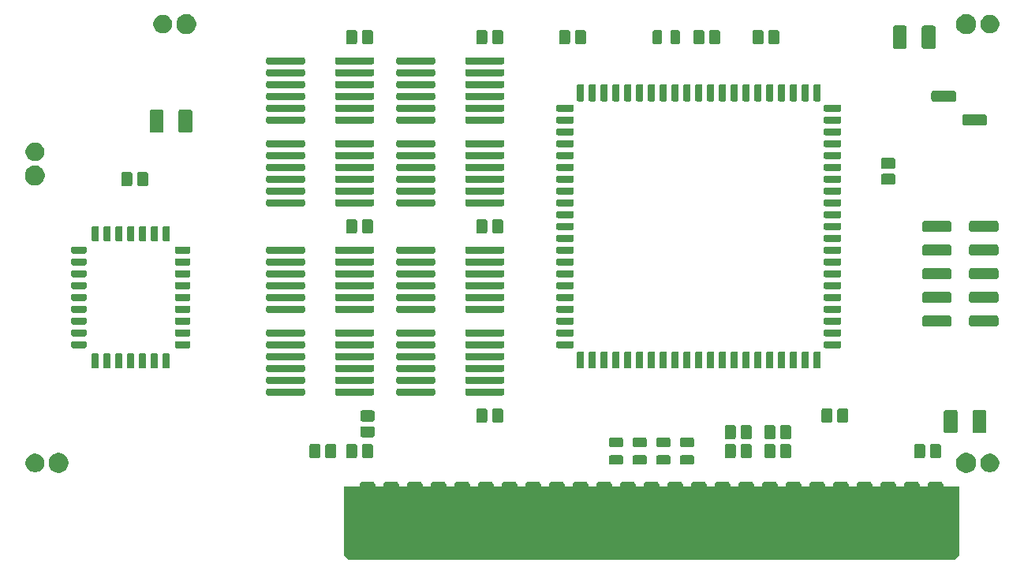
<source format=gts>
G04 #@! TF.GenerationSoftware,KiCad,Pcbnew,(5.1.2-1)-1*
G04 #@! TF.CreationDate,2019-07-29T20:34:46-04:00*
G04 #@! TF.ProjectId,GR8RAM,47523852-414d-42e6-9b69-6361645f7063,rev?*
G04 #@! TF.SameCoordinates,Original*
G04 #@! TF.FileFunction,Soldermask,Top*
G04 #@! TF.FilePolarity,Negative*
%FSLAX46Y46*%
G04 Gerber Fmt 4.6, Leading zero omitted, Abs format (unit mm)*
G04 Created by KiCad (PCBNEW (5.1.2-1)-1) date 2019-07-29 20:34:46*
%MOMM*%
%LPD*%
G04 APERTURE LIST*
%ADD10C,0.100000*%
G04 APERTURE END LIST*
D10*
G36*
X139700000Y-139446000D02*
G01*
X139192000Y-139954000D01*
X74168000Y-139954000D01*
X73660000Y-139446000D01*
X73660000Y-132080000D01*
X139700000Y-132080000D01*
X139700000Y-139446000D01*
G37*
G36*
X137686355Y-131543544D02*
G01*
X137758967Y-131565570D01*
X137825881Y-131601336D01*
X137884531Y-131649469D01*
X137932664Y-131708119D01*
X137968430Y-131775033D01*
X137990456Y-131847645D01*
X137998200Y-131926267D01*
X137998200Y-138837733D01*
X137990456Y-138916355D01*
X137968430Y-138988967D01*
X137932664Y-139055881D01*
X137884531Y-139114531D01*
X137825881Y-139162664D01*
X137758967Y-139198430D01*
X137686355Y-139220456D01*
X137607733Y-139228200D01*
X136712267Y-139228200D01*
X136633645Y-139220456D01*
X136561033Y-139198430D01*
X136494119Y-139162664D01*
X136435469Y-139114531D01*
X136387336Y-139055881D01*
X136351570Y-138988967D01*
X136329544Y-138916355D01*
X136321800Y-138837733D01*
X136321800Y-131926267D01*
X136329544Y-131847645D01*
X136351570Y-131775033D01*
X136387336Y-131708119D01*
X136435469Y-131649469D01*
X136494119Y-131601336D01*
X136561033Y-131565570D01*
X136633645Y-131543544D01*
X136712267Y-131535800D01*
X137607733Y-131535800D01*
X137686355Y-131543544D01*
X137686355Y-131543544D01*
G37*
G36*
X135146355Y-131543544D02*
G01*
X135218967Y-131565570D01*
X135285881Y-131601336D01*
X135344531Y-131649469D01*
X135392664Y-131708119D01*
X135428430Y-131775033D01*
X135450456Y-131847645D01*
X135458200Y-131926267D01*
X135458200Y-138837733D01*
X135450456Y-138916355D01*
X135428430Y-138988967D01*
X135392664Y-139055881D01*
X135344531Y-139114531D01*
X135285881Y-139162664D01*
X135218967Y-139198430D01*
X135146355Y-139220456D01*
X135067733Y-139228200D01*
X134172267Y-139228200D01*
X134093645Y-139220456D01*
X134021033Y-139198430D01*
X133954119Y-139162664D01*
X133895469Y-139114531D01*
X133847336Y-139055881D01*
X133811570Y-138988967D01*
X133789544Y-138916355D01*
X133781800Y-138837733D01*
X133781800Y-131926267D01*
X133789544Y-131847645D01*
X133811570Y-131775033D01*
X133847336Y-131708119D01*
X133895469Y-131649469D01*
X133954119Y-131601336D01*
X134021033Y-131565570D01*
X134093645Y-131543544D01*
X134172267Y-131535800D01*
X135067733Y-131535800D01*
X135146355Y-131543544D01*
X135146355Y-131543544D01*
G37*
G36*
X132606355Y-131543544D02*
G01*
X132678967Y-131565570D01*
X132745881Y-131601336D01*
X132804531Y-131649469D01*
X132852664Y-131708119D01*
X132888430Y-131775033D01*
X132910456Y-131847645D01*
X132918200Y-131926267D01*
X132918200Y-138837733D01*
X132910456Y-138916355D01*
X132888430Y-138988967D01*
X132852664Y-139055881D01*
X132804531Y-139114531D01*
X132745881Y-139162664D01*
X132678967Y-139198430D01*
X132606355Y-139220456D01*
X132527733Y-139228200D01*
X131632267Y-139228200D01*
X131553645Y-139220456D01*
X131481033Y-139198430D01*
X131414119Y-139162664D01*
X131355469Y-139114531D01*
X131307336Y-139055881D01*
X131271570Y-138988967D01*
X131249544Y-138916355D01*
X131241800Y-138837733D01*
X131241800Y-131926267D01*
X131249544Y-131847645D01*
X131271570Y-131775033D01*
X131307336Y-131708119D01*
X131355469Y-131649469D01*
X131414119Y-131601336D01*
X131481033Y-131565570D01*
X131553645Y-131543544D01*
X131632267Y-131535800D01*
X132527733Y-131535800D01*
X132606355Y-131543544D01*
X132606355Y-131543544D01*
G37*
G36*
X130066355Y-131543544D02*
G01*
X130138967Y-131565570D01*
X130205881Y-131601336D01*
X130264531Y-131649469D01*
X130312664Y-131708119D01*
X130348430Y-131775033D01*
X130370456Y-131847645D01*
X130378200Y-131926267D01*
X130378200Y-138837733D01*
X130370456Y-138916355D01*
X130348430Y-138988967D01*
X130312664Y-139055881D01*
X130264531Y-139114531D01*
X130205881Y-139162664D01*
X130138967Y-139198430D01*
X130066355Y-139220456D01*
X129987733Y-139228200D01*
X129092267Y-139228200D01*
X129013645Y-139220456D01*
X128941033Y-139198430D01*
X128874119Y-139162664D01*
X128815469Y-139114531D01*
X128767336Y-139055881D01*
X128731570Y-138988967D01*
X128709544Y-138916355D01*
X128701800Y-138837733D01*
X128701800Y-131926267D01*
X128709544Y-131847645D01*
X128731570Y-131775033D01*
X128767336Y-131708119D01*
X128815469Y-131649469D01*
X128874119Y-131601336D01*
X128941033Y-131565570D01*
X129013645Y-131543544D01*
X129092267Y-131535800D01*
X129987733Y-131535800D01*
X130066355Y-131543544D01*
X130066355Y-131543544D01*
G37*
G36*
X127526355Y-131543544D02*
G01*
X127598967Y-131565570D01*
X127665881Y-131601336D01*
X127724531Y-131649469D01*
X127772664Y-131708119D01*
X127808430Y-131775033D01*
X127830456Y-131847645D01*
X127838200Y-131926267D01*
X127838200Y-138837733D01*
X127830456Y-138916355D01*
X127808430Y-138988967D01*
X127772664Y-139055881D01*
X127724531Y-139114531D01*
X127665881Y-139162664D01*
X127598967Y-139198430D01*
X127526355Y-139220456D01*
X127447733Y-139228200D01*
X126552267Y-139228200D01*
X126473645Y-139220456D01*
X126401033Y-139198430D01*
X126334119Y-139162664D01*
X126275469Y-139114531D01*
X126227336Y-139055881D01*
X126191570Y-138988967D01*
X126169544Y-138916355D01*
X126161800Y-138837733D01*
X126161800Y-131926267D01*
X126169544Y-131847645D01*
X126191570Y-131775033D01*
X126227336Y-131708119D01*
X126275469Y-131649469D01*
X126334119Y-131601336D01*
X126401033Y-131565570D01*
X126473645Y-131543544D01*
X126552267Y-131535800D01*
X127447733Y-131535800D01*
X127526355Y-131543544D01*
X127526355Y-131543544D01*
G37*
G36*
X124986355Y-131543544D02*
G01*
X125058967Y-131565570D01*
X125125881Y-131601336D01*
X125184531Y-131649469D01*
X125232664Y-131708119D01*
X125268430Y-131775033D01*
X125290456Y-131847645D01*
X125298200Y-131926267D01*
X125298200Y-138837733D01*
X125290456Y-138916355D01*
X125268430Y-138988967D01*
X125232664Y-139055881D01*
X125184531Y-139114531D01*
X125125881Y-139162664D01*
X125058967Y-139198430D01*
X124986355Y-139220456D01*
X124907733Y-139228200D01*
X124012267Y-139228200D01*
X123933645Y-139220456D01*
X123861033Y-139198430D01*
X123794119Y-139162664D01*
X123735469Y-139114531D01*
X123687336Y-139055881D01*
X123651570Y-138988967D01*
X123629544Y-138916355D01*
X123621800Y-138837733D01*
X123621800Y-131926267D01*
X123629544Y-131847645D01*
X123651570Y-131775033D01*
X123687336Y-131708119D01*
X123735469Y-131649469D01*
X123794119Y-131601336D01*
X123861033Y-131565570D01*
X123933645Y-131543544D01*
X124012267Y-131535800D01*
X124907733Y-131535800D01*
X124986355Y-131543544D01*
X124986355Y-131543544D01*
G37*
G36*
X122446355Y-131543544D02*
G01*
X122518967Y-131565570D01*
X122585881Y-131601336D01*
X122644531Y-131649469D01*
X122692664Y-131708119D01*
X122728430Y-131775033D01*
X122750456Y-131847645D01*
X122758200Y-131926267D01*
X122758200Y-138837733D01*
X122750456Y-138916355D01*
X122728430Y-138988967D01*
X122692664Y-139055881D01*
X122644531Y-139114531D01*
X122585881Y-139162664D01*
X122518967Y-139198430D01*
X122446355Y-139220456D01*
X122367733Y-139228200D01*
X121472267Y-139228200D01*
X121393645Y-139220456D01*
X121321033Y-139198430D01*
X121254119Y-139162664D01*
X121195469Y-139114531D01*
X121147336Y-139055881D01*
X121111570Y-138988967D01*
X121089544Y-138916355D01*
X121081800Y-138837733D01*
X121081800Y-131926267D01*
X121089544Y-131847645D01*
X121111570Y-131775033D01*
X121147336Y-131708119D01*
X121195469Y-131649469D01*
X121254119Y-131601336D01*
X121321033Y-131565570D01*
X121393645Y-131543544D01*
X121472267Y-131535800D01*
X122367733Y-131535800D01*
X122446355Y-131543544D01*
X122446355Y-131543544D01*
G37*
G36*
X119906355Y-131543544D02*
G01*
X119978967Y-131565570D01*
X120045881Y-131601336D01*
X120104531Y-131649469D01*
X120152664Y-131708119D01*
X120188430Y-131775033D01*
X120210456Y-131847645D01*
X120218200Y-131926267D01*
X120218200Y-138837733D01*
X120210456Y-138916355D01*
X120188430Y-138988967D01*
X120152664Y-139055881D01*
X120104531Y-139114531D01*
X120045881Y-139162664D01*
X119978967Y-139198430D01*
X119906355Y-139220456D01*
X119827733Y-139228200D01*
X118932267Y-139228200D01*
X118853645Y-139220456D01*
X118781033Y-139198430D01*
X118714119Y-139162664D01*
X118655469Y-139114531D01*
X118607336Y-139055881D01*
X118571570Y-138988967D01*
X118549544Y-138916355D01*
X118541800Y-138837733D01*
X118541800Y-131926267D01*
X118549544Y-131847645D01*
X118571570Y-131775033D01*
X118607336Y-131708119D01*
X118655469Y-131649469D01*
X118714119Y-131601336D01*
X118781033Y-131565570D01*
X118853645Y-131543544D01*
X118932267Y-131535800D01*
X119827733Y-131535800D01*
X119906355Y-131543544D01*
X119906355Y-131543544D01*
G37*
G36*
X117366355Y-131543544D02*
G01*
X117438967Y-131565570D01*
X117505881Y-131601336D01*
X117564531Y-131649469D01*
X117612664Y-131708119D01*
X117648430Y-131775033D01*
X117670456Y-131847645D01*
X117678200Y-131926267D01*
X117678200Y-138837733D01*
X117670456Y-138916355D01*
X117648430Y-138988967D01*
X117612664Y-139055881D01*
X117564531Y-139114531D01*
X117505881Y-139162664D01*
X117438967Y-139198430D01*
X117366355Y-139220456D01*
X117287733Y-139228200D01*
X116392267Y-139228200D01*
X116313645Y-139220456D01*
X116241033Y-139198430D01*
X116174119Y-139162664D01*
X116115469Y-139114531D01*
X116067336Y-139055881D01*
X116031570Y-138988967D01*
X116009544Y-138916355D01*
X116001800Y-138837733D01*
X116001800Y-131926267D01*
X116009544Y-131847645D01*
X116031570Y-131775033D01*
X116067336Y-131708119D01*
X116115469Y-131649469D01*
X116174119Y-131601336D01*
X116241033Y-131565570D01*
X116313645Y-131543544D01*
X116392267Y-131535800D01*
X117287733Y-131535800D01*
X117366355Y-131543544D01*
X117366355Y-131543544D01*
G37*
G36*
X114826355Y-131543544D02*
G01*
X114898967Y-131565570D01*
X114965881Y-131601336D01*
X115024531Y-131649469D01*
X115072664Y-131708119D01*
X115108430Y-131775033D01*
X115130456Y-131847645D01*
X115138200Y-131926267D01*
X115138200Y-138837733D01*
X115130456Y-138916355D01*
X115108430Y-138988967D01*
X115072664Y-139055881D01*
X115024531Y-139114531D01*
X114965881Y-139162664D01*
X114898967Y-139198430D01*
X114826355Y-139220456D01*
X114747733Y-139228200D01*
X113852267Y-139228200D01*
X113773645Y-139220456D01*
X113701033Y-139198430D01*
X113634119Y-139162664D01*
X113575469Y-139114531D01*
X113527336Y-139055881D01*
X113491570Y-138988967D01*
X113469544Y-138916355D01*
X113461800Y-138837733D01*
X113461800Y-131926267D01*
X113469544Y-131847645D01*
X113491570Y-131775033D01*
X113527336Y-131708119D01*
X113575469Y-131649469D01*
X113634119Y-131601336D01*
X113701033Y-131565570D01*
X113773645Y-131543544D01*
X113852267Y-131535800D01*
X114747733Y-131535800D01*
X114826355Y-131543544D01*
X114826355Y-131543544D01*
G37*
G36*
X112286355Y-131543544D02*
G01*
X112358967Y-131565570D01*
X112425881Y-131601336D01*
X112484531Y-131649469D01*
X112532664Y-131708119D01*
X112568430Y-131775033D01*
X112590456Y-131847645D01*
X112598200Y-131926267D01*
X112598200Y-138837733D01*
X112590456Y-138916355D01*
X112568430Y-138988967D01*
X112532664Y-139055881D01*
X112484531Y-139114531D01*
X112425881Y-139162664D01*
X112358967Y-139198430D01*
X112286355Y-139220456D01*
X112207733Y-139228200D01*
X111312267Y-139228200D01*
X111233645Y-139220456D01*
X111161033Y-139198430D01*
X111094119Y-139162664D01*
X111035469Y-139114531D01*
X110987336Y-139055881D01*
X110951570Y-138988967D01*
X110929544Y-138916355D01*
X110921800Y-138837733D01*
X110921800Y-131926267D01*
X110929544Y-131847645D01*
X110951570Y-131775033D01*
X110987336Y-131708119D01*
X111035469Y-131649469D01*
X111094119Y-131601336D01*
X111161033Y-131565570D01*
X111233645Y-131543544D01*
X111312267Y-131535800D01*
X112207733Y-131535800D01*
X112286355Y-131543544D01*
X112286355Y-131543544D01*
G37*
G36*
X109746355Y-131543544D02*
G01*
X109818967Y-131565570D01*
X109885881Y-131601336D01*
X109944531Y-131649469D01*
X109992664Y-131708119D01*
X110028430Y-131775033D01*
X110050456Y-131847645D01*
X110058200Y-131926267D01*
X110058200Y-138837733D01*
X110050456Y-138916355D01*
X110028430Y-138988967D01*
X109992664Y-139055881D01*
X109944531Y-139114531D01*
X109885881Y-139162664D01*
X109818967Y-139198430D01*
X109746355Y-139220456D01*
X109667733Y-139228200D01*
X108772267Y-139228200D01*
X108693645Y-139220456D01*
X108621033Y-139198430D01*
X108554119Y-139162664D01*
X108495469Y-139114531D01*
X108447336Y-139055881D01*
X108411570Y-138988967D01*
X108389544Y-138916355D01*
X108381800Y-138837733D01*
X108381800Y-131926267D01*
X108389544Y-131847645D01*
X108411570Y-131775033D01*
X108447336Y-131708119D01*
X108495469Y-131649469D01*
X108554119Y-131601336D01*
X108621033Y-131565570D01*
X108693645Y-131543544D01*
X108772267Y-131535800D01*
X109667733Y-131535800D01*
X109746355Y-131543544D01*
X109746355Y-131543544D01*
G37*
G36*
X107206355Y-131543544D02*
G01*
X107278967Y-131565570D01*
X107345881Y-131601336D01*
X107404531Y-131649469D01*
X107452664Y-131708119D01*
X107488430Y-131775033D01*
X107510456Y-131847645D01*
X107518200Y-131926267D01*
X107518200Y-138837733D01*
X107510456Y-138916355D01*
X107488430Y-138988967D01*
X107452664Y-139055881D01*
X107404531Y-139114531D01*
X107345881Y-139162664D01*
X107278967Y-139198430D01*
X107206355Y-139220456D01*
X107127733Y-139228200D01*
X106232267Y-139228200D01*
X106153645Y-139220456D01*
X106081033Y-139198430D01*
X106014119Y-139162664D01*
X105955469Y-139114531D01*
X105907336Y-139055881D01*
X105871570Y-138988967D01*
X105849544Y-138916355D01*
X105841800Y-138837733D01*
X105841800Y-131926267D01*
X105849544Y-131847645D01*
X105871570Y-131775033D01*
X105907336Y-131708119D01*
X105955469Y-131649469D01*
X106014119Y-131601336D01*
X106081033Y-131565570D01*
X106153645Y-131543544D01*
X106232267Y-131535800D01*
X107127733Y-131535800D01*
X107206355Y-131543544D01*
X107206355Y-131543544D01*
G37*
G36*
X104666355Y-131543544D02*
G01*
X104738967Y-131565570D01*
X104805881Y-131601336D01*
X104864531Y-131649469D01*
X104912664Y-131708119D01*
X104948430Y-131775033D01*
X104970456Y-131847645D01*
X104978200Y-131926267D01*
X104978200Y-138837733D01*
X104970456Y-138916355D01*
X104948430Y-138988967D01*
X104912664Y-139055881D01*
X104864531Y-139114531D01*
X104805881Y-139162664D01*
X104738967Y-139198430D01*
X104666355Y-139220456D01*
X104587733Y-139228200D01*
X103692267Y-139228200D01*
X103613645Y-139220456D01*
X103541033Y-139198430D01*
X103474119Y-139162664D01*
X103415469Y-139114531D01*
X103367336Y-139055881D01*
X103331570Y-138988967D01*
X103309544Y-138916355D01*
X103301800Y-138837733D01*
X103301800Y-131926267D01*
X103309544Y-131847645D01*
X103331570Y-131775033D01*
X103367336Y-131708119D01*
X103415469Y-131649469D01*
X103474119Y-131601336D01*
X103541033Y-131565570D01*
X103613645Y-131543544D01*
X103692267Y-131535800D01*
X104587733Y-131535800D01*
X104666355Y-131543544D01*
X104666355Y-131543544D01*
G37*
G36*
X102126355Y-131543544D02*
G01*
X102198967Y-131565570D01*
X102265881Y-131601336D01*
X102324531Y-131649469D01*
X102372664Y-131708119D01*
X102408430Y-131775033D01*
X102430456Y-131847645D01*
X102438200Y-131926267D01*
X102438200Y-138837733D01*
X102430456Y-138916355D01*
X102408430Y-138988967D01*
X102372664Y-139055881D01*
X102324531Y-139114531D01*
X102265881Y-139162664D01*
X102198967Y-139198430D01*
X102126355Y-139220456D01*
X102047733Y-139228200D01*
X101152267Y-139228200D01*
X101073645Y-139220456D01*
X101001033Y-139198430D01*
X100934119Y-139162664D01*
X100875469Y-139114531D01*
X100827336Y-139055881D01*
X100791570Y-138988967D01*
X100769544Y-138916355D01*
X100761800Y-138837733D01*
X100761800Y-131926267D01*
X100769544Y-131847645D01*
X100791570Y-131775033D01*
X100827336Y-131708119D01*
X100875469Y-131649469D01*
X100934119Y-131601336D01*
X101001033Y-131565570D01*
X101073645Y-131543544D01*
X101152267Y-131535800D01*
X102047733Y-131535800D01*
X102126355Y-131543544D01*
X102126355Y-131543544D01*
G37*
G36*
X99586355Y-131543544D02*
G01*
X99658967Y-131565570D01*
X99725881Y-131601336D01*
X99784531Y-131649469D01*
X99832664Y-131708119D01*
X99868430Y-131775033D01*
X99890456Y-131847645D01*
X99898200Y-131926267D01*
X99898200Y-138837733D01*
X99890456Y-138916355D01*
X99868430Y-138988967D01*
X99832664Y-139055881D01*
X99784531Y-139114531D01*
X99725881Y-139162664D01*
X99658967Y-139198430D01*
X99586355Y-139220456D01*
X99507733Y-139228200D01*
X98612267Y-139228200D01*
X98533645Y-139220456D01*
X98461033Y-139198430D01*
X98394119Y-139162664D01*
X98335469Y-139114531D01*
X98287336Y-139055881D01*
X98251570Y-138988967D01*
X98229544Y-138916355D01*
X98221800Y-138837733D01*
X98221800Y-131926267D01*
X98229544Y-131847645D01*
X98251570Y-131775033D01*
X98287336Y-131708119D01*
X98335469Y-131649469D01*
X98394119Y-131601336D01*
X98461033Y-131565570D01*
X98533645Y-131543544D01*
X98612267Y-131535800D01*
X99507733Y-131535800D01*
X99586355Y-131543544D01*
X99586355Y-131543544D01*
G37*
G36*
X97046355Y-131543544D02*
G01*
X97118967Y-131565570D01*
X97185881Y-131601336D01*
X97244531Y-131649469D01*
X97292664Y-131708119D01*
X97328430Y-131775033D01*
X97350456Y-131847645D01*
X97358200Y-131926267D01*
X97358200Y-138837733D01*
X97350456Y-138916355D01*
X97328430Y-138988967D01*
X97292664Y-139055881D01*
X97244531Y-139114531D01*
X97185881Y-139162664D01*
X97118967Y-139198430D01*
X97046355Y-139220456D01*
X96967733Y-139228200D01*
X96072267Y-139228200D01*
X95993645Y-139220456D01*
X95921033Y-139198430D01*
X95854119Y-139162664D01*
X95795469Y-139114531D01*
X95747336Y-139055881D01*
X95711570Y-138988967D01*
X95689544Y-138916355D01*
X95681800Y-138837733D01*
X95681800Y-131926267D01*
X95689544Y-131847645D01*
X95711570Y-131775033D01*
X95747336Y-131708119D01*
X95795469Y-131649469D01*
X95854119Y-131601336D01*
X95921033Y-131565570D01*
X95993645Y-131543544D01*
X96072267Y-131535800D01*
X96967733Y-131535800D01*
X97046355Y-131543544D01*
X97046355Y-131543544D01*
G37*
G36*
X94506355Y-131543544D02*
G01*
X94578967Y-131565570D01*
X94645881Y-131601336D01*
X94704531Y-131649469D01*
X94752664Y-131708119D01*
X94788430Y-131775033D01*
X94810456Y-131847645D01*
X94818200Y-131926267D01*
X94818200Y-138837733D01*
X94810456Y-138916355D01*
X94788430Y-138988967D01*
X94752664Y-139055881D01*
X94704531Y-139114531D01*
X94645881Y-139162664D01*
X94578967Y-139198430D01*
X94506355Y-139220456D01*
X94427733Y-139228200D01*
X93532267Y-139228200D01*
X93453645Y-139220456D01*
X93381033Y-139198430D01*
X93314119Y-139162664D01*
X93255469Y-139114531D01*
X93207336Y-139055881D01*
X93171570Y-138988967D01*
X93149544Y-138916355D01*
X93141800Y-138837733D01*
X93141800Y-131926267D01*
X93149544Y-131847645D01*
X93171570Y-131775033D01*
X93207336Y-131708119D01*
X93255469Y-131649469D01*
X93314119Y-131601336D01*
X93381033Y-131565570D01*
X93453645Y-131543544D01*
X93532267Y-131535800D01*
X94427733Y-131535800D01*
X94506355Y-131543544D01*
X94506355Y-131543544D01*
G37*
G36*
X91966355Y-131543544D02*
G01*
X92038967Y-131565570D01*
X92105881Y-131601336D01*
X92164531Y-131649469D01*
X92212664Y-131708119D01*
X92248430Y-131775033D01*
X92270456Y-131847645D01*
X92278200Y-131926267D01*
X92278200Y-138837733D01*
X92270456Y-138916355D01*
X92248430Y-138988967D01*
X92212664Y-139055881D01*
X92164531Y-139114531D01*
X92105881Y-139162664D01*
X92038967Y-139198430D01*
X91966355Y-139220456D01*
X91887733Y-139228200D01*
X90992267Y-139228200D01*
X90913645Y-139220456D01*
X90841033Y-139198430D01*
X90774119Y-139162664D01*
X90715469Y-139114531D01*
X90667336Y-139055881D01*
X90631570Y-138988967D01*
X90609544Y-138916355D01*
X90601800Y-138837733D01*
X90601800Y-131926267D01*
X90609544Y-131847645D01*
X90631570Y-131775033D01*
X90667336Y-131708119D01*
X90715469Y-131649469D01*
X90774119Y-131601336D01*
X90841033Y-131565570D01*
X90913645Y-131543544D01*
X90992267Y-131535800D01*
X91887733Y-131535800D01*
X91966355Y-131543544D01*
X91966355Y-131543544D01*
G37*
G36*
X89426355Y-131543544D02*
G01*
X89498967Y-131565570D01*
X89565881Y-131601336D01*
X89624531Y-131649469D01*
X89672664Y-131708119D01*
X89708430Y-131775033D01*
X89730456Y-131847645D01*
X89738200Y-131926267D01*
X89738200Y-138837733D01*
X89730456Y-138916355D01*
X89708430Y-138988967D01*
X89672664Y-139055881D01*
X89624531Y-139114531D01*
X89565881Y-139162664D01*
X89498967Y-139198430D01*
X89426355Y-139220456D01*
X89347733Y-139228200D01*
X88452267Y-139228200D01*
X88373645Y-139220456D01*
X88301033Y-139198430D01*
X88234119Y-139162664D01*
X88175469Y-139114531D01*
X88127336Y-139055881D01*
X88091570Y-138988967D01*
X88069544Y-138916355D01*
X88061800Y-138837733D01*
X88061800Y-131926267D01*
X88069544Y-131847645D01*
X88091570Y-131775033D01*
X88127336Y-131708119D01*
X88175469Y-131649469D01*
X88234119Y-131601336D01*
X88301033Y-131565570D01*
X88373645Y-131543544D01*
X88452267Y-131535800D01*
X89347733Y-131535800D01*
X89426355Y-131543544D01*
X89426355Y-131543544D01*
G37*
G36*
X86886355Y-131543544D02*
G01*
X86958967Y-131565570D01*
X87025881Y-131601336D01*
X87084531Y-131649469D01*
X87132664Y-131708119D01*
X87168430Y-131775033D01*
X87190456Y-131847645D01*
X87198200Y-131926267D01*
X87198200Y-138837733D01*
X87190456Y-138916355D01*
X87168430Y-138988967D01*
X87132664Y-139055881D01*
X87084531Y-139114531D01*
X87025881Y-139162664D01*
X86958967Y-139198430D01*
X86886355Y-139220456D01*
X86807733Y-139228200D01*
X85912267Y-139228200D01*
X85833645Y-139220456D01*
X85761033Y-139198430D01*
X85694119Y-139162664D01*
X85635469Y-139114531D01*
X85587336Y-139055881D01*
X85551570Y-138988967D01*
X85529544Y-138916355D01*
X85521800Y-138837733D01*
X85521800Y-131926267D01*
X85529544Y-131847645D01*
X85551570Y-131775033D01*
X85587336Y-131708119D01*
X85635469Y-131649469D01*
X85694119Y-131601336D01*
X85761033Y-131565570D01*
X85833645Y-131543544D01*
X85912267Y-131535800D01*
X86807733Y-131535800D01*
X86886355Y-131543544D01*
X86886355Y-131543544D01*
G37*
G36*
X84346355Y-131543544D02*
G01*
X84418967Y-131565570D01*
X84485881Y-131601336D01*
X84544531Y-131649469D01*
X84592664Y-131708119D01*
X84628430Y-131775033D01*
X84650456Y-131847645D01*
X84658200Y-131926267D01*
X84658200Y-138837733D01*
X84650456Y-138916355D01*
X84628430Y-138988967D01*
X84592664Y-139055881D01*
X84544531Y-139114531D01*
X84485881Y-139162664D01*
X84418967Y-139198430D01*
X84346355Y-139220456D01*
X84267733Y-139228200D01*
X83372267Y-139228200D01*
X83293645Y-139220456D01*
X83221033Y-139198430D01*
X83154119Y-139162664D01*
X83095469Y-139114531D01*
X83047336Y-139055881D01*
X83011570Y-138988967D01*
X82989544Y-138916355D01*
X82981800Y-138837733D01*
X82981800Y-131926267D01*
X82989544Y-131847645D01*
X83011570Y-131775033D01*
X83047336Y-131708119D01*
X83095469Y-131649469D01*
X83154119Y-131601336D01*
X83221033Y-131565570D01*
X83293645Y-131543544D01*
X83372267Y-131535800D01*
X84267733Y-131535800D01*
X84346355Y-131543544D01*
X84346355Y-131543544D01*
G37*
G36*
X81806355Y-131543544D02*
G01*
X81878967Y-131565570D01*
X81945881Y-131601336D01*
X82004531Y-131649469D01*
X82052664Y-131708119D01*
X82088430Y-131775033D01*
X82110456Y-131847645D01*
X82118200Y-131926267D01*
X82118200Y-138837733D01*
X82110456Y-138916355D01*
X82088430Y-138988967D01*
X82052664Y-139055881D01*
X82004531Y-139114531D01*
X81945881Y-139162664D01*
X81878967Y-139198430D01*
X81806355Y-139220456D01*
X81727733Y-139228200D01*
X80832267Y-139228200D01*
X80753645Y-139220456D01*
X80681033Y-139198430D01*
X80614119Y-139162664D01*
X80555469Y-139114531D01*
X80507336Y-139055881D01*
X80471570Y-138988967D01*
X80449544Y-138916355D01*
X80441800Y-138837733D01*
X80441800Y-131926267D01*
X80449544Y-131847645D01*
X80471570Y-131775033D01*
X80507336Y-131708119D01*
X80555469Y-131649469D01*
X80614119Y-131601336D01*
X80681033Y-131565570D01*
X80753645Y-131543544D01*
X80832267Y-131535800D01*
X81727733Y-131535800D01*
X81806355Y-131543544D01*
X81806355Y-131543544D01*
G37*
G36*
X79266355Y-131543544D02*
G01*
X79338967Y-131565570D01*
X79405881Y-131601336D01*
X79464531Y-131649469D01*
X79512664Y-131708119D01*
X79548430Y-131775033D01*
X79570456Y-131847645D01*
X79578200Y-131926267D01*
X79578200Y-138837733D01*
X79570456Y-138916355D01*
X79548430Y-138988967D01*
X79512664Y-139055881D01*
X79464531Y-139114531D01*
X79405881Y-139162664D01*
X79338967Y-139198430D01*
X79266355Y-139220456D01*
X79187733Y-139228200D01*
X78292267Y-139228200D01*
X78213645Y-139220456D01*
X78141033Y-139198430D01*
X78074119Y-139162664D01*
X78015469Y-139114531D01*
X77967336Y-139055881D01*
X77931570Y-138988967D01*
X77909544Y-138916355D01*
X77901800Y-138837733D01*
X77901800Y-131926267D01*
X77909544Y-131847645D01*
X77931570Y-131775033D01*
X77967336Y-131708119D01*
X78015469Y-131649469D01*
X78074119Y-131601336D01*
X78141033Y-131565570D01*
X78213645Y-131543544D01*
X78292267Y-131535800D01*
X79187733Y-131535800D01*
X79266355Y-131543544D01*
X79266355Y-131543544D01*
G37*
G36*
X76726355Y-131543544D02*
G01*
X76798967Y-131565570D01*
X76865881Y-131601336D01*
X76924531Y-131649469D01*
X76972664Y-131708119D01*
X77008430Y-131775033D01*
X77030456Y-131847645D01*
X77038200Y-131926267D01*
X77038200Y-138837733D01*
X77030456Y-138916355D01*
X77008430Y-138988967D01*
X76972664Y-139055881D01*
X76924531Y-139114531D01*
X76865881Y-139162664D01*
X76798967Y-139198430D01*
X76726355Y-139220456D01*
X76647733Y-139228200D01*
X75752267Y-139228200D01*
X75673645Y-139220456D01*
X75601033Y-139198430D01*
X75534119Y-139162664D01*
X75475469Y-139114531D01*
X75427336Y-139055881D01*
X75391570Y-138988967D01*
X75369544Y-138916355D01*
X75361800Y-138837733D01*
X75361800Y-131926267D01*
X75369544Y-131847645D01*
X75391570Y-131775033D01*
X75427336Y-131708119D01*
X75475469Y-131649469D01*
X75534119Y-131601336D01*
X75601033Y-131565570D01*
X75673645Y-131543544D01*
X75752267Y-131535800D01*
X76647733Y-131535800D01*
X76726355Y-131543544D01*
X76726355Y-131543544D01*
G37*
G36*
X43366914Y-128505157D02*
G01*
X43562777Y-128586286D01*
X43739033Y-128704057D01*
X43888943Y-128853967D01*
X44006714Y-129030223D01*
X44087843Y-129226086D01*
X44129200Y-129434004D01*
X44129200Y-129645996D01*
X44087843Y-129853914D01*
X44006714Y-130049777D01*
X43888943Y-130226033D01*
X43739033Y-130375943D01*
X43562777Y-130493714D01*
X43366914Y-130574843D01*
X43158996Y-130616200D01*
X42947004Y-130616200D01*
X42739086Y-130574843D01*
X42543223Y-130493714D01*
X42366967Y-130375943D01*
X42217057Y-130226033D01*
X42099286Y-130049777D01*
X42018157Y-129853914D01*
X41976800Y-129645996D01*
X41976800Y-129434004D01*
X42018157Y-129226086D01*
X42099286Y-129030223D01*
X42217057Y-128853967D01*
X42366967Y-128704057D01*
X42543223Y-128586286D01*
X42739086Y-128505157D01*
X42947004Y-128463800D01*
X43158996Y-128463800D01*
X43366914Y-128505157D01*
X43366914Y-128505157D01*
G37*
G36*
X140775914Y-128505157D02*
G01*
X140971777Y-128586286D01*
X141148033Y-128704057D01*
X141297943Y-128853967D01*
X141415714Y-129030223D01*
X141496843Y-129226086D01*
X141538200Y-129434004D01*
X141538200Y-129645996D01*
X141496843Y-129853914D01*
X141415714Y-130049777D01*
X141297943Y-130226033D01*
X141148033Y-130375943D01*
X140971777Y-130493714D01*
X140775914Y-130574843D01*
X140567996Y-130616200D01*
X140356004Y-130616200D01*
X140148086Y-130574843D01*
X139952223Y-130493714D01*
X139775967Y-130375943D01*
X139626057Y-130226033D01*
X139508286Y-130049777D01*
X139427157Y-129853914D01*
X139385800Y-129645996D01*
X139385800Y-129434004D01*
X139427157Y-129226086D01*
X139508286Y-129030223D01*
X139626057Y-128853967D01*
X139775967Y-128704057D01*
X139952223Y-128586286D01*
X140148086Y-128505157D01*
X140356004Y-128463800D01*
X140567996Y-128463800D01*
X140775914Y-128505157D01*
X140775914Y-128505157D01*
G37*
G36*
X143293692Y-128578429D02*
G01*
X143475679Y-128653811D01*
X143639458Y-128763245D01*
X143639460Y-128763247D01*
X143639463Y-128763249D01*
X143778751Y-128902537D01*
X143778753Y-128902540D01*
X143778755Y-128902542D01*
X143888189Y-129066321D01*
X143963571Y-129248308D01*
X144002000Y-129441509D01*
X144002000Y-129638491D01*
X143963571Y-129831692D01*
X143888189Y-130013679D01*
X143778755Y-130177458D01*
X143778753Y-130177460D01*
X143778751Y-130177463D01*
X143639463Y-130316751D01*
X143639460Y-130316753D01*
X143639458Y-130316755D01*
X143475679Y-130426189D01*
X143293692Y-130501571D01*
X143100491Y-130540000D01*
X142903509Y-130540000D01*
X142710308Y-130501571D01*
X142528321Y-130426189D01*
X142364542Y-130316755D01*
X142364540Y-130316753D01*
X142364537Y-130316751D01*
X142225249Y-130177463D01*
X142225247Y-130177460D01*
X142225245Y-130177458D01*
X142115811Y-130013679D01*
X142040429Y-129831692D01*
X142002000Y-129638491D01*
X142002000Y-129441509D01*
X142040429Y-129248308D01*
X142115811Y-129066321D01*
X142225245Y-128902542D01*
X142225247Y-128902540D01*
X142225249Y-128902537D01*
X142364537Y-128763249D01*
X142364540Y-128763247D01*
X142364542Y-128763245D01*
X142528321Y-128653811D01*
X142710308Y-128578429D01*
X142903509Y-128540000D01*
X143100491Y-128540000D01*
X143293692Y-128578429D01*
X143293692Y-128578429D01*
G37*
G36*
X40804692Y-128578429D02*
G01*
X40986679Y-128653811D01*
X41150458Y-128763245D01*
X41150460Y-128763247D01*
X41150463Y-128763249D01*
X41289751Y-128902537D01*
X41289753Y-128902540D01*
X41289755Y-128902542D01*
X41399189Y-129066321D01*
X41474571Y-129248308D01*
X41513000Y-129441509D01*
X41513000Y-129638491D01*
X41474571Y-129831692D01*
X41399189Y-130013679D01*
X41289755Y-130177458D01*
X41289753Y-130177460D01*
X41289751Y-130177463D01*
X41150463Y-130316751D01*
X41150460Y-130316753D01*
X41150458Y-130316755D01*
X40986679Y-130426189D01*
X40804692Y-130501571D01*
X40611491Y-130540000D01*
X40414509Y-130540000D01*
X40221308Y-130501571D01*
X40039321Y-130426189D01*
X39875542Y-130316755D01*
X39875540Y-130316753D01*
X39875537Y-130316751D01*
X39736249Y-130177463D01*
X39736247Y-130177460D01*
X39736245Y-130177458D01*
X39626811Y-130013679D01*
X39551429Y-129831692D01*
X39513000Y-129638491D01*
X39513000Y-129441509D01*
X39551429Y-129248308D01*
X39626811Y-129066321D01*
X39736245Y-128902542D01*
X39736247Y-128902540D01*
X39736249Y-128902537D01*
X39875537Y-128763249D01*
X39875540Y-128763247D01*
X39875542Y-128763245D01*
X40039321Y-128653811D01*
X40221308Y-128578429D01*
X40414509Y-128540000D01*
X40611491Y-128540000D01*
X40804692Y-128578429D01*
X40804692Y-128578429D01*
G37*
G36*
X106009986Y-128723306D02*
G01*
X106050980Y-128735742D01*
X106088767Y-128755939D01*
X106121883Y-128783117D01*
X106149061Y-128816233D01*
X106169258Y-128854020D01*
X106181694Y-128895014D01*
X106186200Y-128940767D01*
X106186200Y-129499233D01*
X106181694Y-129544986D01*
X106169258Y-129585980D01*
X106149061Y-129623767D01*
X106121883Y-129656883D01*
X106088767Y-129684061D01*
X106050980Y-129704258D01*
X106009986Y-129716694D01*
X105964233Y-129721200D01*
X104855767Y-129721200D01*
X104810014Y-129716694D01*
X104769020Y-129704258D01*
X104731233Y-129684061D01*
X104698117Y-129656883D01*
X104670939Y-129623767D01*
X104650742Y-129585980D01*
X104638306Y-129544986D01*
X104633800Y-129499233D01*
X104633800Y-128940767D01*
X104638306Y-128895014D01*
X104650742Y-128854020D01*
X104670939Y-128816233D01*
X104698117Y-128783117D01*
X104731233Y-128755939D01*
X104769020Y-128735742D01*
X104810014Y-128723306D01*
X104855767Y-128718800D01*
X105964233Y-128718800D01*
X106009986Y-128723306D01*
X106009986Y-128723306D01*
G37*
G36*
X108549986Y-128723306D02*
G01*
X108590980Y-128735742D01*
X108628767Y-128755939D01*
X108661883Y-128783117D01*
X108689061Y-128816233D01*
X108709258Y-128854020D01*
X108721694Y-128895014D01*
X108726200Y-128940767D01*
X108726200Y-129499233D01*
X108721694Y-129544986D01*
X108709258Y-129585980D01*
X108689061Y-129623767D01*
X108661883Y-129656883D01*
X108628767Y-129684061D01*
X108590980Y-129704258D01*
X108549986Y-129716694D01*
X108504233Y-129721200D01*
X107395767Y-129721200D01*
X107350014Y-129716694D01*
X107309020Y-129704258D01*
X107271233Y-129684061D01*
X107238117Y-129656883D01*
X107210939Y-129623767D01*
X107190742Y-129585980D01*
X107178306Y-129544986D01*
X107173800Y-129499233D01*
X107173800Y-128940767D01*
X107178306Y-128895014D01*
X107190742Y-128854020D01*
X107210939Y-128816233D01*
X107238117Y-128783117D01*
X107271233Y-128755939D01*
X107309020Y-128735742D01*
X107350014Y-128723306D01*
X107395767Y-128718800D01*
X108504233Y-128718800D01*
X108549986Y-128723306D01*
X108549986Y-128723306D01*
G37*
G36*
X103469986Y-128723306D02*
G01*
X103510980Y-128735742D01*
X103548767Y-128755939D01*
X103581883Y-128783117D01*
X103609061Y-128816233D01*
X103629258Y-128854020D01*
X103641694Y-128895014D01*
X103646200Y-128940767D01*
X103646200Y-129499233D01*
X103641694Y-129544986D01*
X103629258Y-129585980D01*
X103609061Y-129623767D01*
X103581883Y-129656883D01*
X103548767Y-129684061D01*
X103510980Y-129704258D01*
X103469986Y-129716694D01*
X103424233Y-129721200D01*
X102315767Y-129721200D01*
X102270014Y-129716694D01*
X102229020Y-129704258D01*
X102191233Y-129684061D01*
X102158117Y-129656883D01*
X102130939Y-129623767D01*
X102110742Y-129585980D01*
X102098306Y-129544986D01*
X102093800Y-129499233D01*
X102093800Y-128940767D01*
X102098306Y-128895014D01*
X102110742Y-128854020D01*
X102130939Y-128816233D01*
X102158117Y-128783117D01*
X102191233Y-128755939D01*
X102229020Y-128735742D01*
X102270014Y-128723306D01*
X102315767Y-128718800D01*
X103424233Y-128718800D01*
X103469986Y-128723306D01*
X103469986Y-128723306D01*
G37*
G36*
X111089986Y-128723306D02*
G01*
X111130980Y-128735742D01*
X111168767Y-128755939D01*
X111201883Y-128783117D01*
X111229061Y-128816233D01*
X111249258Y-128854020D01*
X111261694Y-128895014D01*
X111266200Y-128940767D01*
X111266200Y-129499233D01*
X111261694Y-129544986D01*
X111249258Y-129585980D01*
X111229061Y-129623767D01*
X111201883Y-129656883D01*
X111168767Y-129684061D01*
X111130980Y-129704258D01*
X111089986Y-129716694D01*
X111044233Y-129721200D01*
X109935767Y-129721200D01*
X109890014Y-129716694D01*
X109849020Y-129704258D01*
X109811233Y-129684061D01*
X109778117Y-129656883D01*
X109750939Y-129623767D01*
X109730742Y-129585980D01*
X109718306Y-129544986D01*
X109713800Y-129499233D01*
X109713800Y-128940767D01*
X109718306Y-128895014D01*
X109730742Y-128854020D01*
X109750939Y-128816233D01*
X109778117Y-128783117D01*
X109811233Y-128755939D01*
X109849020Y-128735742D01*
X109890014Y-128723306D01*
X109935767Y-128718800D01*
X111044233Y-128718800D01*
X111089986Y-128723306D01*
X111089986Y-128723306D01*
G37*
G36*
X121464737Y-127499267D02*
G01*
X121515119Y-127514550D01*
X121561546Y-127539366D01*
X121602239Y-127572761D01*
X121635634Y-127613454D01*
X121660450Y-127659881D01*
X121675733Y-127710263D01*
X121681200Y-127765767D01*
X121681200Y-128774233D01*
X121675733Y-128829737D01*
X121660450Y-128880119D01*
X121635634Y-128926546D01*
X121602239Y-128967239D01*
X121561546Y-129000634D01*
X121515119Y-129025450D01*
X121464737Y-129040733D01*
X121409233Y-129046200D01*
X120750767Y-129046200D01*
X120695263Y-129040733D01*
X120644881Y-129025450D01*
X120598454Y-129000634D01*
X120557761Y-128967239D01*
X120524366Y-128926546D01*
X120499550Y-128880119D01*
X120484267Y-128829737D01*
X120478800Y-128774233D01*
X120478800Y-127765767D01*
X120484267Y-127710263D01*
X120499550Y-127659881D01*
X120524366Y-127613454D01*
X120557761Y-127572761D01*
X120598454Y-127539366D01*
X120644881Y-127514550D01*
X120695263Y-127499267D01*
X120750767Y-127493800D01*
X121409233Y-127493800D01*
X121464737Y-127499267D01*
X121464737Y-127499267D01*
G37*
G36*
X119764737Y-127499267D02*
G01*
X119815119Y-127514550D01*
X119861546Y-127539366D01*
X119902239Y-127572761D01*
X119935634Y-127613454D01*
X119960450Y-127659881D01*
X119975733Y-127710263D01*
X119981200Y-127765767D01*
X119981200Y-128774233D01*
X119975733Y-128829737D01*
X119960450Y-128880119D01*
X119935634Y-128926546D01*
X119902239Y-128967239D01*
X119861546Y-129000634D01*
X119815119Y-129025450D01*
X119764737Y-129040733D01*
X119709233Y-129046200D01*
X119050767Y-129046200D01*
X118995263Y-129040733D01*
X118944881Y-129025450D01*
X118898454Y-129000634D01*
X118857761Y-128967239D01*
X118824366Y-128926546D01*
X118799550Y-128880119D01*
X118784267Y-128829737D01*
X118778800Y-128774233D01*
X118778800Y-127765767D01*
X118784267Y-127710263D01*
X118799550Y-127659881D01*
X118824366Y-127613454D01*
X118857761Y-127572761D01*
X118898454Y-127539366D01*
X118944881Y-127514550D01*
X118995263Y-127499267D01*
X119050767Y-127493800D01*
X119709233Y-127493800D01*
X119764737Y-127499267D01*
X119764737Y-127499267D01*
G37*
G36*
X115524737Y-127499267D02*
G01*
X115575119Y-127514550D01*
X115621546Y-127539366D01*
X115662239Y-127572761D01*
X115695634Y-127613454D01*
X115720450Y-127659881D01*
X115735733Y-127710263D01*
X115741200Y-127765767D01*
X115741200Y-128774233D01*
X115735733Y-128829737D01*
X115720450Y-128880119D01*
X115695634Y-128926546D01*
X115662239Y-128967239D01*
X115621546Y-129000634D01*
X115575119Y-129025450D01*
X115524737Y-129040733D01*
X115469233Y-129046200D01*
X114810767Y-129046200D01*
X114755263Y-129040733D01*
X114704881Y-129025450D01*
X114658454Y-129000634D01*
X114617761Y-128967239D01*
X114584366Y-128926546D01*
X114559550Y-128880119D01*
X114544267Y-128829737D01*
X114538800Y-128774233D01*
X114538800Y-127765767D01*
X114544267Y-127710263D01*
X114559550Y-127659881D01*
X114584366Y-127613454D01*
X114617761Y-127572761D01*
X114658454Y-127539366D01*
X114704881Y-127514550D01*
X114755263Y-127499267D01*
X114810767Y-127493800D01*
X115469233Y-127493800D01*
X115524737Y-127499267D01*
X115524737Y-127499267D01*
G37*
G36*
X117224737Y-127499267D02*
G01*
X117275119Y-127514550D01*
X117321546Y-127539366D01*
X117362239Y-127572761D01*
X117395634Y-127613454D01*
X117420450Y-127659881D01*
X117435733Y-127710263D01*
X117441200Y-127765767D01*
X117441200Y-128774233D01*
X117435733Y-128829737D01*
X117420450Y-128880119D01*
X117395634Y-128926546D01*
X117362239Y-128967239D01*
X117321546Y-129000634D01*
X117275119Y-129025450D01*
X117224737Y-129040733D01*
X117169233Y-129046200D01*
X116510767Y-129046200D01*
X116455263Y-129040733D01*
X116404881Y-129025450D01*
X116358454Y-129000634D01*
X116317761Y-128967239D01*
X116284366Y-128926546D01*
X116259550Y-128880119D01*
X116244267Y-128829737D01*
X116238800Y-128774233D01*
X116238800Y-127765767D01*
X116244267Y-127710263D01*
X116259550Y-127659881D01*
X116284366Y-127613454D01*
X116317761Y-127572761D01*
X116358454Y-127539366D01*
X116404881Y-127514550D01*
X116455263Y-127499267D01*
X116510767Y-127493800D01*
X117169233Y-127493800D01*
X117224737Y-127499267D01*
X117224737Y-127499267D01*
G37*
G36*
X137544737Y-127499267D02*
G01*
X137595119Y-127514550D01*
X137641546Y-127539366D01*
X137682239Y-127572761D01*
X137715634Y-127613454D01*
X137740450Y-127659881D01*
X137755733Y-127710263D01*
X137761200Y-127765767D01*
X137761200Y-128774233D01*
X137755733Y-128829737D01*
X137740450Y-128880119D01*
X137715634Y-128926546D01*
X137682239Y-128967239D01*
X137641546Y-129000634D01*
X137595119Y-129025450D01*
X137544737Y-129040733D01*
X137489233Y-129046200D01*
X136830767Y-129046200D01*
X136775263Y-129040733D01*
X136724881Y-129025450D01*
X136678454Y-129000634D01*
X136637761Y-128967239D01*
X136604366Y-128926546D01*
X136579550Y-128880119D01*
X136564267Y-128829737D01*
X136558800Y-128774233D01*
X136558800Y-127765767D01*
X136564267Y-127710263D01*
X136579550Y-127659881D01*
X136604366Y-127613454D01*
X136637761Y-127572761D01*
X136678454Y-127539366D01*
X136724881Y-127514550D01*
X136775263Y-127499267D01*
X136830767Y-127493800D01*
X137489233Y-127493800D01*
X137544737Y-127499267D01*
X137544737Y-127499267D01*
G37*
G36*
X135844737Y-127499267D02*
G01*
X135895119Y-127514550D01*
X135941546Y-127539366D01*
X135982239Y-127572761D01*
X136015634Y-127613454D01*
X136040450Y-127659881D01*
X136055733Y-127710263D01*
X136061200Y-127765767D01*
X136061200Y-128774233D01*
X136055733Y-128829737D01*
X136040450Y-128880119D01*
X136015634Y-128926546D01*
X135982239Y-128967239D01*
X135941546Y-129000634D01*
X135895119Y-129025450D01*
X135844737Y-129040733D01*
X135789233Y-129046200D01*
X135130767Y-129046200D01*
X135075263Y-129040733D01*
X135024881Y-129025450D01*
X134978454Y-129000634D01*
X134937761Y-128967239D01*
X134904366Y-128926546D01*
X134879550Y-128880119D01*
X134864267Y-128829737D01*
X134858800Y-128774233D01*
X134858800Y-127765767D01*
X134864267Y-127710263D01*
X134879550Y-127659881D01*
X134904366Y-127613454D01*
X134937761Y-127572761D01*
X134978454Y-127539366D01*
X135024881Y-127514550D01*
X135075263Y-127499267D01*
X135130767Y-127493800D01*
X135789233Y-127493800D01*
X135844737Y-127499267D01*
X135844737Y-127499267D01*
G37*
G36*
X70947737Y-127499267D02*
G01*
X70998119Y-127514550D01*
X71044546Y-127539366D01*
X71085239Y-127572761D01*
X71118634Y-127613454D01*
X71143450Y-127659881D01*
X71158733Y-127710263D01*
X71164200Y-127765767D01*
X71164200Y-128774233D01*
X71158733Y-128829737D01*
X71143450Y-128880119D01*
X71118634Y-128926546D01*
X71085239Y-128967239D01*
X71044546Y-129000634D01*
X70998119Y-129025450D01*
X70947737Y-129040733D01*
X70892233Y-129046200D01*
X70233767Y-129046200D01*
X70178263Y-129040733D01*
X70127881Y-129025450D01*
X70081454Y-129000634D01*
X70040761Y-128967239D01*
X70007366Y-128926546D01*
X69982550Y-128880119D01*
X69967267Y-128829737D01*
X69961800Y-128774233D01*
X69961800Y-127765767D01*
X69967267Y-127710263D01*
X69982550Y-127659881D01*
X70007366Y-127613454D01*
X70040761Y-127572761D01*
X70081454Y-127539366D01*
X70127881Y-127514550D01*
X70178263Y-127499267D01*
X70233767Y-127493800D01*
X70892233Y-127493800D01*
X70947737Y-127499267D01*
X70947737Y-127499267D01*
G37*
G36*
X72647737Y-127499267D02*
G01*
X72698119Y-127514550D01*
X72744546Y-127539366D01*
X72785239Y-127572761D01*
X72818634Y-127613454D01*
X72843450Y-127659881D01*
X72858733Y-127710263D01*
X72864200Y-127765767D01*
X72864200Y-128774233D01*
X72858733Y-128829737D01*
X72843450Y-128880119D01*
X72818634Y-128926546D01*
X72785239Y-128967239D01*
X72744546Y-129000634D01*
X72698119Y-129025450D01*
X72647737Y-129040733D01*
X72592233Y-129046200D01*
X71933767Y-129046200D01*
X71878263Y-129040733D01*
X71827881Y-129025450D01*
X71781454Y-129000634D01*
X71740761Y-128967239D01*
X71707366Y-128926546D01*
X71682550Y-128880119D01*
X71667267Y-128829737D01*
X71661800Y-128774233D01*
X71661800Y-127765767D01*
X71667267Y-127710263D01*
X71682550Y-127659881D01*
X71707366Y-127613454D01*
X71740761Y-127572761D01*
X71781454Y-127539366D01*
X71827881Y-127514550D01*
X71878263Y-127499267D01*
X71933767Y-127493800D01*
X72592233Y-127493800D01*
X72647737Y-127499267D01*
X72647737Y-127499267D01*
G37*
G36*
X74884737Y-127499267D02*
G01*
X74935119Y-127514550D01*
X74981546Y-127539366D01*
X75022239Y-127572761D01*
X75055634Y-127613454D01*
X75080450Y-127659881D01*
X75095733Y-127710263D01*
X75101200Y-127765767D01*
X75101200Y-128774233D01*
X75095733Y-128829737D01*
X75080450Y-128880119D01*
X75055634Y-128926546D01*
X75022239Y-128967239D01*
X74981546Y-129000634D01*
X74935119Y-129025450D01*
X74884737Y-129040733D01*
X74829233Y-129046200D01*
X74170767Y-129046200D01*
X74115263Y-129040733D01*
X74064881Y-129025450D01*
X74018454Y-129000634D01*
X73977761Y-128967239D01*
X73944366Y-128926546D01*
X73919550Y-128880119D01*
X73904267Y-128829737D01*
X73898800Y-128774233D01*
X73898800Y-127765767D01*
X73904267Y-127710263D01*
X73919550Y-127659881D01*
X73944366Y-127613454D01*
X73977761Y-127572761D01*
X74018454Y-127539366D01*
X74064881Y-127514550D01*
X74115263Y-127499267D01*
X74170767Y-127493800D01*
X74829233Y-127493800D01*
X74884737Y-127499267D01*
X74884737Y-127499267D01*
G37*
G36*
X76584737Y-127499267D02*
G01*
X76635119Y-127514550D01*
X76681546Y-127539366D01*
X76722239Y-127572761D01*
X76755634Y-127613454D01*
X76780450Y-127659881D01*
X76795733Y-127710263D01*
X76801200Y-127765767D01*
X76801200Y-128774233D01*
X76795733Y-128829737D01*
X76780450Y-128880119D01*
X76755634Y-128926546D01*
X76722239Y-128967239D01*
X76681546Y-129000634D01*
X76635119Y-129025450D01*
X76584737Y-129040733D01*
X76529233Y-129046200D01*
X75870767Y-129046200D01*
X75815263Y-129040733D01*
X75764881Y-129025450D01*
X75718454Y-129000634D01*
X75677761Y-128967239D01*
X75644366Y-128926546D01*
X75619550Y-128880119D01*
X75604267Y-128829737D01*
X75598800Y-128774233D01*
X75598800Y-127765767D01*
X75604267Y-127710263D01*
X75619550Y-127659881D01*
X75644366Y-127613454D01*
X75677761Y-127572761D01*
X75718454Y-127539366D01*
X75764881Y-127514550D01*
X75815263Y-127499267D01*
X75870767Y-127493800D01*
X76529233Y-127493800D01*
X76584737Y-127499267D01*
X76584737Y-127499267D01*
G37*
G36*
X111089986Y-126823306D02*
G01*
X111130980Y-126835742D01*
X111168767Y-126855939D01*
X111201883Y-126883117D01*
X111229061Y-126916233D01*
X111249258Y-126954020D01*
X111261694Y-126995014D01*
X111266200Y-127040767D01*
X111266200Y-127599233D01*
X111261694Y-127644986D01*
X111249258Y-127685980D01*
X111229061Y-127723767D01*
X111201883Y-127756883D01*
X111168767Y-127784061D01*
X111130980Y-127804258D01*
X111089986Y-127816694D01*
X111044233Y-127821200D01*
X109935767Y-127821200D01*
X109890014Y-127816694D01*
X109849020Y-127804258D01*
X109811233Y-127784061D01*
X109778117Y-127756883D01*
X109750939Y-127723767D01*
X109730742Y-127685980D01*
X109718306Y-127644986D01*
X109713800Y-127599233D01*
X109713800Y-127040767D01*
X109718306Y-126995014D01*
X109730742Y-126954020D01*
X109750939Y-126916233D01*
X109778117Y-126883117D01*
X109811233Y-126855939D01*
X109849020Y-126835742D01*
X109890014Y-126823306D01*
X109935767Y-126818800D01*
X111044233Y-126818800D01*
X111089986Y-126823306D01*
X111089986Y-126823306D01*
G37*
G36*
X103469986Y-126823306D02*
G01*
X103510980Y-126835742D01*
X103548767Y-126855939D01*
X103581883Y-126883117D01*
X103609061Y-126916233D01*
X103629258Y-126954020D01*
X103641694Y-126995014D01*
X103646200Y-127040767D01*
X103646200Y-127599233D01*
X103641694Y-127644986D01*
X103629258Y-127685980D01*
X103609061Y-127723767D01*
X103581883Y-127756883D01*
X103548767Y-127784061D01*
X103510980Y-127804258D01*
X103469986Y-127816694D01*
X103424233Y-127821200D01*
X102315767Y-127821200D01*
X102270014Y-127816694D01*
X102229020Y-127804258D01*
X102191233Y-127784061D01*
X102158117Y-127756883D01*
X102130939Y-127723767D01*
X102110742Y-127685980D01*
X102098306Y-127644986D01*
X102093800Y-127599233D01*
X102093800Y-127040767D01*
X102098306Y-126995014D01*
X102110742Y-126954020D01*
X102130939Y-126916233D01*
X102158117Y-126883117D01*
X102191233Y-126855939D01*
X102229020Y-126835742D01*
X102270014Y-126823306D01*
X102315767Y-126818800D01*
X103424233Y-126818800D01*
X103469986Y-126823306D01*
X103469986Y-126823306D01*
G37*
G36*
X108549986Y-126823306D02*
G01*
X108590980Y-126835742D01*
X108628767Y-126855939D01*
X108661883Y-126883117D01*
X108689061Y-126916233D01*
X108709258Y-126954020D01*
X108721694Y-126995014D01*
X108726200Y-127040767D01*
X108726200Y-127599233D01*
X108721694Y-127644986D01*
X108709258Y-127685980D01*
X108689061Y-127723767D01*
X108661883Y-127756883D01*
X108628767Y-127784061D01*
X108590980Y-127804258D01*
X108549986Y-127816694D01*
X108504233Y-127821200D01*
X107395767Y-127821200D01*
X107350014Y-127816694D01*
X107309020Y-127804258D01*
X107271233Y-127784061D01*
X107238117Y-127756883D01*
X107210939Y-127723767D01*
X107190742Y-127685980D01*
X107178306Y-127644986D01*
X107173800Y-127599233D01*
X107173800Y-127040767D01*
X107178306Y-126995014D01*
X107190742Y-126954020D01*
X107210939Y-126916233D01*
X107238117Y-126883117D01*
X107271233Y-126855939D01*
X107309020Y-126835742D01*
X107350014Y-126823306D01*
X107395767Y-126818800D01*
X108504233Y-126818800D01*
X108549986Y-126823306D01*
X108549986Y-126823306D01*
G37*
G36*
X106009986Y-126823306D02*
G01*
X106050980Y-126835742D01*
X106088767Y-126855939D01*
X106121883Y-126883117D01*
X106149061Y-126916233D01*
X106169258Y-126954020D01*
X106181694Y-126995014D01*
X106186200Y-127040767D01*
X106186200Y-127599233D01*
X106181694Y-127644986D01*
X106169258Y-127685980D01*
X106149061Y-127723767D01*
X106121883Y-127756883D01*
X106088767Y-127784061D01*
X106050980Y-127804258D01*
X106009986Y-127816694D01*
X105964233Y-127821200D01*
X104855767Y-127821200D01*
X104810014Y-127816694D01*
X104769020Y-127804258D01*
X104731233Y-127784061D01*
X104698117Y-127756883D01*
X104670939Y-127723767D01*
X104650742Y-127685980D01*
X104638306Y-127644986D01*
X104633800Y-127599233D01*
X104633800Y-127040767D01*
X104638306Y-126995014D01*
X104650742Y-126954020D01*
X104670939Y-126916233D01*
X104698117Y-126883117D01*
X104731233Y-126855939D01*
X104769020Y-126835742D01*
X104810014Y-126823306D01*
X104855767Y-126818800D01*
X105964233Y-126818800D01*
X106009986Y-126823306D01*
X106009986Y-126823306D01*
G37*
G36*
X121464737Y-125467267D02*
G01*
X121515119Y-125482550D01*
X121561546Y-125507366D01*
X121602239Y-125540761D01*
X121635634Y-125581454D01*
X121660450Y-125627881D01*
X121675733Y-125678263D01*
X121681200Y-125733767D01*
X121681200Y-126742233D01*
X121675733Y-126797737D01*
X121660450Y-126848119D01*
X121635634Y-126894546D01*
X121602239Y-126935239D01*
X121561546Y-126968634D01*
X121515119Y-126993450D01*
X121464737Y-127008733D01*
X121409233Y-127014200D01*
X120750767Y-127014200D01*
X120695263Y-127008733D01*
X120644881Y-126993450D01*
X120598454Y-126968634D01*
X120557761Y-126935239D01*
X120524366Y-126894546D01*
X120499550Y-126848119D01*
X120484267Y-126797737D01*
X120478800Y-126742233D01*
X120478800Y-125733767D01*
X120484267Y-125678263D01*
X120499550Y-125627881D01*
X120524366Y-125581454D01*
X120557761Y-125540761D01*
X120598454Y-125507366D01*
X120644881Y-125482550D01*
X120695263Y-125467267D01*
X120750767Y-125461800D01*
X121409233Y-125461800D01*
X121464737Y-125467267D01*
X121464737Y-125467267D01*
G37*
G36*
X117224737Y-125467267D02*
G01*
X117275119Y-125482550D01*
X117321546Y-125507366D01*
X117362239Y-125540761D01*
X117395634Y-125581454D01*
X117420450Y-125627881D01*
X117435733Y-125678263D01*
X117441200Y-125733767D01*
X117441200Y-126742233D01*
X117435733Y-126797737D01*
X117420450Y-126848119D01*
X117395634Y-126894546D01*
X117362239Y-126935239D01*
X117321546Y-126968634D01*
X117275119Y-126993450D01*
X117224737Y-127008733D01*
X117169233Y-127014200D01*
X116510767Y-127014200D01*
X116455263Y-127008733D01*
X116404881Y-126993450D01*
X116358454Y-126968634D01*
X116317761Y-126935239D01*
X116284366Y-126894546D01*
X116259550Y-126848119D01*
X116244267Y-126797737D01*
X116238800Y-126742233D01*
X116238800Y-125733767D01*
X116244267Y-125678263D01*
X116259550Y-125627881D01*
X116284366Y-125581454D01*
X116317761Y-125540761D01*
X116358454Y-125507366D01*
X116404881Y-125482550D01*
X116455263Y-125467267D01*
X116510767Y-125461800D01*
X117169233Y-125461800D01*
X117224737Y-125467267D01*
X117224737Y-125467267D01*
G37*
G36*
X119764737Y-125467267D02*
G01*
X119815119Y-125482550D01*
X119861546Y-125507366D01*
X119902239Y-125540761D01*
X119935634Y-125581454D01*
X119960450Y-125627881D01*
X119975733Y-125678263D01*
X119981200Y-125733767D01*
X119981200Y-126742233D01*
X119975733Y-126797737D01*
X119960450Y-126848119D01*
X119935634Y-126894546D01*
X119902239Y-126935239D01*
X119861546Y-126968634D01*
X119815119Y-126993450D01*
X119764737Y-127008733D01*
X119709233Y-127014200D01*
X119050767Y-127014200D01*
X118995263Y-127008733D01*
X118944881Y-126993450D01*
X118898454Y-126968634D01*
X118857761Y-126935239D01*
X118824366Y-126894546D01*
X118799550Y-126848119D01*
X118784267Y-126797737D01*
X118778800Y-126742233D01*
X118778800Y-125733767D01*
X118784267Y-125678263D01*
X118799550Y-125627881D01*
X118824366Y-125581454D01*
X118857761Y-125540761D01*
X118898454Y-125507366D01*
X118944881Y-125482550D01*
X118995263Y-125467267D01*
X119050767Y-125461800D01*
X119709233Y-125461800D01*
X119764737Y-125467267D01*
X119764737Y-125467267D01*
G37*
G36*
X115524737Y-125467267D02*
G01*
X115575119Y-125482550D01*
X115621546Y-125507366D01*
X115662239Y-125540761D01*
X115695634Y-125581454D01*
X115720450Y-125627881D01*
X115735733Y-125678263D01*
X115741200Y-125733767D01*
X115741200Y-126742233D01*
X115735733Y-126797737D01*
X115720450Y-126848119D01*
X115695634Y-126894546D01*
X115662239Y-126935239D01*
X115621546Y-126968634D01*
X115575119Y-126993450D01*
X115524737Y-127008733D01*
X115469233Y-127014200D01*
X114810767Y-127014200D01*
X114755263Y-127008733D01*
X114704881Y-126993450D01*
X114658454Y-126968634D01*
X114617761Y-126935239D01*
X114584366Y-126894546D01*
X114559550Y-126848119D01*
X114544267Y-126797737D01*
X114538800Y-126742233D01*
X114538800Y-125733767D01*
X114544267Y-125678263D01*
X114559550Y-125627881D01*
X114584366Y-125581454D01*
X114617761Y-125540761D01*
X114658454Y-125507366D01*
X114704881Y-125482550D01*
X114755263Y-125467267D01*
X114810767Y-125461800D01*
X115469233Y-125461800D01*
X115524737Y-125467267D01*
X115524737Y-125467267D01*
G37*
G36*
X76759737Y-125603267D02*
G01*
X76810119Y-125618550D01*
X76856546Y-125643366D01*
X76897239Y-125676761D01*
X76930634Y-125717454D01*
X76955450Y-125763881D01*
X76970733Y-125814263D01*
X76976200Y-125869767D01*
X76976200Y-126528233D01*
X76970733Y-126583737D01*
X76955450Y-126634119D01*
X76930634Y-126680546D01*
X76897239Y-126721239D01*
X76856546Y-126754634D01*
X76810119Y-126779450D01*
X76759737Y-126794733D01*
X76704233Y-126800200D01*
X75695767Y-126800200D01*
X75640263Y-126794733D01*
X75589881Y-126779450D01*
X75543454Y-126754634D01*
X75502761Y-126721239D01*
X75469366Y-126680546D01*
X75444550Y-126634119D01*
X75429267Y-126583737D01*
X75423800Y-126528233D01*
X75423800Y-125869767D01*
X75429267Y-125814263D01*
X75444550Y-125763881D01*
X75469366Y-125717454D01*
X75502761Y-125676761D01*
X75543454Y-125643366D01*
X75589881Y-125618550D01*
X75640263Y-125603267D01*
X75695767Y-125597800D01*
X76704233Y-125597800D01*
X76759737Y-125603267D01*
X76759737Y-125603267D01*
G37*
G36*
X142418589Y-123848698D02*
G01*
X142463412Y-123862294D01*
X142504713Y-123884370D01*
X142540918Y-123914082D01*
X142570630Y-123950287D01*
X142592706Y-123991588D01*
X142606302Y-124036411D01*
X142611200Y-124086134D01*
X142611200Y-126103866D01*
X142606302Y-126153589D01*
X142592706Y-126198412D01*
X142570630Y-126239713D01*
X142540918Y-126275918D01*
X142504713Y-126305630D01*
X142463412Y-126327706D01*
X142418589Y-126341302D01*
X142368866Y-126346200D01*
X141376134Y-126346200D01*
X141326411Y-126341302D01*
X141281588Y-126327706D01*
X141240287Y-126305630D01*
X141204082Y-126275918D01*
X141174370Y-126239713D01*
X141152294Y-126198412D01*
X141138698Y-126153589D01*
X141133800Y-126103866D01*
X141133800Y-124086134D01*
X141138698Y-124036411D01*
X141152294Y-123991588D01*
X141174370Y-123950287D01*
X141204082Y-123914082D01*
X141240287Y-123884370D01*
X141281588Y-123862294D01*
X141326411Y-123848698D01*
X141376134Y-123843800D01*
X142368866Y-123843800D01*
X142418589Y-123848698D01*
X142418589Y-123848698D01*
G37*
G36*
X139343589Y-123848698D02*
G01*
X139388412Y-123862294D01*
X139429713Y-123884370D01*
X139465918Y-123914082D01*
X139495630Y-123950287D01*
X139517706Y-123991588D01*
X139531302Y-124036411D01*
X139536200Y-124086134D01*
X139536200Y-126103866D01*
X139531302Y-126153589D01*
X139517706Y-126198412D01*
X139495630Y-126239713D01*
X139465918Y-126275918D01*
X139429713Y-126305630D01*
X139388412Y-126327706D01*
X139343589Y-126341302D01*
X139293866Y-126346200D01*
X138301134Y-126346200D01*
X138251411Y-126341302D01*
X138206588Y-126327706D01*
X138165287Y-126305630D01*
X138129082Y-126275918D01*
X138099370Y-126239713D01*
X138077294Y-126198412D01*
X138063698Y-126153589D01*
X138058800Y-126103866D01*
X138058800Y-124086134D01*
X138063698Y-124036411D01*
X138077294Y-123991588D01*
X138099370Y-123950287D01*
X138129082Y-123914082D01*
X138165287Y-123884370D01*
X138206588Y-123862294D01*
X138251411Y-123848698D01*
X138301134Y-123843800D01*
X139293866Y-123843800D01*
X139343589Y-123848698D01*
X139343589Y-123848698D01*
G37*
G36*
X127599737Y-123689267D02*
G01*
X127650119Y-123704550D01*
X127696546Y-123729366D01*
X127737239Y-123762761D01*
X127770634Y-123803454D01*
X127795450Y-123849881D01*
X127810733Y-123900263D01*
X127816200Y-123955767D01*
X127816200Y-124964233D01*
X127810733Y-125019737D01*
X127795450Y-125070119D01*
X127770634Y-125116546D01*
X127737239Y-125157239D01*
X127696546Y-125190634D01*
X127650119Y-125215450D01*
X127599737Y-125230733D01*
X127544233Y-125236200D01*
X126885767Y-125236200D01*
X126830263Y-125230733D01*
X126779881Y-125215450D01*
X126733454Y-125190634D01*
X126692761Y-125157239D01*
X126659366Y-125116546D01*
X126634550Y-125070119D01*
X126619267Y-125019737D01*
X126613800Y-124964233D01*
X126613800Y-123955767D01*
X126619267Y-123900263D01*
X126634550Y-123849881D01*
X126659366Y-123803454D01*
X126692761Y-123762761D01*
X126733454Y-123729366D01*
X126779881Y-123704550D01*
X126830263Y-123689267D01*
X126885767Y-123683800D01*
X127544233Y-123683800D01*
X127599737Y-123689267D01*
X127599737Y-123689267D01*
G37*
G36*
X125899737Y-123689267D02*
G01*
X125950119Y-123704550D01*
X125996546Y-123729366D01*
X126037239Y-123762761D01*
X126070634Y-123803454D01*
X126095450Y-123849881D01*
X126110733Y-123900263D01*
X126116200Y-123955767D01*
X126116200Y-124964233D01*
X126110733Y-125019737D01*
X126095450Y-125070119D01*
X126070634Y-125116546D01*
X126037239Y-125157239D01*
X125996546Y-125190634D01*
X125950119Y-125215450D01*
X125899737Y-125230733D01*
X125844233Y-125236200D01*
X125185767Y-125236200D01*
X125130263Y-125230733D01*
X125079881Y-125215450D01*
X125033454Y-125190634D01*
X124992761Y-125157239D01*
X124959366Y-125116546D01*
X124934550Y-125070119D01*
X124919267Y-125019737D01*
X124913800Y-124964233D01*
X124913800Y-123955767D01*
X124919267Y-123900263D01*
X124934550Y-123849881D01*
X124959366Y-123803454D01*
X124992761Y-123762761D01*
X125033454Y-123729366D01*
X125079881Y-123704550D01*
X125130263Y-123689267D01*
X125185767Y-123683800D01*
X125844233Y-123683800D01*
X125899737Y-123689267D01*
X125899737Y-123689267D01*
G37*
G36*
X90554737Y-123689267D02*
G01*
X90605119Y-123704550D01*
X90651546Y-123729366D01*
X90692239Y-123762761D01*
X90725634Y-123803454D01*
X90750450Y-123849881D01*
X90765733Y-123900263D01*
X90771200Y-123955767D01*
X90771200Y-124964233D01*
X90765733Y-125019737D01*
X90750450Y-125070119D01*
X90725634Y-125116546D01*
X90692239Y-125157239D01*
X90651546Y-125190634D01*
X90605119Y-125215450D01*
X90554737Y-125230733D01*
X90499233Y-125236200D01*
X89840767Y-125236200D01*
X89785263Y-125230733D01*
X89734881Y-125215450D01*
X89688454Y-125190634D01*
X89647761Y-125157239D01*
X89614366Y-125116546D01*
X89589550Y-125070119D01*
X89574267Y-125019737D01*
X89568800Y-124964233D01*
X89568800Y-123955767D01*
X89574267Y-123900263D01*
X89589550Y-123849881D01*
X89614366Y-123803454D01*
X89647761Y-123762761D01*
X89688454Y-123729366D01*
X89734881Y-123704550D01*
X89785263Y-123689267D01*
X89840767Y-123683800D01*
X90499233Y-123683800D01*
X90554737Y-123689267D01*
X90554737Y-123689267D01*
G37*
G36*
X88854737Y-123689267D02*
G01*
X88905119Y-123704550D01*
X88951546Y-123729366D01*
X88992239Y-123762761D01*
X89025634Y-123803454D01*
X89050450Y-123849881D01*
X89065733Y-123900263D01*
X89071200Y-123955767D01*
X89071200Y-124964233D01*
X89065733Y-125019737D01*
X89050450Y-125070119D01*
X89025634Y-125116546D01*
X88992239Y-125157239D01*
X88951546Y-125190634D01*
X88905119Y-125215450D01*
X88854737Y-125230733D01*
X88799233Y-125236200D01*
X88140767Y-125236200D01*
X88085263Y-125230733D01*
X88034881Y-125215450D01*
X87988454Y-125190634D01*
X87947761Y-125157239D01*
X87914366Y-125116546D01*
X87889550Y-125070119D01*
X87874267Y-125019737D01*
X87868800Y-124964233D01*
X87868800Y-123955767D01*
X87874267Y-123900263D01*
X87889550Y-123849881D01*
X87914366Y-123803454D01*
X87947761Y-123762761D01*
X87988454Y-123729366D01*
X88034881Y-123704550D01*
X88085263Y-123689267D01*
X88140767Y-123683800D01*
X88799233Y-123683800D01*
X88854737Y-123689267D01*
X88854737Y-123689267D01*
G37*
G36*
X76759737Y-123903267D02*
G01*
X76810119Y-123918550D01*
X76856546Y-123943366D01*
X76897239Y-123976761D01*
X76930634Y-124017454D01*
X76955450Y-124063881D01*
X76970733Y-124114263D01*
X76976200Y-124169767D01*
X76976200Y-124828233D01*
X76970733Y-124883737D01*
X76955450Y-124934119D01*
X76930634Y-124980546D01*
X76897239Y-125021239D01*
X76856546Y-125054634D01*
X76810119Y-125079450D01*
X76759737Y-125094733D01*
X76704233Y-125100200D01*
X75695767Y-125100200D01*
X75640263Y-125094733D01*
X75589881Y-125079450D01*
X75543454Y-125054634D01*
X75502761Y-125021239D01*
X75469366Y-124980546D01*
X75444550Y-124934119D01*
X75429267Y-124883737D01*
X75423800Y-124828233D01*
X75423800Y-124169767D01*
X75429267Y-124114263D01*
X75444550Y-124063881D01*
X75469366Y-124017454D01*
X75502761Y-123976761D01*
X75543454Y-123943366D01*
X75589881Y-123918550D01*
X75640263Y-123903267D01*
X75695767Y-123897800D01*
X76704233Y-123897800D01*
X76759737Y-123903267D01*
X76759737Y-123903267D01*
G37*
G36*
X69370290Y-121547105D02*
G01*
X69399568Y-121555986D01*
X69426545Y-121570406D01*
X69450190Y-121589810D01*
X69469594Y-121613455D01*
X69484014Y-121640432D01*
X69492895Y-121669710D01*
X69496200Y-121703267D01*
X69496200Y-122136733D01*
X69492895Y-122170290D01*
X69484014Y-122199568D01*
X69469594Y-122226545D01*
X69450190Y-122250190D01*
X69426545Y-122269594D01*
X69399568Y-122284014D01*
X69370290Y-122292895D01*
X69336733Y-122296200D01*
X65503267Y-122296200D01*
X65469710Y-122292895D01*
X65440432Y-122284014D01*
X65413455Y-122269594D01*
X65389810Y-122250190D01*
X65370406Y-122226545D01*
X65355986Y-122199568D01*
X65347105Y-122170290D01*
X65343800Y-122136733D01*
X65343800Y-121703267D01*
X65347105Y-121669710D01*
X65355986Y-121640432D01*
X65370406Y-121613455D01*
X65389810Y-121589810D01*
X65413455Y-121570406D01*
X65440432Y-121555986D01*
X65469710Y-121547105D01*
X65503267Y-121543800D01*
X69336733Y-121543800D01*
X69370290Y-121547105D01*
X69370290Y-121547105D01*
G37*
G36*
X76770290Y-121547105D02*
G01*
X76799568Y-121555986D01*
X76826545Y-121570406D01*
X76850190Y-121589810D01*
X76869594Y-121613455D01*
X76884014Y-121640432D01*
X76892895Y-121669710D01*
X76896200Y-121703267D01*
X76896200Y-122136733D01*
X76892895Y-122170290D01*
X76884014Y-122199568D01*
X76869594Y-122226545D01*
X76850190Y-122250190D01*
X76826545Y-122269594D01*
X76799568Y-122284014D01*
X76770290Y-122292895D01*
X76736733Y-122296200D01*
X72903267Y-122296200D01*
X72869710Y-122292895D01*
X72840432Y-122284014D01*
X72813455Y-122269594D01*
X72789810Y-122250190D01*
X72770406Y-122226545D01*
X72755986Y-122199568D01*
X72747105Y-122170290D01*
X72743800Y-122136733D01*
X72743800Y-121703267D01*
X72747105Y-121669710D01*
X72755986Y-121640432D01*
X72770406Y-121613455D01*
X72789810Y-121589810D01*
X72813455Y-121570406D01*
X72840432Y-121555986D01*
X72869710Y-121547105D01*
X72903267Y-121543800D01*
X76736733Y-121543800D01*
X76770290Y-121547105D01*
X76770290Y-121547105D01*
G37*
G36*
X90740290Y-121547105D02*
G01*
X90769568Y-121555986D01*
X90796545Y-121570406D01*
X90820190Y-121589810D01*
X90839594Y-121613455D01*
X90854014Y-121640432D01*
X90862895Y-121669710D01*
X90866200Y-121703267D01*
X90866200Y-122136733D01*
X90862895Y-122170290D01*
X90854014Y-122199568D01*
X90839594Y-122226545D01*
X90820190Y-122250190D01*
X90796545Y-122269594D01*
X90769568Y-122284014D01*
X90740290Y-122292895D01*
X90706733Y-122296200D01*
X86873267Y-122296200D01*
X86839710Y-122292895D01*
X86810432Y-122284014D01*
X86783455Y-122269594D01*
X86759810Y-122250190D01*
X86740406Y-122226545D01*
X86725986Y-122199568D01*
X86717105Y-122170290D01*
X86713800Y-122136733D01*
X86713800Y-121703267D01*
X86717105Y-121669710D01*
X86725986Y-121640432D01*
X86740406Y-121613455D01*
X86759810Y-121589810D01*
X86783455Y-121570406D01*
X86810432Y-121555986D01*
X86839710Y-121547105D01*
X86873267Y-121543800D01*
X90706733Y-121543800D01*
X90740290Y-121547105D01*
X90740290Y-121547105D01*
G37*
G36*
X83340290Y-121547105D02*
G01*
X83369568Y-121555986D01*
X83396545Y-121570406D01*
X83420190Y-121589810D01*
X83439594Y-121613455D01*
X83454014Y-121640432D01*
X83462895Y-121669710D01*
X83466200Y-121703267D01*
X83466200Y-122136733D01*
X83462895Y-122170290D01*
X83454014Y-122199568D01*
X83439594Y-122226545D01*
X83420190Y-122250190D01*
X83396545Y-122269594D01*
X83369568Y-122284014D01*
X83340290Y-122292895D01*
X83306733Y-122296200D01*
X79473267Y-122296200D01*
X79439710Y-122292895D01*
X79410432Y-122284014D01*
X79383455Y-122269594D01*
X79359810Y-122250190D01*
X79340406Y-122226545D01*
X79325986Y-122199568D01*
X79317105Y-122170290D01*
X79313800Y-122136733D01*
X79313800Y-121703267D01*
X79317105Y-121669710D01*
X79325986Y-121640432D01*
X79340406Y-121613455D01*
X79359810Y-121589810D01*
X79383455Y-121570406D01*
X79410432Y-121555986D01*
X79439710Y-121547105D01*
X79473267Y-121543800D01*
X83306733Y-121543800D01*
X83340290Y-121547105D01*
X83340290Y-121547105D01*
G37*
G36*
X90740290Y-120277105D02*
G01*
X90769568Y-120285986D01*
X90796545Y-120300406D01*
X90820190Y-120319810D01*
X90839594Y-120343455D01*
X90854014Y-120370432D01*
X90862895Y-120399710D01*
X90866200Y-120433267D01*
X90866200Y-120866733D01*
X90862895Y-120900290D01*
X90854014Y-120929568D01*
X90839594Y-120956545D01*
X90820190Y-120980190D01*
X90796545Y-120999594D01*
X90769568Y-121014014D01*
X90740290Y-121022895D01*
X90706733Y-121026200D01*
X86873267Y-121026200D01*
X86839710Y-121022895D01*
X86810432Y-121014014D01*
X86783455Y-120999594D01*
X86759810Y-120980190D01*
X86740406Y-120956545D01*
X86725986Y-120929568D01*
X86717105Y-120900290D01*
X86713800Y-120866733D01*
X86713800Y-120433267D01*
X86717105Y-120399710D01*
X86725986Y-120370432D01*
X86740406Y-120343455D01*
X86759810Y-120319810D01*
X86783455Y-120300406D01*
X86810432Y-120285986D01*
X86839710Y-120277105D01*
X86873267Y-120273800D01*
X90706733Y-120273800D01*
X90740290Y-120277105D01*
X90740290Y-120277105D01*
G37*
G36*
X83340290Y-120277105D02*
G01*
X83369568Y-120285986D01*
X83396545Y-120300406D01*
X83420190Y-120319810D01*
X83439594Y-120343455D01*
X83454014Y-120370432D01*
X83462895Y-120399710D01*
X83466200Y-120433267D01*
X83466200Y-120866733D01*
X83462895Y-120900290D01*
X83454014Y-120929568D01*
X83439594Y-120956545D01*
X83420190Y-120980190D01*
X83396545Y-120999594D01*
X83369568Y-121014014D01*
X83340290Y-121022895D01*
X83306733Y-121026200D01*
X79473267Y-121026200D01*
X79439710Y-121022895D01*
X79410432Y-121014014D01*
X79383455Y-120999594D01*
X79359810Y-120980190D01*
X79340406Y-120956545D01*
X79325986Y-120929568D01*
X79317105Y-120900290D01*
X79313800Y-120866733D01*
X79313800Y-120433267D01*
X79317105Y-120399710D01*
X79325986Y-120370432D01*
X79340406Y-120343455D01*
X79359810Y-120319810D01*
X79383455Y-120300406D01*
X79410432Y-120285986D01*
X79439710Y-120277105D01*
X79473267Y-120273800D01*
X83306733Y-120273800D01*
X83340290Y-120277105D01*
X83340290Y-120277105D01*
G37*
G36*
X76770290Y-120277105D02*
G01*
X76799568Y-120285986D01*
X76826545Y-120300406D01*
X76850190Y-120319810D01*
X76869594Y-120343455D01*
X76884014Y-120370432D01*
X76892895Y-120399710D01*
X76896200Y-120433267D01*
X76896200Y-120866733D01*
X76892895Y-120900290D01*
X76884014Y-120929568D01*
X76869594Y-120956545D01*
X76850190Y-120980190D01*
X76826545Y-120999594D01*
X76799568Y-121014014D01*
X76770290Y-121022895D01*
X76736733Y-121026200D01*
X72903267Y-121026200D01*
X72869710Y-121022895D01*
X72840432Y-121014014D01*
X72813455Y-120999594D01*
X72789810Y-120980190D01*
X72770406Y-120956545D01*
X72755986Y-120929568D01*
X72747105Y-120900290D01*
X72743800Y-120866733D01*
X72743800Y-120433267D01*
X72747105Y-120399710D01*
X72755986Y-120370432D01*
X72770406Y-120343455D01*
X72789810Y-120319810D01*
X72813455Y-120300406D01*
X72840432Y-120285986D01*
X72869710Y-120277105D01*
X72903267Y-120273800D01*
X76736733Y-120273800D01*
X76770290Y-120277105D01*
X76770290Y-120277105D01*
G37*
G36*
X69370290Y-120277105D02*
G01*
X69399568Y-120285986D01*
X69426545Y-120300406D01*
X69450190Y-120319810D01*
X69469594Y-120343455D01*
X69484014Y-120370432D01*
X69492895Y-120399710D01*
X69496200Y-120433267D01*
X69496200Y-120866733D01*
X69492895Y-120900290D01*
X69484014Y-120929568D01*
X69469594Y-120956545D01*
X69450190Y-120980190D01*
X69426545Y-120999594D01*
X69399568Y-121014014D01*
X69370290Y-121022895D01*
X69336733Y-121026200D01*
X65503267Y-121026200D01*
X65469710Y-121022895D01*
X65440432Y-121014014D01*
X65413455Y-120999594D01*
X65389810Y-120980190D01*
X65370406Y-120956545D01*
X65355986Y-120929568D01*
X65347105Y-120900290D01*
X65343800Y-120866733D01*
X65343800Y-120433267D01*
X65347105Y-120399710D01*
X65355986Y-120370432D01*
X65370406Y-120343455D01*
X65389810Y-120319810D01*
X65413455Y-120300406D01*
X65440432Y-120285986D01*
X65469710Y-120277105D01*
X65503267Y-120273800D01*
X69336733Y-120273800D01*
X69370290Y-120277105D01*
X69370290Y-120277105D01*
G37*
G36*
X76770290Y-119007105D02*
G01*
X76799568Y-119015986D01*
X76826545Y-119030406D01*
X76850190Y-119049810D01*
X76869594Y-119073455D01*
X76884014Y-119100432D01*
X76892895Y-119129710D01*
X76896200Y-119163267D01*
X76896200Y-119596733D01*
X76892895Y-119630290D01*
X76884014Y-119659568D01*
X76869594Y-119686545D01*
X76850190Y-119710190D01*
X76826545Y-119729594D01*
X76799568Y-119744014D01*
X76770290Y-119752895D01*
X76736733Y-119756200D01*
X72903267Y-119756200D01*
X72869710Y-119752895D01*
X72840432Y-119744014D01*
X72813455Y-119729594D01*
X72789810Y-119710190D01*
X72770406Y-119686545D01*
X72755986Y-119659568D01*
X72747105Y-119630290D01*
X72743800Y-119596733D01*
X72743800Y-119163267D01*
X72747105Y-119129710D01*
X72755986Y-119100432D01*
X72770406Y-119073455D01*
X72789810Y-119049810D01*
X72813455Y-119030406D01*
X72840432Y-119015986D01*
X72869710Y-119007105D01*
X72903267Y-119003800D01*
X76736733Y-119003800D01*
X76770290Y-119007105D01*
X76770290Y-119007105D01*
G37*
G36*
X69370290Y-119007105D02*
G01*
X69399568Y-119015986D01*
X69426545Y-119030406D01*
X69450190Y-119049810D01*
X69469594Y-119073455D01*
X69484014Y-119100432D01*
X69492895Y-119129710D01*
X69496200Y-119163267D01*
X69496200Y-119596733D01*
X69492895Y-119630290D01*
X69484014Y-119659568D01*
X69469594Y-119686545D01*
X69450190Y-119710190D01*
X69426545Y-119729594D01*
X69399568Y-119744014D01*
X69370290Y-119752895D01*
X69336733Y-119756200D01*
X65503267Y-119756200D01*
X65469710Y-119752895D01*
X65440432Y-119744014D01*
X65413455Y-119729594D01*
X65389810Y-119710190D01*
X65370406Y-119686545D01*
X65355986Y-119659568D01*
X65347105Y-119630290D01*
X65343800Y-119596733D01*
X65343800Y-119163267D01*
X65347105Y-119129710D01*
X65355986Y-119100432D01*
X65370406Y-119073455D01*
X65389810Y-119049810D01*
X65413455Y-119030406D01*
X65440432Y-119015986D01*
X65469710Y-119007105D01*
X65503267Y-119003800D01*
X69336733Y-119003800D01*
X69370290Y-119007105D01*
X69370290Y-119007105D01*
G37*
G36*
X83340290Y-119007105D02*
G01*
X83369568Y-119015986D01*
X83396545Y-119030406D01*
X83420190Y-119049810D01*
X83439594Y-119073455D01*
X83454014Y-119100432D01*
X83462895Y-119129710D01*
X83466200Y-119163267D01*
X83466200Y-119596733D01*
X83462895Y-119630290D01*
X83454014Y-119659568D01*
X83439594Y-119686545D01*
X83420190Y-119710190D01*
X83396545Y-119729594D01*
X83369568Y-119744014D01*
X83340290Y-119752895D01*
X83306733Y-119756200D01*
X79473267Y-119756200D01*
X79439710Y-119752895D01*
X79410432Y-119744014D01*
X79383455Y-119729594D01*
X79359810Y-119710190D01*
X79340406Y-119686545D01*
X79325986Y-119659568D01*
X79317105Y-119630290D01*
X79313800Y-119596733D01*
X79313800Y-119163267D01*
X79317105Y-119129710D01*
X79325986Y-119100432D01*
X79340406Y-119073455D01*
X79359810Y-119049810D01*
X79383455Y-119030406D01*
X79410432Y-119015986D01*
X79439710Y-119007105D01*
X79473267Y-119003800D01*
X83306733Y-119003800D01*
X83340290Y-119007105D01*
X83340290Y-119007105D01*
G37*
G36*
X90740290Y-119007105D02*
G01*
X90769568Y-119015986D01*
X90796545Y-119030406D01*
X90820190Y-119049810D01*
X90839594Y-119073455D01*
X90854014Y-119100432D01*
X90862895Y-119129710D01*
X90866200Y-119163267D01*
X90866200Y-119596733D01*
X90862895Y-119630290D01*
X90854014Y-119659568D01*
X90839594Y-119686545D01*
X90820190Y-119710190D01*
X90796545Y-119729594D01*
X90769568Y-119744014D01*
X90740290Y-119752895D01*
X90706733Y-119756200D01*
X86873267Y-119756200D01*
X86839710Y-119752895D01*
X86810432Y-119744014D01*
X86783455Y-119729594D01*
X86759810Y-119710190D01*
X86740406Y-119686545D01*
X86725986Y-119659568D01*
X86717105Y-119630290D01*
X86713800Y-119596733D01*
X86713800Y-119163267D01*
X86717105Y-119129710D01*
X86725986Y-119100432D01*
X86740406Y-119073455D01*
X86759810Y-119049810D01*
X86783455Y-119030406D01*
X86810432Y-119015986D01*
X86839710Y-119007105D01*
X86873267Y-119003800D01*
X90706733Y-119003800D01*
X90740290Y-119007105D01*
X90740290Y-119007105D01*
G37*
G36*
X120900290Y-117567105D02*
G01*
X120929568Y-117575986D01*
X120956545Y-117590406D01*
X120980190Y-117609810D01*
X120999594Y-117633455D01*
X121014014Y-117660432D01*
X121022895Y-117689710D01*
X121026200Y-117723267D01*
X121026200Y-119256733D01*
X121022895Y-119290290D01*
X121014014Y-119319568D01*
X120999594Y-119346545D01*
X120980190Y-119370190D01*
X120956545Y-119389594D01*
X120929568Y-119404014D01*
X120900290Y-119412895D01*
X120866733Y-119416200D01*
X120433267Y-119416200D01*
X120399710Y-119412895D01*
X120370432Y-119404014D01*
X120343455Y-119389594D01*
X120319810Y-119370190D01*
X120300406Y-119346545D01*
X120285986Y-119319568D01*
X120277105Y-119290290D01*
X120273800Y-119256733D01*
X120273800Y-117723267D01*
X120277105Y-117689710D01*
X120285986Y-117660432D01*
X120300406Y-117633455D01*
X120319810Y-117609810D01*
X120343455Y-117590406D01*
X120370432Y-117575986D01*
X120399710Y-117567105D01*
X120433267Y-117563800D01*
X120866733Y-117563800D01*
X120900290Y-117567105D01*
X120900290Y-117567105D01*
G37*
G36*
X103120290Y-117567105D02*
G01*
X103149568Y-117575986D01*
X103176545Y-117590406D01*
X103200190Y-117609810D01*
X103219594Y-117633455D01*
X103234014Y-117660432D01*
X103242895Y-117689710D01*
X103246200Y-117723267D01*
X103246200Y-119256733D01*
X103242895Y-119290290D01*
X103234014Y-119319568D01*
X103219594Y-119346545D01*
X103200190Y-119370190D01*
X103176545Y-119389594D01*
X103149568Y-119404014D01*
X103120290Y-119412895D01*
X103086733Y-119416200D01*
X102653267Y-119416200D01*
X102619710Y-119412895D01*
X102590432Y-119404014D01*
X102563455Y-119389594D01*
X102539810Y-119370190D01*
X102520406Y-119346545D01*
X102505986Y-119319568D01*
X102497105Y-119290290D01*
X102493800Y-119256733D01*
X102493800Y-117723267D01*
X102497105Y-117689710D01*
X102505986Y-117660432D01*
X102520406Y-117633455D01*
X102539810Y-117609810D01*
X102563455Y-117590406D01*
X102590432Y-117575986D01*
X102619710Y-117567105D01*
X102653267Y-117563800D01*
X103086733Y-117563800D01*
X103120290Y-117567105D01*
X103120290Y-117567105D01*
G37*
G36*
X104390290Y-117567105D02*
G01*
X104419568Y-117575986D01*
X104446545Y-117590406D01*
X104470190Y-117609810D01*
X104489594Y-117633455D01*
X104504014Y-117660432D01*
X104512895Y-117689710D01*
X104516200Y-117723267D01*
X104516200Y-119256733D01*
X104512895Y-119290290D01*
X104504014Y-119319568D01*
X104489594Y-119346545D01*
X104470190Y-119370190D01*
X104446545Y-119389594D01*
X104419568Y-119404014D01*
X104390290Y-119412895D01*
X104356733Y-119416200D01*
X103923267Y-119416200D01*
X103889710Y-119412895D01*
X103860432Y-119404014D01*
X103833455Y-119389594D01*
X103809810Y-119370190D01*
X103790406Y-119346545D01*
X103775986Y-119319568D01*
X103767105Y-119290290D01*
X103763800Y-119256733D01*
X103763800Y-117723267D01*
X103767105Y-117689710D01*
X103775986Y-117660432D01*
X103790406Y-117633455D01*
X103809810Y-117609810D01*
X103833455Y-117590406D01*
X103860432Y-117575986D01*
X103889710Y-117567105D01*
X103923267Y-117563800D01*
X104356733Y-117563800D01*
X104390290Y-117567105D01*
X104390290Y-117567105D01*
G37*
G36*
X105660290Y-117567105D02*
G01*
X105689568Y-117575986D01*
X105716545Y-117590406D01*
X105740190Y-117609810D01*
X105759594Y-117633455D01*
X105774014Y-117660432D01*
X105782895Y-117689710D01*
X105786200Y-117723267D01*
X105786200Y-119256733D01*
X105782895Y-119290290D01*
X105774014Y-119319568D01*
X105759594Y-119346545D01*
X105740190Y-119370190D01*
X105716545Y-119389594D01*
X105689568Y-119404014D01*
X105660290Y-119412895D01*
X105626733Y-119416200D01*
X105193267Y-119416200D01*
X105159710Y-119412895D01*
X105130432Y-119404014D01*
X105103455Y-119389594D01*
X105079810Y-119370190D01*
X105060406Y-119346545D01*
X105045986Y-119319568D01*
X105037105Y-119290290D01*
X105033800Y-119256733D01*
X105033800Y-117723267D01*
X105037105Y-117689710D01*
X105045986Y-117660432D01*
X105060406Y-117633455D01*
X105079810Y-117609810D01*
X105103455Y-117590406D01*
X105130432Y-117575986D01*
X105159710Y-117567105D01*
X105193267Y-117563800D01*
X105626733Y-117563800D01*
X105660290Y-117567105D01*
X105660290Y-117567105D01*
G37*
G36*
X106930290Y-117567105D02*
G01*
X106959568Y-117575986D01*
X106986545Y-117590406D01*
X107010190Y-117609810D01*
X107029594Y-117633455D01*
X107044014Y-117660432D01*
X107052895Y-117689710D01*
X107056200Y-117723267D01*
X107056200Y-119256733D01*
X107052895Y-119290290D01*
X107044014Y-119319568D01*
X107029594Y-119346545D01*
X107010190Y-119370190D01*
X106986545Y-119389594D01*
X106959568Y-119404014D01*
X106930290Y-119412895D01*
X106896733Y-119416200D01*
X106463267Y-119416200D01*
X106429710Y-119412895D01*
X106400432Y-119404014D01*
X106373455Y-119389594D01*
X106349810Y-119370190D01*
X106330406Y-119346545D01*
X106315986Y-119319568D01*
X106307105Y-119290290D01*
X106303800Y-119256733D01*
X106303800Y-117723267D01*
X106307105Y-117689710D01*
X106315986Y-117660432D01*
X106330406Y-117633455D01*
X106349810Y-117609810D01*
X106373455Y-117590406D01*
X106400432Y-117575986D01*
X106429710Y-117567105D01*
X106463267Y-117563800D01*
X106896733Y-117563800D01*
X106930290Y-117567105D01*
X106930290Y-117567105D01*
G37*
G36*
X108200290Y-117567105D02*
G01*
X108229568Y-117575986D01*
X108256545Y-117590406D01*
X108280190Y-117609810D01*
X108299594Y-117633455D01*
X108314014Y-117660432D01*
X108322895Y-117689710D01*
X108326200Y-117723267D01*
X108326200Y-119256733D01*
X108322895Y-119290290D01*
X108314014Y-119319568D01*
X108299594Y-119346545D01*
X108280190Y-119370190D01*
X108256545Y-119389594D01*
X108229568Y-119404014D01*
X108200290Y-119412895D01*
X108166733Y-119416200D01*
X107733267Y-119416200D01*
X107699710Y-119412895D01*
X107670432Y-119404014D01*
X107643455Y-119389594D01*
X107619810Y-119370190D01*
X107600406Y-119346545D01*
X107585986Y-119319568D01*
X107577105Y-119290290D01*
X107573800Y-119256733D01*
X107573800Y-117723267D01*
X107577105Y-117689710D01*
X107585986Y-117660432D01*
X107600406Y-117633455D01*
X107619810Y-117609810D01*
X107643455Y-117590406D01*
X107670432Y-117575986D01*
X107699710Y-117567105D01*
X107733267Y-117563800D01*
X108166733Y-117563800D01*
X108200290Y-117567105D01*
X108200290Y-117567105D01*
G37*
G36*
X109470290Y-117567105D02*
G01*
X109499568Y-117575986D01*
X109526545Y-117590406D01*
X109550190Y-117609810D01*
X109569594Y-117633455D01*
X109584014Y-117660432D01*
X109592895Y-117689710D01*
X109596200Y-117723267D01*
X109596200Y-119256733D01*
X109592895Y-119290290D01*
X109584014Y-119319568D01*
X109569594Y-119346545D01*
X109550190Y-119370190D01*
X109526545Y-119389594D01*
X109499568Y-119404014D01*
X109470290Y-119412895D01*
X109436733Y-119416200D01*
X109003267Y-119416200D01*
X108969710Y-119412895D01*
X108940432Y-119404014D01*
X108913455Y-119389594D01*
X108889810Y-119370190D01*
X108870406Y-119346545D01*
X108855986Y-119319568D01*
X108847105Y-119290290D01*
X108843800Y-119256733D01*
X108843800Y-117723267D01*
X108847105Y-117689710D01*
X108855986Y-117660432D01*
X108870406Y-117633455D01*
X108889810Y-117609810D01*
X108913455Y-117590406D01*
X108940432Y-117575986D01*
X108969710Y-117567105D01*
X109003267Y-117563800D01*
X109436733Y-117563800D01*
X109470290Y-117567105D01*
X109470290Y-117567105D01*
G37*
G36*
X110740290Y-117567105D02*
G01*
X110769568Y-117575986D01*
X110796545Y-117590406D01*
X110820190Y-117609810D01*
X110839594Y-117633455D01*
X110854014Y-117660432D01*
X110862895Y-117689710D01*
X110866200Y-117723267D01*
X110866200Y-119256733D01*
X110862895Y-119290290D01*
X110854014Y-119319568D01*
X110839594Y-119346545D01*
X110820190Y-119370190D01*
X110796545Y-119389594D01*
X110769568Y-119404014D01*
X110740290Y-119412895D01*
X110706733Y-119416200D01*
X110273267Y-119416200D01*
X110239710Y-119412895D01*
X110210432Y-119404014D01*
X110183455Y-119389594D01*
X110159810Y-119370190D01*
X110140406Y-119346545D01*
X110125986Y-119319568D01*
X110117105Y-119290290D01*
X110113800Y-119256733D01*
X110113800Y-117723267D01*
X110117105Y-117689710D01*
X110125986Y-117660432D01*
X110140406Y-117633455D01*
X110159810Y-117609810D01*
X110183455Y-117590406D01*
X110210432Y-117575986D01*
X110239710Y-117567105D01*
X110273267Y-117563800D01*
X110706733Y-117563800D01*
X110740290Y-117567105D01*
X110740290Y-117567105D01*
G37*
G36*
X112010290Y-117567105D02*
G01*
X112039568Y-117575986D01*
X112066545Y-117590406D01*
X112090190Y-117609810D01*
X112109594Y-117633455D01*
X112124014Y-117660432D01*
X112132895Y-117689710D01*
X112136200Y-117723267D01*
X112136200Y-119256733D01*
X112132895Y-119290290D01*
X112124014Y-119319568D01*
X112109594Y-119346545D01*
X112090190Y-119370190D01*
X112066545Y-119389594D01*
X112039568Y-119404014D01*
X112010290Y-119412895D01*
X111976733Y-119416200D01*
X111543267Y-119416200D01*
X111509710Y-119412895D01*
X111480432Y-119404014D01*
X111453455Y-119389594D01*
X111429810Y-119370190D01*
X111410406Y-119346545D01*
X111395986Y-119319568D01*
X111387105Y-119290290D01*
X111383800Y-119256733D01*
X111383800Y-117723267D01*
X111387105Y-117689710D01*
X111395986Y-117660432D01*
X111410406Y-117633455D01*
X111429810Y-117609810D01*
X111453455Y-117590406D01*
X111480432Y-117575986D01*
X111509710Y-117567105D01*
X111543267Y-117563800D01*
X111976733Y-117563800D01*
X112010290Y-117567105D01*
X112010290Y-117567105D01*
G37*
G36*
X113280290Y-117567105D02*
G01*
X113309568Y-117575986D01*
X113336545Y-117590406D01*
X113360190Y-117609810D01*
X113379594Y-117633455D01*
X113394014Y-117660432D01*
X113402895Y-117689710D01*
X113406200Y-117723267D01*
X113406200Y-119256733D01*
X113402895Y-119290290D01*
X113394014Y-119319568D01*
X113379594Y-119346545D01*
X113360190Y-119370190D01*
X113336545Y-119389594D01*
X113309568Y-119404014D01*
X113280290Y-119412895D01*
X113246733Y-119416200D01*
X112813267Y-119416200D01*
X112779710Y-119412895D01*
X112750432Y-119404014D01*
X112723455Y-119389594D01*
X112699810Y-119370190D01*
X112680406Y-119346545D01*
X112665986Y-119319568D01*
X112657105Y-119290290D01*
X112653800Y-119256733D01*
X112653800Y-117723267D01*
X112657105Y-117689710D01*
X112665986Y-117660432D01*
X112680406Y-117633455D01*
X112699810Y-117609810D01*
X112723455Y-117590406D01*
X112750432Y-117575986D01*
X112779710Y-117567105D01*
X112813267Y-117563800D01*
X113246733Y-117563800D01*
X113280290Y-117567105D01*
X113280290Y-117567105D01*
G37*
G36*
X114550290Y-117567105D02*
G01*
X114579568Y-117575986D01*
X114606545Y-117590406D01*
X114630190Y-117609810D01*
X114649594Y-117633455D01*
X114664014Y-117660432D01*
X114672895Y-117689710D01*
X114676200Y-117723267D01*
X114676200Y-119256733D01*
X114672895Y-119290290D01*
X114664014Y-119319568D01*
X114649594Y-119346545D01*
X114630190Y-119370190D01*
X114606545Y-119389594D01*
X114579568Y-119404014D01*
X114550290Y-119412895D01*
X114516733Y-119416200D01*
X114083267Y-119416200D01*
X114049710Y-119412895D01*
X114020432Y-119404014D01*
X113993455Y-119389594D01*
X113969810Y-119370190D01*
X113950406Y-119346545D01*
X113935986Y-119319568D01*
X113927105Y-119290290D01*
X113923800Y-119256733D01*
X113923800Y-117723267D01*
X113927105Y-117689710D01*
X113935986Y-117660432D01*
X113950406Y-117633455D01*
X113969810Y-117609810D01*
X113993455Y-117590406D01*
X114020432Y-117575986D01*
X114049710Y-117567105D01*
X114083267Y-117563800D01*
X114516733Y-117563800D01*
X114550290Y-117567105D01*
X114550290Y-117567105D01*
G37*
G36*
X115820290Y-117567105D02*
G01*
X115849568Y-117575986D01*
X115876545Y-117590406D01*
X115900190Y-117609810D01*
X115919594Y-117633455D01*
X115934014Y-117660432D01*
X115942895Y-117689710D01*
X115946200Y-117723267D01*
X115946200Y-119256733D01*
X115942895Y-119290290D01*
X115934014Y-119319568D01*
X115919594Y-119346545D01*
X115900190Y-119370190D01*
X115876545Y-119389594D01*
X115849568Y-119404014D01*
X115820290Y-119412895D01*
X115786733Y-119416200D01*
X115353267Y-119416200D01*
X115319710Y-119412895D01*
X115290432Y-119404014D01*
X115263455Y-119389594D01*
X115239810Y-119370190D01*
X115220406Y-119346545D01*
X115205986Y-119319568D01*
X115197105Y-119290290D01*
X115193800Y-119256733D01*
X115193800Y-117723267D01*
X115197105Y-117689710D01*
X115205986Y-117660432D01*
X115220406Y-117633455D01*
X115239810Y-117609810D01*
X115263455Y-117590406D01*
X115290432Y-117575986D01*
X115319710Y-117567105D01*
X115353267Y-117563800D01*
X115786733Y-117563800D01*
X115820290Y-117567105D01*
X115820290Y-117567105D01*
G37*
G36*
X117090290Y-117567105D02*
G01*
X117119568Y-117575986D01*
X117146545Y-117590406D01*
X117170190Y-117609810D01*
X117189594Y-117633455D01*
X117204014Y-117660432D01*
X117212895Y-117689710D01*
X117216200Y-117723267D01*
X117216200Y-119256733D01*
X117212895Y-119290290D01*
X117204014Y-119319568D01*
X117189594Y-119346545D01*
X117170190Y-119370190D01*
X117146545Y-119389594D01*
X117119568Y-119404014D01*
X117090290Y-119412895D01*
X117056733Y-119416200D01*
X116623267Y-119416200D01*
X116589710Y-119412895D01*
X116560432Y-119404014D01*
X116533455Y-119389594D01*
X116509810Y-119370190D01*
X116490406Y-119346545D01*
X116475986Y-119319568D01*
X116467105Y-119290290D01*
X116463800Y-119256733D01*
X116463800Y-117723267D01*
X116467105Y-117689710D01*
X116475986Y-117660432D01*
X116490406Y-117633455D01*
X116509810Y-117609810D01*
X116533455Y-117590406D01*
X116560432Y-117575986D01*
X116589710Y-117567105D01*
X116623267Y-117563800D01*
X117056733Y-117563800D01*
X117090290Y-117567105D01*
X117090290Y-117567105D01*
G37*
G36*
X118360290Y-117567105D02*
G01*
X118389568Y-117575986D01*
X118416545Y-117590406D01*
X118440190Y-117609810D01*
X118459594Y-117633455D01*
X118474014Y-117660432D01*
X118482895Y-117689710D01*
X118486200Y-117723267D01*
X118486200Y-119256733D01*
X118482895Y-119290290D01*
X118474014Y-119319568D01*
X118459594Y-119346545D01*
X118440190Y-119370190D01*
X118416545Y-119389594D01*
X118389568Y-119404014D01*
X118360290Y-119412895D01*
X118326733Y-119416200D01*
X117893267Y-119416200D01*
X117859710Y-119412895D01*
X117830432Y-119404014D01*
X117803455Y-119389594D01*
X117779810Y-119370190D01*
X117760406Y-119346545D01*
X117745986Y-119319568D01*
X117737105Y-119290290D01*
X117733800Y-119256733D01*
X117733800Y-117723267D01*
X117737105Y-117689710D01*
X117745986Y-117660432D01*
X117760406Y-117633455D01*
X117779810Y-117609810D01*
X117803455Y-117590406D01*
X117830432Y-117575986D01*
X117859710Y-117567105D01*
X117893267Y-117563800D01*
X118326733Y-117563800D01*
X118360290Y-117567105D01*
X118360290Y-117567105D01*
G37*
G36*
X119630290Y-117567105D02*
G01*
X119659568Y-117575986D01*
X119686545Y-117590406D01*
X119710190Y-117609810D01*
X119729594Y-117633455D01*
X119744014Y-117660432D01*
X119752895Y-117689710D01*
X119756200Y-117723267D01*
X119756200Y-119256733D01*
X119752895Y-119290290D01*
X119744014Y-119319568D01*
X119729594Y-119346545D01*
X119710190Y-119370190D01*
X119686545Y-119389594D01*
X119659568Y-119404014D01*
X119630290Y-119412895D01*
X119596733Y-119416200D01*
X119163267Y-119416200D01*
X119129710Y-119412895D01*
X119100432Y-119404014D01*
X119073455Y-119389594D01*
X119049810Y-119370190D01*
X119030406Y-119346545D01*
X119015986Y-119319568D01*
X119007105Y-119290290D01*
X119003800Y-119256733D01*
X119003800Y-117723267D01*
X119007105Y-117689710D01*
X119015986Y-117660432D01*
X119030406Y-117633455D01*
X119049810Y-117609810D01*
X119073455Y-117590406D01*
X119100432Y-117575986D01*
X119129710Y-117567105D01*
X119163267Y-117563800D01*
X119596733Y-117563800D01*
X119630290Y-117567105D01*
X119630290Y-117567105D01*
G37*
G36*
X122170290Y-117567105D02*
G01*
X122199568Y-117575986D01*
X122226545Y-117590406D01*
X122250190Y-117609810D01*
X122269594Y-117633455D01*
X122284014Y-117660432D01*
X122292895Y-117689710D01*
X122296200Y-117723267D01*
X122296200Y-119256733D01*
X122292895Y-119290290D01*
X122284014Y-119319568D01*
X122269594Y-119346545D01*
X122250190Y-119370190D01*
X122226545Y-119389594D01*
X122199568Y-119404014D01*
X122170290Y-119412895D01*
X122136733Y-119416200D01*
X121703267Y-119416200D01*
X121669710Y-119412895D01*
X121640432Y-119404014D01*
X121613455Y-119389594D01*
X121589810Y-119370190D01*
X121570406Y-119346545D01*
X121555986Y-119319568D01*
X121547105Y-119290290D01*
X121543800Y-119256733D01*
X121543800Y-117723267D01*
X121547105Y-117689710D01*
X121555986Y-117660432D01*
X121570406Y-117633455D01*
X121589810Y-117609810D01*
X121613455Y-117590406D01*
X121640432Y-117575986D01*
X121669710Y-117567105D01*
X121703267Y-117563800D01*
X122136733Y-117563800D01*
X122170290Y-117567105D01*
X122170290Y-117567105D01*
G37*
G36*
X123440290Y-117567105D02*
G01*
X123469568Y-117575986D01*
X123496545Y-117590406D01*
X123520190Y-117609810D01*
X123539594Y-117633455D01*
X123554014Y-117660432D01*
X123562895Y-117689710D01*
X123566200Y-117723267D01*
X123566200Y-119256733D01*
X123562895Y-119290290D01*
X123554014Y-119319568D01*
X123539594Y-119346545D01*
X123520190Y-119370190D01*
X123496545Y-119389594D01*
X123469568Y-119404014D01*
X123440290Y-119412895D01*
X123406733Y-119416200D01*
X122973267Y-119416200D01*
X122939710Y-119412895D01*
X122910432Y-119404014D01*
X122883455Y-119389594D01*
X122859810Y-119370190D01*
X122840406Y-119346545D01*
X122825986Y-119319568D01*
X122817105Y-119290290D01*
X122813800Y-119256733D01*
X122813800Y-117723267D01*
X122817105Y-117689710D01*
X122825986Y-117660432D01*
X122840406Y-117633455D01*
X122859810Y-117609810D01*
X122883455Y-117590406D01*
X122910432Y-117575986D01*
X122939710Y-117567105D01*
X122973267Y-117563800D01*
X123406733Y-117563800D01*
X123440290Y-117567105D01*
X123440290Y-117567105D01*
G37*
G36*
X124710290Y-117567105D02*
G01*
X124739568Y-117575986D01*
X124766545Y-117590406D01*
X124790190Y-117609810D01*
X124809594Y-117633455D01*
X124824014Y-117660432D01*
X124832895Y-117689710D01*
X124836200Y-117723267D01*
X124836200Y-119256733D01*
X124832895Y-119290290D01*
X124824014Y-119319568D01*
X124809594Y-119346545D01*
X124790190Y-119370190D01*
X124766545Y-119389594D01*
X124739568Y-119404014D01*
X124710290Y-119412895D01*
X124676733Y-119416200D01*
X124243267Y-119416200D01*
X124209710Y-119412895D01*
X124180432Y-119404014D01*
X124153455Y-119389594D01*
X124129810Y-119370190D01*
X124110406Y-119346545D01*
X124095986Y-119319568D01*
X124087105Y-119290290D01*
X124083800Y-119256733D01*
X124083800Y-117723267D01*
X124087105Y-117689710D01*
X124095986Y-117660432D01*
X124110406Y-117633455D01*
X124129810Y-117609810D01*
X124153455Y-117590406D01*
X124180432Y-117575986D01*
X124209710Y-117567105D01*
X124243267Y-117563800D01*
X124676733Y-117563800D01*
X124710290Y-117567105D01*
X124710290Y-117567105D01*
G37*
G36*
X99310290Y-117567105D02*
G01*
X99339568Y-117575986D01*
X99366545Y-117590406D01*
X99390190Y-117609810D01*
X99409594Y-117633455D01*
X99424014Y-117660432D01*
X99432895Y-117689710D01*
X99436200Y-117723267D01*
X99436200Y-119256733D01*
X99432895Y-119290290D01*
X99424014Y-119319568D01*
X99409594Y-119346545D01*
X99390190Y-119370190D01*
X99366545Y-119389594D01*
X99339568Y-119404014D01*
X99310290Y-119412895D01*
X99276733Y-119416200D01*
X98843267Y-119416200D01*
X98809710Y-119412895D01*
X98780432Y-119404014D01*
X98753455Y-119389594D01*
X98729810Y-119370190D01*
X98710406Y-119346545D01*
X98695986Y-119319568D01*
X98687105Y-119290290D01*
X98683800Y-119256733D01*
X98683800Y-117723267D01*
X98687105Y-117689710D01*
X98695986Y-117660432D01*
X98710406Y-117633455D01*
X98729810Y-117609810D01*
X98753455Y-117590406D01*
X98780432Y-117575986D01*
X98809710Y-117567105D01*
X98843267Y-117563800D01*
X99276733Y-117563800D01*
X99310290Y-117567105D01*
X99310290Y-117567105D01*
G37*
G36*
X100580290Y-117567105D02*
G01*
X100609568Y-117575986D01*
X100636545Y-117590406D01*
X100660190Y-117609810D01*
X100679594Y-117633455D01*
X100694014Y-117660432D01*
X100702895Y-117689710D01*
X100706200Y-117723267D01*
X100706200Y-119256733D01*
X100702895Y-119290290D01*
X100694014Y-119319568D01*
X100679594Y-119346545D01*
X100660190Y-119370190D01*
X100636545Y-119389594D01*
X100609568Y-119404014D01*
X100580290Y-119412895D01*
X100546733Y-119416200D01*
X100113267Y-119416200D01*
X100079710Y-119412895D01*
X100050432Y-119404014D01*
X100023455Y-119389594D01*
X99999810Y-119370190D01*
X99980406Y-119346545D01*
X99965986Y-119319568D01*
X99957105Y-119290290D01*
X99953800Y-119256733D01*
X99953800Y-117723267D01*
X99957105Y-117689710D01*
X99965986Y-117660432D01*
X99980406Y-117633455D01*
X99999810Y-117609810D01*
X100023455Y-117590406D01*
X100050432Y-117575986D01*
X100079710Y-117567105D01*
X100113267Y-117563800D01*
X100546733Y-117563800D01*
X100580290Y-117567105D01*
X100580290Y-117567105D01*
G37*
G36*
X101850290Y-117567105D02*
G01*
X101879568Y-117575986D01*
X101906545Y-117590406D01*
X101930190Y-117609810D01*
X101949594Y-117633455D01*
X101964014Y-117660432D01*
X101972895Y-117689710D01*
X101976200Y-117723267D01*
X101976200Y-119256733D01*
X101972895Y-119290290D01*
X101964014Y-119319568D01*
X101949594Y-119346545D01*
X101930190Y-119370190D01*
X101906545Y-119389594D01*
X101879568Y-119404014D01*
X101850290Y-119412895D01*
X101816733Y-119416200D01*
X101383267Y-119416200D01*
X101349710Y-119412895D01*
X101320432Y-119404014D01*
X101293455Y-119389594D01*
X101269810Y-119370190D01*
X101250406Y-119346545D01*
X101235986Y-119319568D01*
X101227105Y-119290290D01*
X101223800Y-119256733D01*
X101223800Y-117723267D01*
X101227105Y-117689710D01*
X101235986Y-117660432D01*
X101250406Y-117633455D01*
X101269810Y-117609810D01*
X101293455Y-117590406D01*
X101320432Y-117575986D01*
X101349710Y-117567105D01*
X101383267Y-117563800D01*
X101816733Y-117563800D01*
X101850290Y-117567105D01*
X101850290Y-117567105D01*
G37*
G36*
X51050290Y-117787105D02*
G01*
X51079568Y-117795986D01*
X51106545Y-117810406D01*
X51130190Y-117829810D01*
X51149594Y-117853455D01*
X51164014Y-117880432D01*
X51172895Y-117909710D01*
X51176200Y-117943267D01*
X51176200Y-119251733D01*
X51172895Y-119285290D01*
X51164014Y-119314568D01*
X51149594Y-119341545D01*
X51130190Y-119365190D01*
X51106545Y-119384594D01*
X51079568Y-119399014D01*
X51050290Y-119407895D01*
X51016733Y-119411200D01*
X50583267Y-119411200D01*
X50549710Y-119407895D01*
X50520432Y-119399014D01*
X50493455Y-119384594D01*
X50469810Y-119365190D01*
X50450406Y-119341545D01*
X50435986Y-119314568D01*
X50427105Y-119285290D01*
X50423800Y-119251733D01*
X50423800Y-117943267D01*
X50427105Y-117909710D01*
X50435986Y-117880432D01*
X50450406Y-117853455D01*
X50469810Y-117829810D01*
X50493455Y-117810406D01*
X50520432Y-117795986D01*
X50549710Y-117787105D01*
X50583267Y-117783800D01*
X51016733Y-117783800D01*
X51050290Y-117787105D01*
X51050290Y-117787105D01*
G37*
G36*
X49780290Y-117787105D02*
G01*
X49809568Y-117795986D01*
X49836545Y-117810406D01*
X49860190Y-117829810D01*
X49879594Y-117853455D01*
X49894014Y-117880432D01*
X49902895Y-117909710D01*
X49906200Y-117943267D01*
X49906200Y-119251733D01*
X49902895Y-119285290D01*
X49894014Y-119314568D01*
X49879594Y-119341545D01*
X49860190Y-119365190D01*
X49836545Y-119384594D01*
X49809568Y-119399014D01*
X49780290Y-119407895D01*
X49746733Y-119411200D01*
X49313267Y-119411200D01*
X49279710Y-119407895D01*
X49250432Y-119399014D01*
X49223455Y-119384594D01*
X49199810Y-119365190D01*
X49180406Y-119341545D01*
X49165986Y-119314568D01*
X49157105Y-119285290D01*
X49153800Y-119251733D01*
X49153800Y-117943267D01*
X49157105Y-117909710D01*
X49165986Y-117880432D01*
X49180406Y-117853455D01*
X49199810Y-117829810D01*
X49223455Y-117810406D01*
X49250432Y-117795986D01*
X49279710Y-117787105D01*
X49313267Y-117783800D01*
X49746733Y-117783800D01*
X49780290Y-117787105D01*
X49780290Y-117787105D01*
G37*
G36*
X53590290Y-117787105D02*
G01*
X53619568Y-117795986D01*
X53646545Y-117810406D01*
X53670190Y-117829810D01*
X53689594Y-117853455D01*
X53704014Y-117880432D01*
X53712895Y-117909710D01*
X53716200Y-117943267D01*
X53716200Y-119251733D01*
X53712895Y-119285290D01*
X53704014Y-119314568D01*
X53689594Y-119341545D01*
X53670190Y-119365190D01*
X53646545Y-119384594D01*
X53619568Y-119399014D01*
X53590290Y-119407895D01*
X53556733Y-119411200D01*
X53123267Y-119411200D01*
X53089710Y-119407895D01*
X53060432Y-119399014D01*
X53033455Y-119384594D01*
X53009810Y-119365190D01*
X52990406Y-119341545D01*
X52975986Y-119314568D01*
X52967105Y-119285290D01*
X52963800Y-119251733D01*
X52963800Y-117943267D01*
X52967105Y-117909710D01*
X52975986Y-117880432D01*
X52990406Y-117853455D01*
X53009810Y-117829810D01*
X53033455Y-117810406D01*
X53060432Y-117795986D01*
X53089710Y-117787105D01*
X53123267Y-117783800D01*
X53556733Y-117783800D01*
X53590290Y-117787105D01*
X53590290Y-117787105D01*
G37*
G36*
X52320290Y-117787105D02*
G01*
X52349568Y-117795986D01*
X52376545Y-117810406D01*
X52400190Y-117829810D01*
X52419594Y-117853455D01*
X52434014Y-117880432D01*
X52442895Y-117909710D01*
X52446200Y-117943267D01*
X52446200Y-119251733D01*
X52442895Y-119285290D01*
X52434014Y-119314568D01*
X52419594Y-119341545D01*
X52400190Y-119365190D01*
X52376545Y-119384594D01*
X52349568Y-119399014D01*
X52320290Y-119407895D01*
X52286733Y-119411200D01*
X51853267Y-119411200D01*
X51819710Y-119407895D01*
X51790432Y-119399014D01*
X51763455Y-119384594D01*
X51739810Y-119365190D01*
X51720406Y-119341545D01*
X51705986Y-119314568D01*
X51697105Y-119285290D01*
X51693800Y-119251733D01*
X51693800Y-117943267D01*
X51697105Y-117909710D01*
X51705986Y-117880432D01*
X51720406Y-117853455D01*
X51739810Y-117829810D01*
X51763455Y-117810406D01*
X51790432Y-117795986D01*
X51819710Y-117787105D01*
X51853267Y-117783800D01*
X52286733Y-117783800D01*
X52320290Y-117787105D01*
X52320290Y-117787105D01*
G37*
G36*
X47240290Y-117787105D02*
G01*
X47269568Y-117795986D01*
X47296545Y-117810406D01*
X47320190Y-117829810D01*
X47339594Y-117853455D01*
X47354014Y-117880432D01*
X47362895Y-117909710D01*
X47366200Y-117943267D01*
X47366200Y-119251733D01*
X47362895Y-119285290D01*
X47354014Y-119314568D01*
X47339594Y-119341545D01*
X47320190Y-119365190D01*
X47296545Y-119384594D01*
X47269568Y-119399014D01*
X47240290Y-119407895D01*
X47206733Y-119411200D01*
X46773267Y-119411200D01*
X46739710Y-119407895D01*
X46710432Y-119399014D01*
X46683455Y-119384594D01*
X46659810Y-119365190D01*
X46640406Y-119341545D01*
X46625986Y-119314568D01*
X46617105Y-119285290D01*
X46613800Y-119251733D01*
X46613800Y-117943267D01*
X46617105Y-117909710D01*
X46625986Y-117880432D01*
X46640406Y-117853455D01*
X46659810Y-117829810D01*
X46683455Y-117810406D01*
X46710432Y-117795986D01*
X46739710Y-117787105D01*
X46773267Y-117783800D01*
X47206733Y-117783800D01*
X47240290Y-117787105D01*
X47240290Y-117787105D01*
G37*
G36*
X48510290Y-117787105D02*
G01*
X48539568Y-117795986D01*
X48566545Y-117810406D01*
X48590190Y-117829810D01*
X48609594Y-117853455D01*
X48624014Y-117880432D01*
X48632895Y-117909710D01*
X48636200Y-117943267D01*
X48636200Y-119251733D01*
X48632895Y-119285290D01*
X48624014Y-119314568D01*
X48609594Y-119341545D01*
X48590190Y-119365190D01*
X48566545Y-119384594D01*
X48539568Y-119399014D01*
X48510290Y-119407895D01*
X48476733Y-119411200D01*
X48043267Y-119411200D01*
X48009710Y-119407895D01*
X47980432Y-119399014D01*
X47953455Y-119384594D01*
X47929810Y-119365190D01*
X47910406Y-119341545D01*
X47895986Y-119314568D01*
X47887105Y-119285290D01*
X47883800Y-119251733D01*
X47883800Y-117943267D01*
X47887105Y-117909710D01*
X47895986Y-117880432D01*
X47910406Y-117853455D01*
X47929810Y-117829810D01*
X47953455Y-117810406D01*
X47980432Y-117795986D01*
X48009710Y-117787105D01*
X48043267Y-117783800D01*
X48476733Y-117783800D01*
X48510290Y-117787105D01*
X48510290Y-117787105D01*
G37*
G36*
X54860290Y-117787105D02*
G01*
X54889568Y-117795986D01*
X54916545Y-117810406D01*
X54940190Y-117829810D01*
X54959594Y-117853455D01*
X54974014Y-117880432D01*
X54982895Y-117909710D01*
X54986200Y-117943267D01*
X54986200Y-119251733D01*
X54982895Y-119285290D01*
X54974014Y-119314568D01*
X54959594Y-119341545D01*
X54940190Y-119365190D01*
X54916545Y-119384594D01*
X54889568Y-119399014D01*
X54860290Y-119407895D01*
X54826733Y-119411200D01*
X54393267Y-119411200D01*
X54359710Y-119407895D01*
X54330432Y-119399014D01*
X54303455Y-119384594D01*
X54279810Y-119365190D01*
X54260406Y-119341545D01*
X54245986Y-119314568D01*
X54237105Y-119285290D01*
X54233800Y-119251733D01*
X54233800Y-117943267D01*
X54237105Y-117909710D01*
X54245986Y-117880432D01*
X54260406Y-117853455D01*
X54279810Y-117829810D01*
X54303455Y-117810406D01*
X54330432Y-117795986D01*
X54359710Y-117787105D01*
X54393267Y-117783800D01*
X54826733Y-117783800D01*
X54860290Y-117787105D01*
X54860290Y-117787105D01*
G37*
G36*
X69370290Y-117737105D02*
G01*
X69399568Y-117745986D01*
X69426545Y-117760406D01*
X69450190Y-117779810D01*
X69469594Y-117803455D01*
X69484014Y-117830432D01*
X69492895Y-117859710D01*
X69496200Y-117893267D01*
X69496200Y-118326733D01*
X69492895Y-118360290D01*
X69484014Y-118389568D01*
X69469594Y-118416545D01*
X69450190Y-118440190D01*
X69426545Y-118459594D01*
X69399568Y-118474014D01*
X69370290Y-118482895D01*
X69336733Y-118486200D01*
X65503267Y-118486200D01*
X65469710Y-118482895D01*
X65440432Y-118474014D01*
X65413455Y-118459594D01*
X65389810Y-118440190D01*
X65370406Y-118416545D01*
X65355986Y-118389568D01*
X65347105Y-118360290D01*
X65343800Y-118326733D01*
X65343800Y-117893267D01*
X65347105Y-117859710D01*
X65355986Y-117830432D01*
X65370406Y-117803455D01*
X65389810Y-117779810D01*
X65413455Y-117760406D01*
X65440432Y-117745986D01*
X65469710Y-117737105D01*
X65503267Y-117733800D01*
X69336733Y-117733800D01*
X69370290Y-117737105D01*
X69370290Y-117737105D01*
G37*
G36*
X83340290Y-117737105D02*
G01*
X83369568Y-117745986D01*
X83396545Y-117760406D01*
X83420190Y-117779810D01*
X83439594Y-117803455D01*
X83454014Y-117830432D01*
X83462895Y-117859710D01*
X83466200Y-117893267D01*
X83466200Y-118326733D01*
X83462895Y-118360290D01*
X83454014Y-118389568D01*
X83439594Y-118416545D01*
X83420190Y-118440190D01*
X83396545Y-118459594D01*
X83369568Y-118474014D01*
X83340290Y-118482895D01*
X83306733Y-118486200D01*
X79473267Y-118486200D01*
X79439710Y-118482895D01*
X79410432Y-118474014D01*
X79383455Y-118459594D01*
X79359810Y-118440190D01*
X79340406Y-118416545D01*
X79325986Y-118389568D01*
X79317105Y-118360290D01*
X79313800Y-118326733D01*
X79313800Y-117893267D01*
X79317105Y-117859710D01*
X79325986Y-117830432D01*
X79340406Y-117803455D01*
X79359810Y-117779810D01*
X79383455Y-117760406D01*
X79410432Y-117745986D01*
X79439710Y-117737105D01*
X79473267Y-117733800D01*
X83306733Y-117733800D01*
X83340290Y-117737105D01*
X83340290Y-117737105D01*
G37*
G36*
X76770290Y-117737105D02*
G01*
X76799568Y-117745986D01*
X76826545Y-117760406D01*
X76850190Y-117779810D01*
X76869594Y-117803455D01*
X76884014Y-117830432D01*
X76892895Y-117859710D01*
X76896200Y-117893267D01*
X76896200Y-118326733D01*
X76892895Y-118360290D01*
X76884014Y-118389568D01*
X76869594Y-118416545D01*
X76850190Y-118440190D01*
X76826545Y-118459594D01*
X76799568Y-118474014D01*
X76770290Y-118482895D01*
X76736733Y-118486200D01*
X72903267Y-118486200D01*
X72869710Y-118482895D01*
X72840432Y-118474014D01*
X72813455Y-118459594D01*
X72789810Y-118440190D01*
X72770406Y-118416545D01*
X72755986Y-118389568D01*
X72747105Y-118360290D01*
X72743800Y-118326733D01*
X72743800Y-117893267D01*
X72747105Y-117859710D01*
X72755986Y-117830432D01*
X72770406Y-117803455D01*
X72789810Y-117779810D01*
X72813455Y-117760406D01*
X72840432Y-117745986D01*
X72869710Y-117737105D01*
X72903267Y-117733800D01*
X76736733Y-117733800D01*
X76770290Y-117737105D01*
X76770290Y-117737105D01*
G37*
G36*
X90740290Y-117737105D02*
G01*
X90769568Y-117745986D01*
X90796545Y-117760406D01*
X90820190Y-117779810D01*
X90839594Y-117803455D01*
X90854014Y-117830432D01*
X90862895Y-117859710D01*
X90866200Y-117893267D01*
X90866200Y-118326733D01*
X90862895Y-118360290D01*
X90854014Y-118389568D01*
X90839594Y-118416545D01*
X90820190Y-118440190D01*
X90796545Y-118459594D01*
X90769568Y-118474014D01*
X90740290Y-118482895D01*
X90706733Y-118486200D01*
X86873267Y-118486200D01*
X86839710Y-118482895D01*
X86810432Y-118474014D01*
X86783455Y-118459594D01*
X86759810Y-118440190D01*
X86740406Y-118416545D01*
X86725986Y-118389568D01*
X86717105Y-118360290D01*
X86713800Y-118326733D01*
X86713800Y-117893267D01*
X86717105Y-117859710D01*
X86725986Y-117830432D01*
X86740406Y-117803455D01*
X86759810Y-117779810D01*
X86783455Y-117760406D01*
X86810432Y-117745986D01*
X86839710Y-117737105D01*
X86873267Y-117733800D01*
X90706733Y-117733800D01*
X90740290Y-117737105D01*
X90740290Y-117737105D01*
G37*
G36*
X57050290Y-116467105D02*
G01*
X57079568Y-116475986D01*
X57106545Y-116490406D01*
X57130190Y-116509810D01*
X57149594Y-116533455D01*
X57164014Y-116560432D01*
X57172895Y-116589710D01*
X57176200Y-116623267D01*
X57176200Y-117056733D01*
X57172895Y-117090290D01*
X57164014Y-117119568D01*
X57149594Y-117146545D01*
X57130190Y-117170190D01*
X57106545Y-117189594D01*
X57079568Y-117204014D01*
X57050290Y-117212895D01*
X57016733Y-117216200D01*
X55708267Y-117216200D01*
X55674710Y-117212895D01*
X55645432Y-117204014D01*
X55618455Y-117189594D01*
X55594810Y-117170190D01*
X55575406Y-117146545D01*
X55560986Y-117119568D01*
X55552105Y-117090290D01*
X55548800Y-117056733D01*
X55548800Y-116623267D01*
X55552105Y-116589710D01*
X55560986Y-116560432D01*
X55575406Y-116533455D01*
X55594810Y-116509810D01*
X55618455Y-116490406D01*
X55645432Y-116475986D01*
X55674710Y-116467105D01*
X55708267Y-116463800D01*
X57016733Y-116463800D01*
X57050290Y-116467105D01*
X57050290Y-116467105D01*
G37*
G36*
X83340290Y-116467105D02*
G01*
X83369568Y-116475986D01*
X83396545Y-116490406D01*
X83420190Y-116509810D01*
X83439594Y-116533455D01*
X83454014Y-116560432D01*
X83462895Y-116589710D01*
X83466200Y-116623267D01*
X83466200Y-117056733D01*
X83462895Y-117090290D01*
X83454014Y-117119568D01*
X83439594Y-117146545D01*
X83420190Y-117170190D01*
X83396545Y-117189594D01*
X83369568Y-117204014D01*
X83340290Y-117212895D01*
X83306733Y-117216200D01*
X79473267Y-117216200D01*
X79439710Y-117212895D01*
X79410432Y-117204014D01*
X79383455Y-117189594D01*
X79359810Y-117170190D01*
X79340406Y-117146545D01*
X79325986Y-117119568D01*
X79317105Y-117090290D01*
X79313800Y-117056733D01*
X79313800Y-116623267D01*
X79317105Y-116589710D01*
X79325986Y-116560432D01*
X79340406Y-116533455D01*
X79359810Y-116509810D01*
X79383455Y-116490406D01*
X79410432Y-116475986D01*
X79439710Y-116467105D01*
X79473267Y-116463800D01*
X83306733Y-116463800D01*
X83340290Y-116467105D01*
X83340290Y-116467105D01*
G37*
G36*
X98210290Y-116467105D02*
G01*
X98239568Y-116475986D01*
X98266545Y-116490406D01*
X98290190Y-116509810D01*
X98309594Y-116533455D01*
X98324014Y-116560432D01*
X98332895Y-116589710D01*
X98336200Y-116623267D01*
X98336200Y-117056733D01*
X98332895Y-117090290D01*
X98324014Y-117119568D01*
X98309594Y-117146545D01*
X98290190Y-117170190D01*
X98266545Y-117189594D01*
X98239568Y-117204014D01*
X98210290Y-117212895D01*
X98176733Y-117216200D01*
X96643267Y-117216200D01*
X96609710Y-117212895D01*
X96580432Y-117204014D01*
X96553455Y-117189594D01*
X96529810Y-117170190D01*
X96510406Y-117146545D01*
X96495986Y-117119568D01*
X96487105Y-117090290D01*
X96483800Y-117056733D01*
X96483800Y-116623267D01*
X96487105Y-116589710D01*
X96495986Y-116560432D01*
X96510406Y-116533455D01*
X96529810Y-116509810D01*
X96553455Y-116490406D01*
X96580432Y-116475986D01*
X96609710Y-116467105D01*
X96643267Y-116463800D01*
X98176733Y-116463800D01*
X98210290Y-116467105D01*
X98210290Y-116467105D01*
G37*
G36*
X126910290Y-116467105D02*
G01*
X126939568Y-116475986D01*
X126966545Y-116490406D01*
X126990190Y-116509810D01*
X127009594Y-116533455D01*
X127024014Y-116560432D01*
X127032895Y-116589710D01*
X127036200Y-116623267D01*
X127036200Y-117056733D01*
X127032895Y-117090290D01*
X127024014Y-117119568D01*
X127009594Y-117146545D01*
X126990190Y-117170190D01*
X126966545Y-117189594D01*
X126939568Y-117204014D01*
X126910290Y-117212895D01*
X126876733Y-117216200D01*
X125343267Y-117216200D01*
X125309710Y-117212895D01*
X125280432Y-117204014D01*
X125253455Y-117189594D01*
X125229810Y-117170190D01*
X125210406Y-117146545D01*
X125195986Y-117119568D01*
X125187105Y-117090290D01*
X125183800Y-117056733D01*
X125183800Y-116623267D01*
X125187105Y-116589710D01*
X125195986Y-116560432D01*
X125210406Y-116533455D01*
X125229810Y-116509810D01*
X125253455Y-116490406D01*
X125280432Y-116475986D01*
X125309710Y-116467105D01*
X125343267Y-116463800D01*
X126876733Y-116463800D01*
X126910290Y-116467105D01*
X126910290Y-116467105D01*
G37*
G36*
X69370290Y-116467105D02*
G01*
X69399568Y-116475986D01*
X69426545Y-116490406D01*
X69450190Y-116509810D01*
X69469594Y-116533455D01*
X69484014Y-116560432D01*
X69492895Y-116589710D01*
X69496200Y-116623267D01*
X69496200Y-117056733D01*
X69492895Y-117090290D01*
X69484014Y-117119568D01*
X69469594Y-117146545D01*
X69450190Y-117170190D01*
X69426545Y-117189594D01*
X69399568Y-117204014D01*
X69370290Y-117212895D01*
X69336733Y-117216200D01*
X65503267Y-117216200D01*
X65469710Y-117212895D01*
X65440432Y-117204014D01*
X65413455Y-117189594D01*
X65389810Y-117170190D01*
X65370406Y-117146545D01*
X65355986Y-117119568D01*
X65347105Y-117090290D01*
X65343800Y-117056733D01*
X65343800Y-116623267D01*
X65347105Y-116589710D01*
X65355986Y-116560432D01*
X65370406Y-116533455D01*
X65389810Y-116509810D01*
X65413455Y-116490406D01*
X65440432Y-116475986D01*
X65469710Y-116467105D01*
X65503267Y-116463800D01*
X69336733Y-116463800D01*
X69370290Y-116467105D01*
X69370290Y-116467105D01*
G37*
G36*
X45925290Y-116467105D02*
G01*
X45954568Y-116475986D01*
X45981545Y-116490406D01*
X46005190Y-116509810D01*
X46024594Y-116533455D01*
X46039014Y-116560432D01*
X46047895Y-116589710D01*
X46051200Y-116623267D01*
X46051200Y-117056733D01*
X46047895Y-117090290D01*
X46039014Y-117119568D01*
X46024594Y-117146545D01*
X46005190Y-117170190D01*
X45981545Y-117189594D01*
X45954568Y-117204014D01*
X45925290Y-117212895D01*
X45891733Y-117216200D01*
X44583267Y-117216200D01*
X44549710Y-117212895D01*
X44520432Y-117204014D01*
X44493455Y-117189594D01*
X44469810Y-117170190D01*
X44450406Y-117146545D01*
X44435986Y-117119568D01*
X44427105Y-117090290D01*
X44423800Y-117056733D01*
X44423800Y-116623267D01*
X44427105Y-116589710D01*
X44435986Y-116560432D01*
X44450406Y-116533455D01*
X44469810Y-116509810D01*
X44493455Y-116490406D01*
X44520432Y-116475986D01*
X44549710Y-116467105D01*
X44583267Y-116463800D01*
X45891733Y-116463800D01*
X45925290Y-116467105D01*
X45925290Y-116467105D01*
G37*
G36*
X76770290Y-116467105D02*
G01*
X76799568Y-116475986D01*
X76826545Y-116490406D01*
X76850190Y-116509810D01*
X76869594Y-116533455D01*
X76884014Y-116560432D01*
X76892895Y-116589710D01*
X76896200Y-116623267D01*
X76896200Y-117056733D01*
X76892895Y-117090290D01*
X76884014Y-117119568D01*
X76869594Y-117146545D01*
X76850190Y-117170190D01*
X76826545Y-117189594D01*
X76799568Y-117204014D01*
X76770290Y-117212895D01*
X76736733Y-117216200D01*
X72903267Y-117216200D01*
X72869710Y-117212895D01*
X72840432Y-117204014D01*
X72813455Y-117189594D01*
X72789810Y-117170190D01*
X72770406Y-117146545D01*
X72755986Y-117119568D01*
X72747105Y-117090290D01*
X72743800Y-117056733D01*
X72743800Y-116623267D01*
X72747105Y-116589710D01*
X72755986Y-116560432D01*
X72770406Y-116533455D01*
X72789810Y-116509810D01*
X72813455Y-116490406D01*
X72840432Y-116475986D01*
X72869710Y-116467105D01*
X72903267Y-116463800D01*
X76736733Y-116463800D01*
X76770290Y-116467105D01*
X76770290Y-116467105D01*
G37*
G36*
X90740290Y-116467105D02*
G01*
X90769568Y-116475986D01*
X90796545Y-116490406D01*
X90820190Y-116509810D01*
X90839594Y-116533455D01*
X90854014Y-116560432D01*
X90862895Y-116589710D01*
X90866200Y-116623267D01*
X90866200Y-117056733D01*
X90862895Y-117090290D01*
X90854014Y-117119568D01*
X90839594Y-117146545D01*
X90820190Y-117170190D01*
X90796545Y-117189594D01*
X90769568Y-117204014D01*
X90740290Y-117212895D01*
X90706733Y-117216200D01*
X86873267Y-117216200D01*
X86839710Y-117212895D01*
X86810432Y-117204014D01*
X86783455Y-117189594D01*
X86759810Y-117170190D01*
X86740406Y-117146545D01*
X86725986Y-117119568D01*
X86717105Y-117090290D01*
X86713800Y-117056733D01*
X86713800Y-116623267D01*
X86717105Y-116589710D01*
X86725986Y-116560432D01*
X86740406Y-116533455D01*
X86759810Y-116509810D01*
X86783455Y-116490406D01*
X86810432Y-116475986D01*
X86839710Y-116467105D01*
X86873267Y-116463800D01*
X90706733Y-116463800D01*
X90740290Y-116467105D01*
X90740290Y-116467105D01*
G37*
G36*
X76770290Y-115197105D02*
G01*
X76799568Y-115205986D01*
X76826545Y-115220406D01*
X76850190Y-115239810D01*
X76869594Y-115263455D01*
X76884014Y-115290432D01*
X76892895Y-115319710D01*
X76896200Y-115353267D01*
X76896200Y-115786733D01*
X76892895Y-115820290D01*
X76884014Y-115849568D01*
X76869594Y-115876545D01*
X76850190Y-115900190D01*
X76826545Y-115919594D01*
X76799568Y-115934014D01*
X76770290Y-115942895D01*
X76736733Y-115946200D01*
X72903267Y-115946200D01*
X72869710Y-115942895D01*
X72840432Y-115934014D01*
X72813455Y-115919594D01*
X72789810Y-115900190D01*
X72770406Y-115876545D01*
X72755986Y-115849568D01*
X72747105Y-115820290D01*
X72743800Y-115786733D01*
X72743800Y-115353267D01*
X72747105Y-115319710D01*
X72755986Y-115290432D01*
X72770406Y-115263455D01*
X72789810Y-115239810D01*
X72813455Y-115220406D01*
X72840432Y-115205986D01*
X72869710Y-115197105D01*
X72903267Y-115193800D01*
X76736733Y-115193800D01*
X76770290Y-115197105D01*
X76770290Y-115197105D01*
G37*
G36*
X69370290Y-115197105D02*
G01*
X69399568Y-115205986D01*
X69426545Y-115220406D01*
X69450190Y-115239810D01*
X69469594Y-115263455D01*
X69484014Y-115290432D01*
X69492895Y-115319710D01*
X69496200Y-115353267D01*
X69496200Y-115786733D01*
X69492895Y-115820290D01*
X69484014Y-115849568D01*
X69469594Y-115876545D01*
X69450190Y-115900190D01*
X69426545Y-115919594D01*
X69399568Y-115934014D01*
X69370290Y-115942895D01*
X69336733Y-115946200D01*
X65503267Y-115946200D01*
X65469710Y-115942895D01*
X65440432Y-115934014D01*
X65413455Y-115919594D01*
X65389810Y-115900190D01*
X65370406Y-115876545D01*
X65355986Y-115849568D01*
X65347105Y-115820290D01*
X65343800Y-115786733D01*
X65343800Y-115353267D01*
X65347105Y-115319710D01*
X65355986Y-115290432D01*
X65370406Y-115263455D01*
X65389810Y-115239810D01*
X65413455Y-115220406D01*
X65440432Y-115205986D01*
X65469710Y-115197105D01*
X65503267Y-115193800D01*
X69336733Y-115193800D01*
X69370290Y-115197105D01*
X69370290Y-115197105D01*
G37*
G36*
X98210290Y-115197105D02*
G01*
X98239568Y-115205986D01*
X98266545Y-115220406D01*
X98290190Y-115239810D01*
X98309594Y-115263455D01*
X98324014Y-115290432D01*
X98332895Y-115319710D01*
X98336200Y-115353267D01*
X98336200Y-115786733D01*
X98332895Y-115820290D01*
X98324014Y-115849568D01*
X98309594Y-115876545D01*
X98290190Y-115900190D01*
X98266545Y-115919594D01*
X98239568Y-115934014D01*
X98210290Y-115942895D01*
X98176733Y-115946200D01*
X96643267Y-115946200D01*
X96609710Y-115942895D01*
X96580432Y-115934014D01*
X96553455Y-115919594D01*
X96529810Y-115900190D01*
X96510406Y-115876545D01*
X96495986Y-115849568D01*
X96487105Y-115820290D01*
X96483800Y-115786733D01*
X96483800Y-115353267D01*
X96487105Y-115319710D01*
X96495986Y-115290432D01*
X96510406Y-115263455D01*
X96529810Y-115239810D01*
X96553455Y-115220406D01*
X96580432Y-115205986D01*
X96609710Y-115197105D01*
X96643267Y-115193800D01*
X98176733Y-115193800D01*
X98210290Y-115197105D01*
X98210290Y-115197105D01*
G37*
G36*
X45925290Y-115197105D02*
G01*
X45954568Y-115205986D01*
X45981545Y-115220406D01*
X46005190Y-115239810D01*
X46024594Y-115263455D01*
X46039014Y-115290432D01*
X46047895Y-115319710D01*
X46051200Y-115353267D01*
X46051200Y-115786733D01*
X46047895Y-115820290D01*
X46039014Y-115849568D01*
X46024594Y-115876545D01*
X46005190Y-115900190D01*
X45981545Y-115919594D01*
X45954568Y-115934014D01*
X45925290Y-115942895D01*
X45891733Y-115946200D01*
X44583267Y-115946200D01*
X44549710Y-115942895D01*
X44520432Y-115934014D01*
X44493455Y-115919594D01*
X44469810Y-115900190D01*
X44450406Y-115876545D01*
X44435986Y-115849568D01*
X44427105Y-115820290D01*
X44423800Y-115786733D01*
X44423800Y-115353267D01*
X44427105Y-115319710D01*
X44435986Y-115290432D01*
X44450406Y-115263455D01*
X44469810Y-115239810D01*
X44493455Y-115220406D01*
X44520432Y-115205986D01*
X44549710Y-115197105D01*
X44583267Y-115193800D01*
X45891733Y-115193800D01*
X45925290Y-115197105D01*
X45925290Y-115197105D01*
G37*
G36*
X57050290Y-115197105D02*
G01*
X57079568Y-115205986D01*
X57106545Y-115220406D01*
X57130190Y-115239810D01*
X57149594Y-115263455D01*
X57164014Y-115290432D01*
X57172895Y-115319710D01*
X57176200Y-115353267D01*
X57176200Y-115786733D01*
X57172895Y-115820290D01*
X57164014Y-115849568D01*
X57149594Y-115876545D01*
X57130190Y-115900190D01*
X57106545Y-115919594D01*
X57079568Y-115934014D01*
X57050290Y-115942895D01*
X57016733Y-115946200D01*
X55708267Y-115946200D01*
X55674710Y-115942895D01*
X55645432Y-115934014D01*
X55618455Y-115919594D01*
X55594810Y-115900190D01*
X55575406Y-115876545D01*
X55560986Y-115849568D01*
X55552105Y-115820290D01*
X55548800Y-115786733D01*
X55548800Y-115353267D01*
X55552105Y-115319710D01*
X55560986Y-115290432D01*
X55575406Y-115263455D01*
X55594810Y-115239810D01*
X55618455Y-115220406D01*
X55645432Y-115205986D01*
X55674710Y-115197105D01*
X55708267Y-115193800D01*
X57016733Y-115193800D01*
X57050290Y-115197105D01*
X57050290Y-115197105D01*
G37*
G36*
X83340290Y-115197105D02*
G01*
X83369568Y-115205986D01*
X83396545Y-115220406D01*
X83420190Y-115239810D01*
X83439594Y-115263455D01*
X83454014Y-115290432D01*
X83462895Y-115319710D01*
X83466200Y-115353267D01*
X83466200Y-115786733D01*
X83462895Y-115820290D01*
X83454014Y-115849568D01*
X83439594Y-115876545D01*
X83420190Y-115900190D01*
X83396545Y-115919594D01*
X83369568Y-115934014D01*
X83340290Y-115942895D01*
X83306733Y-115946200D01*
X79473267Y-115946200D01*
X79439710Y-115942895D01*
X79410432Y-115934014D01*
X79383455Y-115919594D01*
X79359810Y-115900190D01*
X79340406Y-115876545D01*
X79325986Y-115849568D01*
X79317105Y-115820290D01*
X79313800Y-115786733D01*
X79313800Y-115353267D01*
X79317105Y-115319710D01*
X79325986Y-115290432D01*
X79340406Y-115263455D01*
X79359810Y-115239810D01*
X79383455Y-115220406D01*
X79410432Y-115205986D01*
X79439710Y-115197105D01*
X79473267Y-115193800D01*
X83306733Y-115193800D01*
X83340290Y-115197105D01*
X83340290Y-115197105D01*
G37*
G36*
X90740290Y-115197105D02*
G01*
X90769568Y-115205986D01*
X90796545Y-115220406D01*
X90820190Y-115239810D01*
X90839594Y-115263455D01*
X90854014Y-115290432D01*
X90862895Y-115319710D01*
X90866200Y-115353267D01*
X90866200Y-115786733D01*
X90862895Y-115820290D01*
X90854014Y-115849568D01*
X90839594Y-115876545D01*
X90820190Y-115900190D01*
X90796545Y-115919594D01*
X90769568Y-115934014D01*
X90740290Y-115942895D01*
X90706733Y-115946200D01*
X86873267Y-115946200D01*
X86839710Y-115942895D01*
X86810432Y-115934014D01*
X86783455Y-115919594D01*
X86759810Y-115900190D01*
X86740406Y-115876545D01*
X86725986Y-115849568D01*
X86717105Y-115820290D01*
X86713800Y-115786733D01*
X86713800Y-115353267D01*
X86717105Y-115319710D01*
X86725986Y-115290432D01*
X86740406Y-115263455D01*
X86759810Y-115239810D01*
X86783455Y-115220406D01*
X86810432Y-115205986D01*
X86839710Y-115197105D01*
X86873267Y-115193800D01*
X90706733Y-115193800D01*
X90740290Y-115197105D01*
X90740290Y-115197105D01*
G37*
G36*
X126910290Y-115197105D02*
G01*
X126939568Y-115205986D01*
X126966545Y-115220406D01*
X126990190Y-115239810D01*
X127009594Y-115263455D01*
X127024014Y-115290432D01*
X127032895Y-115319710D01*
X127036200Y-115353267D01*
X127036200Y-115786733D01*
X127032895Y-115820290D01*
X127024014Y-115849568D01*
X127009594Y-115876545D01*
X126990190Y-115900190D01*
X126966545Y-115919594D01*
X126939568Y-115934014D01*
X126910290Y-115942895D01*
X126876733Y-115946200D01*
X125343267Y-115946200D01*
X125309710Y-115942895D01*
X125280432Y-115934014D01*
X125253455Y-115919594D01*
X125229810Y-115900190D01*
X125210406Y-115876545D01*
X125195986Y-115849568D01*
X125187105Y-115820290D01*
X125183800Y-115786733D01*
X125183800Y-115353267D01*
X125187105Y-115319710D01*
X125195986Y-115290432D01*
X125210406Y-115263455D01*
X125229810Y-115239810D01*
X125253455Y-115220406D01*
X125280432Y-115205986D01*
X125309710Y-115197105D01*
X125343267Y-115193800D01*
X126876733Y-115193800D01*
X126910290Y-115197105D01*
X126910290Y-115197105D01*
G37*
G36*
X143716800Y-113729027D02*
G01*
X143764835Y-113743598D01*
X143809098Y-113767257D01*
X143847899Y-113799101D01*
X143879743Y-113837902D01*
X143903402Y-113882165D01*
X143917973Y-113930200D01*
X143923200Y-113983267D01*
X143923200Y-114616733D01*
X143917973Y-114669800D01*
X143903402Y-114717835D01*
X143879743Y-114762098D01*
X143847899Y-114800899D01*
X143809098Y-114832743D01*
X143764835Y-114856402D01*
X143716800Y-114870973D01*
X143663733Y-114876200D01*
X141030267Y-114876200D01*
X140977200Y-114870973D01*
X140929165Y-114856402D01*
X140884902Y-114832743D01*
X140846101Y-114800899D01*
X140814257Y-114762098D01*
X140790598Y-114717835D01*
X140776027Y-114669800D01*
X140770800Y-114616733D01*
X140770800Y-113983267D01*
X140776027Y-113930200D01*
X140790598Y-113882165D01*
X140814257Y-113837902D01*
X140846101Y-113799101D01*
X140884902Y-113767257D01*
X140929165Y-113743598D01*
X140977200Y-113729027D01*
X141030267Y-113723800D01*
X143663733Y-113723800D01*
X143716800Y-113729027D01*
X143716800Y-113729027D01*
G37*
G36*
X138676800Y-113729027D02*
G01*
X138724835Y-113743598D01*
X138769098Y-113767257D01*
X138807899Y-113799101D01*
X138839743Y-113837902D01*
X138863402Y-113882165D01*
X138877973Y-113930200D01*
X138883200Y-113983267D01*
X138883200Y-114616733D01*
X138877973Y-114669800D01*
X138863402Y-114717835D01*
X138839743Y-114762098D01*
X138807899Y-114800899D01*
X138769098Y-114832743D01*
X138724835Y-114856402D01*
X138676800Y-114870973D01*
X138623733Y-114876200D01*
X135990267Y-114876200D01*
X135937200Y-114870973D01*
X135889165Y-114856402D01*
X135844902Y-114832743D01*
X135806101Y-114800899D01*
X135774257Y-114762098D01*
X135750598Y-114717835D01*
X135736027Y-114669800D01*
X135730800Y-114616733D01*
X135730800Y-113983267D01*
X135736027Y-113930200D01*
X135750598Y-113882165D01*
X135774257Y-113837902D01*
X135806101Y-113799101D01*
X135844902Y-113767257D01*
X135889165Y-113743598D01*
X135937200Y-113729027D01*
X135990267Y-113723800D01*
X138623733Y-113723800D01*
X138676800Y-113729027D01*
X138676800Y-113729027D01*
G37*
G36*
X126910290Y-113927105D02*
G01*
X126939568Y-113935986D01*
X126966545Y-113950406D01*
X126990190Y-113969810D01*
X127009594Y-113993455D01*
X127024014Y-114020432D01*
X127032895Y-114049710D01*
X127036200Y-114083267D01*
X127036200Y-114516733D01*
X127032895Y-114550290D01*
X127024014Y-114579568D01*
X127009594Y-114606545D01*
X126990190Y-114630190D01*
X126966545Y-114649594D01*
X126939568Y-114664014D01*
X126910290Y-114672895D01*
X126876733Y-114676200D01*
X125343267Y-114676200D01*
X125309710Y-114672895D01*
X125280432Y-114664014D01*
X125253455Y-114649594D01*
X125229810Y-114630190D01*
X125210406Y-114606545D01*
X125195986Y-114579568D01*
X125187105Y-114550290D01*
X125183800Y-114516733D01*
X125183800Y-114083267D01*
X125187105Y-114049710D01*
X125195986Y-114020432D01*
X125210406Y-113993455D01*
X125229810Y-113969810D01*
X125253455Y-113950406D01*
X125280432Y-113935986D01*
X125309710Y-113927105D01*
X125343267Y-113923800D01*
X126876733Y-113923800D01*
X126910290Y-113927105D01*
X126910290Y-113927105D01*
G37*
G36*
X45925290Y-113927105D02*
G01*
X45954568Y-113935986D01*
X45981545Y-113950406D01*
X46005190Y-113969810D01*
X46024594Y-113993455D01*
X46039014Y-114020432D01*
X46047895Y-114049710D01*
X46051200Y-114083267D01*
X46051200Y-114516733D01*
X46047895Y-114550290D01*
X46039014Y-114579568D01*
X46024594Y-114606545D01*
X46005190Y-114630190D01*
X45981545Y-114649594D01*
X45954568Y-114664014D01*
X45925290Y-114672895D01*
X45891733Y-114676200D01*
X44583267Y-114676200D01*
X44549710Y-114672895D01*
X44520432Y-114664014D01*
X44493455Y-114649594D01*
X44469810Y-114630190D01*
X44450406Y-114606545D01*
X44435986Y-114579568D01*
X44427105Y-114550290D01*
X44423800Y-114516733D01*
X44423800Y-114083267D01*
X44427105Y-114049710D01*
X44435986Y-114020432D01*
X44450406Y-113993455D01*
X44469810Y-113969810D01*
X44493455Y-113950406D01*
X44520432Y-113935986D01*
X44549710Y-113927105D01*
X44583267Y-113923800D01*
X45891733Y-113923800D01*
X45925290Y-113927105D01*
X45925290Y-113927105D01*
G37*
G36*
X57050290Y-113927105D02*
G01*
X57079568Y-113935986D01*
X57106545Y-113950406D01*
X57130190Y-113969810D01*
X57149594Y-113993455D01*
X57164014Y-114020432D01*
X57172895Y-114049710D01*
X57176200Y-114083267D01*
X57176200Y-114516733D01*
X57172895Y-114550290D01*
X57164014Y-114579568D01*
X57149594Y-114606545D01*
X57130190Y-114630190D01*
X57106545Y-114649594D01*
X57079568Y-114664014D01*
X57050290Y-114672895D01*
X57016733Y-114676200D01*
X55708267Y-114676200D01*
X55674710Y-114672895D01*
X55645432Y-114664014D01*
X55618455Y-114649594D01*
X55594810Y-114630190D01*
X55575406Y-114606545D01*
X55560986Y-114579568D01*
X55552105Y-114550290D01*
X55548800Y-114516733D01*
X55548800Y-114083267D01*
X55552105Y-114049710D01*
X55560986Y-114020432D01*
X55575406Y-113993455D01*
X55594810Y-113969810D01*
X55618455Y-113950406D01*
X55645432Y-113935986D01*
X55674710Y-113927105D01*
X55708267Y-113923800D01*
X57016733Y-113923800D01*
X57050290Y-113927105D01*
X57050290Y-113927105D01*
G37*
G36*
X98210290Y-113927105D02*
G01*
X98239568Y-113935986D01*
X98266545Y-113950406D01*
X98290190Y-113969810D01*
X98309594Y-113993455D01*
X98324014Y-114020432D01*
X98332895Y-114049710D01*
X98336200Y-114083267D01*
X98336200Y-114516733D01*
X98332895Y-114550290D01*
X98324014Y-114579568D01*
X98309594Y-114606545D01*
X98290190Y-114630190D01*
X98266545Y-114649594D01*
X98239568Y-114664014D01*
X98210290Y-114672895D01*
X98176733Y-114676200D01*
X96643267Y-114676200D01*
X96609710Y-114672895D01*
X96580432Y-114664014D01*
X96553455Y-114649594D01*
X96529810Y-114630190D01*
X96510406Y-114606545D01*
X96495986Y-114579568D01*
X96487105Y-114550290D01*
X96483800Y-114516733D01*
X96483800Y-114083267D01*
X96487105Y-114049710D01*
X96495986Y-114020432D01*
X96510406Y-113993455D01*
X96529810Y-113969810D01*
X96553455Y-113950406D01*
X96580432Y-113935986D01*
X96609710Y-113927105D01*
X96643267Y-113923800D01*
X98176733Y-113923800D01*
X98210290Y-113927105D01*
X98210290Y-113927105D01*
G37*
G36*
X126910290Y-112657105D02*
G01*
X126939568Y-112665986D01*
X126966545Y-112680406D01*
X126990190Y-112699810D01*
X127009594Y-112723455D01*
X127024014Y-112750432D01*
X127032895Y-112779710D01*
X127036200Y-112813267D01*
X127036200Y-113246733D01*
X127032895Y-113280290D01*
X127024014Y-113309568D01*
X127009594Y-113336545D01*
X126990190Y-113360190D01*
X126966545Y-113379594D01*
X126939568Y-113394014D01*
X126910290Y-113402895D01*
X126876733Y-113406200D01*
X125343267Y-113406200D01*
X125309710Y-113402895D01*
X125280432Y-113394014D01*
X125253455Y-113379594D01*
X125229810Y-113360190D01*
X125210406Y-113336545D01*
X125195986Y-113309568D01*
X125187105Y-113280290D01*
X125183800Y-113246733D01*
X125183800Y-112813267D01*
X125187105Y-112779710D01*
X125195986Y-112750432D01*
X125210406Y-112723455D01*
X125229810Y-112699810D01*
X125253455Y-112680406D01*
X125280432Y-112665986D01*
X125309710Y-112657105D01*
X125343267Y-112653800D01*
X126876733Y-112653800D01*
X126910290Y-112657105D01*
X126910290Y-112657105D01*
G37*
G36*
X90740290Y-112657105D02*
G01*
X90769568Y-112665986D01*
X90796545Y-112680406D01*
X90820190Y-112699810D01*
X90839594Y-112723455D01*
X90854014Y-112750432D01*
X90862895Y-112779710D01*
X90866200Y-112813267D01*
X90866200Y-113246733D01*
X90862895Y-113280290D01*
X90854014Y-113309568D01*
X90839594Y-113336545D01*
X90820190Y-113360190D01*
X90796545Y-113379594D01*
X90769568Y-113394014D01*
X90740290Y-113402895D01*
X90706733Y-113406200D01*
X86873267Y-113406200D01*
X86839710Y-113402895D01*
X86810432Y-113394014D01*
X86783455Y-113379594D01*
X86759810Y-113360190D01*
X86740406Y-113336545D01*
X86725986Y-113309568D01*
X86717105Y-113280290D01*
X86713800Y-113246733D01*
X86713800Y-112813267D01*
X86717105Y-112779710D01*
X86725986Y-112750432D01*
X86740406Y-112723455D01*
X86759810Y-112699810D01*
X86783455Y-112680406D01*
X86810432Y-112665986D01*
X86839710Y-112657105D01*
X86873267Y-112653800D01*
X90706733Y-112653800D01*
X90740290Y-112657105D01*
X90740290Y-112657105D01*
G37*
G36*
X76770290Y-112657105D02*
G01*
X76799568Y-112665986D01*
X76826545Y-112680406D01*
X76850190Y-112699810D01*
X76869594Y-112723455D01*
X76884014Y-112750432D01*
X76892895Y-112779710D01*
X76896200Y-112813267D01*
X76896200Y-113246733D01*
X76892895Y-113280290D01*
X76884014Y-113309568D01*
X76869594Y-113336545D01*
X76850190Y-113360190D01*
X76826545Y-113379594D01*
X76799568Y-113394014D01*
X76770290Y-113402895D01*
X76736733Y-113406200D01*
X72903267Y-113406200D01*
X72869710Y-113402895D01*
X72840432Y-113394014D01*
X72813455Y-113379594D01*
X72789810Y-113360190D01*
X72770406Y-113336545D01*
X72755986Y-113309568D01*
X72747105Y-113280290D01*
X72743800Y-113246733D01*
X72743800Y-112813267D01*
X72747105Y-112779710D01*
X72755986Y-112750432D01*
X72770406Y-112723455D01*
X72789810Y-112699810D01*
X72813455Y-112680406D01*
X72840432Y-112665986D01*
X72869710Y-112657105D01*
X72903267Y-112653800D01*
X76736733Y-112653800D01*
X76770290Y-112657105D01*
X76770290Y-112657105D01*
G37*
G36*
X98210290Y-112657105D02*
G01*
X98239568Y-112665986D01*
X98266545Y-112680406D01*
X98290190Y-112699810D01*
X98309594Y-112723455D01*
X98324014Y-112750432D01*
X98332895Y-112779710D01*
X98336200Y-112813267D01*
X98336200Y-113246733D01*
X98332895Y-113280290D01*
X98324014Y-113309568D01*
X98309594Y-113336545D01*
X98290190Y-113360190D01*
X98266545Y-113379594D01*
X98239568Y-113394014D01*
X98210290Y-113402895D01*
X98176733Y-113406200D01*
X96643267Y-113406200D01*
X96609710Y-113402895D01*
X96580432Y-113394014D01*
X96553455Y-113379594D01*
X96529810Y-113360190D01*
X96510406Y-113336545D01*
X96495986Y-113309568D01*
X96487105Y-113280290D01*
X96483800Y-113246733D01*
X96483800Y-112813267D01*
X96487105Y-112779710D01*
X96495986Y-112750432D01*
X96510406Y-112723455D01*
X96529810Y-112699810D01*
X96553455Y-112680406D01*
X96580432Y-112665986D01*
X96609710Y-112657105D01*
X96643267Y-112653800D01*
X98176733Y-112653800D01*
X98210290Y-112657105D01*
X98210290Y-112657105D01*
G37*
G36*
X83340290Y-112657105D02*
G01*
X83369568Y-112665986D01*
X83396545Y-112680406D01*
X83420190Y-112699810D01*
X83439594Y-112723455D01*
X83454014Y-112750432D01*
X83462895Y-112779710D01*
X83466200Y-112813267D01*
X83466200Y-113246733D01*
X83462895Y-113280290D01*
X83454014Y-113309568D01*
X83439594Y-113336545D01*
X83420190Y-113360190D01*
X83396545Y-113379594D01*
X83369568Y-113394014D01*
X83340290Y-113402895D01*
X83306733Y-113406200D01*
X79473267Y-113406200D01*
X79439710Y-113402895D01*
X79410432Y-113394014D01*
X79383455Y-113379594D01*
X79359810Y-113360190D01*
X79340406Y-113336545D01*
X79325986Y-113309568D01*
X79317105Y-113280290D01*
X79313800Y-113246733D01*
X79313800Y-112813267D01*
X79317105Y-112779710D01*
X79325986Y-112750432D01*
X79340406Y-112723455D01*
X79359810Y-112699810D01*
X79383455Y-112680406D01*
X79410432Y-112665986D01*
X79439710Y-112657105D01*
X79473267Y-112653800D01*
X83306733Y-112653800D01*
X83340290Y-112657105D01*
X83340290Y-112657105D01*
G37*
G36*
X57050290Y-112657105D02*
G01*
X57079568Y-112665986D01*
X57106545Y-112680406D01*
X57130190Y-112699810D01*
X57149594Y-112723455D01*
X57164014Y-112750432D01*
X57172895Y-112779710D01*
X57176200Y-112813267D01*
X57176200Y-113246733D01*
X57172895Y-113280290D01*
X57164014Y-113309568D01*
X57149594Y-113336545D01*
X57130190Y-113360190D01*
X57106545Y-113379594D01*
X57079568Y-113394014D01*
X57050290Y-113402895D01*
X57016733Y-113406200D01*
X55708267Y-113406200D01*
X55674710Y-113402895D01*
X55645432Y-113394014D01*
X55618455Y-113379594D01*
X55594810Y-113360190D01*
X55575406Y-113336545D01*
X55560986Y-113309568D01*
X55552105Y-113280290D01*
X55548800Y-113246733D01*
X55548800Y-112813267D01*
X55552105Y-112779710D01*
X55560986Y-112750432D01*
X55575406Y-112723455D01*
X55594810Y-112699810D01*
X55618455Y-112680406D01*
X55645432Y-112665986D01*
X55674710Y-112657105D01*
X55708267Y-112653800D01*
X57016733Y-112653800D01*
X57050290Y-112657105D01*
X57050290Y-112657105D01*
G37*
G36*
X69370290Y-112657105D02*
G01*
X69399568Y-112665986D01*
X69426545Y-112680406D01*
X69450190Y-112699810D01*
X69469594Y-112723455D01*
X69484014Y-112750432D01*
X69492895Y-112779710D01*
X69496200Y-112813267D01*
X69496200Y-113246733D01*
X69492895Y-113280290D01*
X69484014Y-113309568D01*
X69469594Y-113336545D01*
X69450190Y-113360190D01*
X69426545Y-113379594D01*
X69399568Y-113394014D01*
X69370290Y-113402895D01*
X69336733Y-113406200D01*
X65503267Y-113406200D01*
X65469710Y-113402895D01*
X65440432Y-113394014D01*
X65413455Y-113379594D01*
X65389810Y-113360190D01*
X65370406Y-113336545D01*
X65355986Y-113309568D01*
X65347105Y-113280290D01*
X65343800Y-113246733D01*
X65343800Y-112813267D01*
X65347105Y-112779710D01*
X65355986Y-112750432D01*
X65370406Y-112723455D01*
X65389810Y-112699810D01*
X65413455Y-112680406D01*
X65440432Y-112665986D01*
X65469710Y-112657105D01*
X65503267Y-112653800D01*
X69336733Y-112653800D01*
X69370290Y-112657105D01*
X69370290Y-112657105D01*
G37*
G36*
X45925290Y-112657105D02*
G01*
X45954568Y-112665986D01*
X45981545Y-112680406D01*
X46005190Y-112699810D01*
X46024594Y-112723455D01*
X46039014Y-112750432D01*
X46047895Y-112779710D01*
X46051200Y-112813267D01*
X46051200Y-113246733D01*
X46047895Y-113280290D01*
X46039014Y-113309568D01*
X46024594Y-113336545D01*
X46005190Y-113360190D01*
X45981545Y-113379594D01*
X45954568Y-113394014D01*
X45925290Y-113402895D01*
X45891733Y-113406200D01*
X44583267Y-113406200D01*
X44549710Y-113402895D01*
X44520432Y-113394014D01*
X44493455Y-113379594D01*
X44469810Y-113360190D01*
X44450406Y-113336545D01*
X44435986Y-113309568D01*
X44427105Y-113280290D01*
X44423800Y-113246733D01*
X44423800Y-112813267D01*
X44427105Y-112779710D01*
X44435986Y-112750432D01*
X44450406Y-112723455D01*
X44469810Y-112699810D01*
X44493455Y-112680406D01*
X44520432Y-112665986D01*
X44549710Y-112657105D01*
X44583267Y-112653800D01*
X45891733Y-112653800D01*
X45925290Y-112657105D01*
X45925290Y-112657105D01*
G37*
G36*
X138676800Y-111189027D02*
G01*
X138724835Y-111203598D01*
X138769098Y-111227257D01*
X138807899Y-111259101D01*
X138839743Y-111297902D01*
X138863402Y-111342165D01*
X138877973Y-111390200D01*
X138883200Y-111443267D01*
X138883200Y-112076733D01*
X138877973Y-112129800D01*
X138863402Y-112177835D01*
X138839743Y-112222098D01*
X138807899Y-112260899D01*
X138769098Y-112292743D01*
X138724835Y-112316402D01*
X138676800Y-112330973D01*
X138623733Y-112336200D01*
X135990267Y-112336200D01*
X135937200Y-112330973D01*
X135889165Y-112316402D01*
X135844902Y-112292743D01*
X135806101Y-112260899D01*
X135774257Y-112222098D01*
X135750598Y-112177835D01*
X135736027Y-112129800D01*
X135730800Y-112076733D01*
X135730800Y-111443267D01*
X135736027Y-111390200D01*
X135750598Y-111342165D01*
X135774257Y-111297902D01*
X135806101Y-111259101D01*
X135844902Y-111227257D01*
X135889165Y-111203598D01*
X135937200Y-111189027D01*
X135990267Y-111183800D01*
X138623733Y-111183800D01*
X138676800Y-111189027D01*
X138676800Y-111189027D01*
G37*
G36*
X143716800Y-111189027D02*
G01*
X143764835Y-111203598D01*
X143809098Y-111227257D01*
X143847899Y-111259101D01*
X143879743Y-111297902D01*
X143903402Y-111342165D01*
X143917973Y-111390200D01*
X143923200Y-111443267D01*
X143923200Y-112076733D01*
X143917973Y-112129800D01*
X143903402Y-112177835D01*
X143879743Y-112222098D01*
X143847899Y-112260899D01*
X143809098Y-112292743D01*
X143764835Y-112316402D01*
X143716800Y-112330973D01*
X143663733Y-112336200D01*
X141030267Y-112336200D01*
X140977200Y-112330973D01*
X140929165Y-112316402D01*
X140884902Y-112292743D01*
X140846101Y-112260899D01*
X140814257Y-112222098D01*
X140790598Y-112177835D01*
X140776027Y-112129800D01*
X140770800Y-112076733D01*
X140770800Y-111443267D01*
X140776027Y-111390200D01*
X140790598Y-111342165D01*
X140814257Y-111297902D01*
X140846101Y-111259101D01*
X140884902Y-111227257D01*
X140929165Y-111203598D01*
X140977200Y-111189027D01*
X141030267Y-111183800D01*
X143663733Y-111183800D01*
X143716800Y-111189027D01*
X143716800Y-111189027D01*
G37*
G36*
X83340290Y-111387105D02*
G01*
X83369568Y-111395986D01*
X83396545Y-111410406D01*
X83420190Y-111429810D01*
X83439594Y-111453455D01*
X83454014Y-111480432D01*
X83462895Y-111509710D01*
X83466200Y-111543267D01*
X83466200Y-111976733D01*
X83462895Y-112010290D01*
X83454014Y-112039568D01*
X83439594Y-112066545D01*
X83420190Y-112090190D01*
X83396545Y-112109594D01*
X83369568Y-112124014D01*
X83340290Y-112132895D01*
X83306733Y-112136200D01*
X79473267Y-112136200D01*
X79439710Y-112132895D01*
X79410432Y-112124014D01*
X79383455Y-112109594D01*
X79359810Y-112090190D01*
X79340406Y-112066545D01*
X79325986Y-112039568D01*
X79317105Y-112010290D01*
X79313800Y-111976733D01*
X79313800Y-111543267D01*
X79317105Y-111509710D01*
X79325986Y-111480432D01*
X79340406Y-111453455D01*
X79359810Y-111429810D01*
X79383455Y-111410406D01*
X79410432Y-111395986D01*
X79439710Y-111387105D01*
X79473267Y-111383800D01*
X83306733Y-111383800D01*
X83340290Y-111387105D01*
X83340290Y-111387105D01*
G37*
G36*
X76770290Y-111387105D02*
G01*
X76799568Y-111395986D01*
X76826545Y-111410406D01*
X76850190Y-111429810D01*
X76869594Y-111453455D01*
X76884014Y-111480432D01*
X76892895Y-111509710D01*
X76896200Y-111543267D01*
X76896200Y-111976733D01*
X76892895Y-112010290D01*
X76884014Y-112039568D01*
X76869594Y-112066545D01*
X76850190Y-112090190D01*
X76826545Y-112109594D01*
X76799568Y-112124014D01*
X76770290Y-112132895D01*
X76736733Y-112136200D01*
X72903267Y-112136200D01*
X72869710Y-112132895D01*
X72840432Y-112124014D01*
X72813455Y-112109594D01*
X72789810Y-112090190D01*
X72770406Y-112066545D01*
X72755986Y-112039568D01*
X72747105Y-112010290D01*
X72743800Y-111976733D01*
X72743800Y-111543267D01*
X72747105Y-111509710D01*
X72755986Y-111480432D01*
X72770406Y-111453455D01*
X72789810Y-111429810D01*
X72813455Y-111410406D01*
X72840432Y-111395986D01*
X72869710Y-111387105D01*
X72903267Y-111383800D01*
X76736733Y-111383800D01*
X76770290Y-111387105D01*
X76770290Y-111387105D01*
G37*
G36*
X69370290Y-111387105D02*
G01*
X69399568Y-111395986D01*
X69426545Y-111410406D01*
X69450190Y-111429810D01*
X69469594Y-111453455D01*
X69484014Y-111480432D01*
X69492895Y-111509710D01*
X69496200Y-111543267D01*
X69496200Y-111976733D01*
X69492895Y-112010290D01*
X69484014Y-112039568D01*
X69469594Y-112066545D01*
X69450190Y-112090190D01*
X69426545Y-112109594D01*
X69399568Y-112124014D01*
X69370290Y-112132895D01*
X69336733Y-112136200D01*
X65503267Y-112136200D01*
X65469710Y-112132895D01*
X65440432Y-112124014D01*
X65413455Y-112109594D01*
X65389810Y-112090190D01*
X65370406Y-112066545D01*
X65355986Y-112039568D01*
X65347105Y-112010290D01*
X65343800Y-111976733D01*
X65343800Y-111543267D01*
X65347105Y-111509710D01*
X65355986Y-111480432D01*
X65370406Y-111453455D01*
X65389810Y-111429810D01*
X65413455Y-111410406D01*
X65440432Y-111395986D01*
X65469710Y-111387105D01*
X65503267Y-111383800D01*
X69336733Y-111383800D01*
X69370290Y-111387105D01*
X69370290Y-111387105D01*
G37*
G36*
X57050290Y-111387105D02*
G01*
X57079568Y-111395986D01*
X57106545Y-111410406D01*
X57130190Y-111429810D01*
X57149594Y-111453455D01*
X57164014Y-111480432D01*
X57172895Y-111509710D01*
X57176200Y-111543267D01*
X57176200Y-111976733D01*
X57172895Y-112010290D01*
X57164014Y-112039568D01*
X57149594Y-112066545D01*
X57130190Y-112090190D01*
X57106545Y-112109594D01*
X57079568Y-112124014D01*
X57050290Y-112132895D01*
X57016733Y-112136200D01*
X55708267Y-112136200D01*
X55674710Y-112132895D01*
X55645432Y-112124014D01*
X55618455Y-112109594D01*
X55594810Y-112090190D01*
X55575406Y-112066545D01*
X55560986Y-112039568D01*
X55552105Y-112010290D01*
X55548800Y-111976733D01*
X55548800Y-111543267D01*
X55552105Y-111509710D01*
X55560986Y-111480432D01*
X55575406Y-111453455D01*
X55594810Y-111429810D01*
X55618455Y-111410406D01*
X55645432Y-111395986D01*
X55674710Y-111387105D01*
X55708267Y-111383800D01*
X57016733Y-111383800D01*
X57050290Y-111387105D01*
X57050290Y-111387105D01*
G37*
G36*
X45925290Y-111387105D02*
G01*
X45954568Y-111395986D01*
X45981545Y-111410406D01*
X46005190Y-111429810D01*
X46024594Y-111453455D01*
X46039014Y-111480432D01*
X46047895Y-111509710D01*
X46051200Y-111543267D01*
X46051200Y-111976733D01*
X46047895Y-112010290D01*
X46039014Y-112039568D01*
X46024594Y-112066545D01*
X46005190Y-112090190D01*
X45981545Y-112109594D01*
X45954568Y-112124014D01*
X45925290Y-112132895D01*
X45891733Y-112136200D01*
X44583267Y-112136200D01*
X44549710Y-112132895D01*
X44520432Y-112124014D01*
X44493455Y-112109594D01*
X44469810Y-112090190D01*
X44450406Y-112066545D01*
X44435986Y-112039568D01*
X44427105Y-112010290D01*
X44423800Y-111976733D01*
X44423800Y-111543267D01*
X44427105Y-111509710D01*
X44435986Y-111480432D01*
X44450406Y-111453455D01*
X44469810Y-111429810D01*
X44493455Y-111410406D01*
X44520432Y-111395986D01*
X44549710Y-111387105D01*
X44583267Y-111383800D01*
X45891733Y-111383800D01*
X45925290Y-111387105D01*
X45925290Y-111387105D01*
G37*
G36*
X126910290Y-111387105D02*
G01*
X126939568Y-111395986D01*
X126966545Y-111410406D01*
X126990190Y-111429810D01*
X127009594Y-111453455D01*
X127024014Y-111480432D01*
X127032895Y-111509710D01*
X127036200Y-111543267D01*
X127036200Y-111976733D01*
X127032895Y-112010290D01*
X127024014Y-112039568D01*
X127009594Y-112066545D01*
X126990190Y-112090190D01*
X126966545Y-112109594D01*
X126939568Y-112124014D01*
X126910290Y-112132895D01*
X126876733Y-112136200D01*
X125343267Y-112136200D01*
X125309710Y-112132895D01*
X125280432Y-112124014D01*
X125253455Y-112109594D01*
X125229810Y-112090190D01*
X125210406Y-112066545D01*
X125195986Y-112039568D01*
X125187105Y-112010290D01*
X125183800Y-111976733D01*
X125183800Y-111543267D01*
X125187105Y-111509710D01*
X125195986Y-111480432D01*
X125210406Y-111453455D01*
X125229810Y-111429810D01*
X125253455Y-111410406D01*
X125280432Y-111395986D01*
X125309710Y-111387105D01*
X125343267Y-111383800D01*
X126876733Y-111383800D01*
X126910290Y-111387105D01*
X126910290Y-111387105D01*
G37*
G36*
X90740290Y-111387105D02*
G01*
X90769568Y-111395986D01*
X90796545Y-111410406D01*
X90820190Y-111429810D01*
X90839594Y-111453455D01*
X90854014Y-111480432D01*
X90862895Y-111509710D01*
X90866200Y-111543267D01*
X90866200Y-111976733D01*
X90862895Y-112010290D01*
X90854014Y-112039568D01*
X90839594Y-112066545D01*
X90820190Y-112090190D01*
X90796545Y-112109594D01*
X90769568Y-112124014D01*
X90740290Y-112132895D01*
X90706733Y-112136200D01*
X86873267Y-112136200D01*
X86839710Y-112132895D01*
X86810432Y-112124014D01*
X86783455Y-112109594D01*
X86759810Y-112090190D01*
X86740406Y-112066545D01*
X86725986Y-112039568D01*
X86717105Y-112010290D01*
X86713800Y-111976733D01*
X86713800Y-111543267D01*
X86717105Y-111509710D01*
X86725986Y-111480432D01*
X86740406Y-111453455D01*
X86759810Y-111429810D01*
X86783455Y-111410406D01*
X86810432Y-111395986D01*
X86839710Y-111387105D01*
X86873267Y-111383800D01*
X90706733Y-111383800D01*
X90740290Y-111387105D01*
X90740290Y-111387105D01*
G37*
G36*
X98210290Y-111387105D02*
G01*
X98239568Y-111395986D01*
X98266545Y-111410406D01*
X98290190Y-111429810D01*
X98309594Y-111453455D01*
X98324014Y-111480432D01*
X98332895Y-111509710D01*
X98336200Y-111543267D01*
X98336200Y-111976733D01*
X98332895Y-112010290D01*
X98324014Y-112039568D01*
X98309594Y-112066545D01*
X98290190Y-112090190D01*
X98266545Y-112109594D01*
X98239568Y-112124014D01*
X98210290Y-112132895D01*
X98176733Y-112136200D01*
X96643267Y-112136200D01*
X96609710Y-112132895D01*
X96580432Y-112124014D01*
X96553455Y-112109594D01*
X96529810Y-112090190D01*
X96510406Y-112066545D01*
X96495986Y-112039568D01*
X96487105Y-112010290D01*
X96483800Y-111976733D01*
X96483800Y-111543267D01*
X96487105Y-111509710D01*
X96495986Y-111480432D01*
X96510406Y-111453455D01*
X96529810Y-111429810D01*
X96553455Y-111410406D01*
X96580432Y-111395986D01*
X96609710Y-111387105D01*
X96643267Y-111383800D01*
X98176733Y-111383800D01*
X98210290Y-111387105D01*
X98210290Y-111387105D01*
G37*
G36*
X69370290Y-110117105D02*
G01*
X69399568Y-110125986D01*
X69426545Y-110140406D01*
X69450190Y-110159810D01*
X69469594Y-110183455D01*
X69484014Y-110210432D01*
X69492895Y-110239710D01*
X69496200Y-110273267D01*
X69496200Y-110706733D01*
X69492895Y-110740290D01*
X69484014Y-110769568D01*
X69469594Y-110796545D01*
X69450190Y-110820190D01*
X69426545Y-110839594D01*
X69399568Y-110854014D01*
X69370290Y-110862895D01*
X69336733Y-110866200D01*
X65503267Y-110866200D01*
X65469710Y-110862895D01*
X65440432Y-110854014D01*
X65413455Y-110839594D01*
X65389810Y-110820190D01*
X65370406Y-110796545D01*
X65355986Y-110769568D01*
X65347105Y-110740290D01*
X65343800Y-110706733D01*
X65343800Y-110273267D01*
X65347105Y-110239710D01*
X65355986Y-110210432D01*
X65370406Y-110183455D01*
X65389810Y-110159810D01*
X65413455Y-110140406D01*
X65440432Y-110125986D01*
X65469710Y-110117105D01*
X65503267Y-110113800D01*
X69336733Y-110113800D01*
X69370290Y-110117105D01*
X69370290Y-110117105D01*
G37*
G36*
X90740290Y-110117105D02*
G01*
X90769568Y-110125986D01*
X90796545Y-110140406D01*
X90820190Y-110159810D01*
X90839594Y-110183455D01*
X90854014Y-110210432D01*
X90862895Y-110239710D01*
X90866200Y-110273267D01*
X90866200Y-110706733D01*
X90862895Y-110740290D01*
X90854014Y-110769568D01*
X90839594Y-110796545D01*
X90820190Y-110820190D01*
X90796545Y-110839594D01*
X90769568Y-110854014D01*
X90740290Y-110862895D01*
X90706733Y-110866200D01*
X86873267Y-110866200D01*
X86839710Y-110862895D01*
X86810432Y-110854014D01*
X86783455Y-110839594D01*
X86759810Y-110820190D01*
X86740406Y-110796545D01*
X86725986Y-110769568D01*
X86717105Y-110740290D01*
X86713800Y-110706733D01*
X86713800Y-110273267D01*
X86717105Y-110239710D01*
X86725986Y-110210432D01*
X86740406Y-110183455D01*
X86759810Y-110159810D01*
X86783455Y-110140406D01*
X86810432Y-110125986D01*
X86839710Y-110117105D01*
X86873267Y-110113800D01*
X90706733Y-110113800D01*
X90740290Y-110117105D01*
X90740290Y-110117105D01*
G37*
G36*
X83340290Y-110117105D02*
G01*
X83369568Y-110125986D01*
X83396545Y-110140406D01*
X83420190Y-110159810D01*
X83439594Y-110183455D01*
X83454014Y-110210432D01*
X83462895Y-110239710D01*
X83466200Y-110273267D01*
X83466200Y-110706733D01*
X83462895Y-110740290D01*
X83454014Y-110769568D01*
X83439594Y-110796545D01*
X83420190Y-110820190D01*
X83396545Y-110839594D01*
X83369568Y-110854014D01*
X83340290Y-110862895D01*
X83306733Y-110866200D01*
X79473267Y-110866200D01*
X79439710Y-110862895D01*
X79410432Y-110854014D01*
X79383455Y-110839594D01*
X79359810Y-110820190D01*
X79340406Y-110796545D01*
X79325986Y-110769568D01*
X79317105Y-110740290D01*
X79313800Y-110706733D01*
X79313800Y-110273267D01*
X79317105Y-110239710D01*
X79325986Y-110210432D01*
X79340406Y-110183455D01*
X79359810Y-110159810D01*
X79383455Y-110140406D01*
X79410432Y-110125986D01*
X79439710Y-110117105D01*
X79473267Y-110113800D01*
X83306733Y-110113800D01*
X83340290Y-110117105D01*
X83340290Y-110117105D01*
G37*
G36*
X76770290Y-110117105D02*
G01*
X76799568Y-110125986D01*
X76826545Y-110140406D01*
X76850190Y-110159810D01*
X76869594Y-110183455D01*
X76884014Y-110210432D01*
X76892895Y-110239710D01*
X76896200Y-110273267D01*
X76896200Y-110706733D01*
X76892895Y-110740290D01*
X76884014Y-110769568D01*
X76869594Y-110796545D01*
X76850190Y-110820190D01*
X76826545Y-110839594D01*
X76799568Y-110854014D01*
X76770290Y-110862895D01*
X76736733Y-110866200D01*
X72903267Y-110866200D01*
X72869710Y-110862895D01*
X72840432Y-110854014D01*
X72813455Y-110839594D01*
X72789810Y-110820190D01*
X72770406Y-110796545D01*
X72755986Y-110769568D01*
X72747105Y-110740290D01*
X72743800Y-110706733D01*
X72743800Y-110273267D01*
X72747105Y-110239710D01*
X72755986Y-110210432D01*
X72770406Y-110183455D01*
X72789810Y-110159810D01*
X72813455Y-110140406D01*
X72840432Y-110125986D01*
X72869710Y-110117105D01*
X72903267Y-110113800D01*
X76736733Y-110113800D01*
X76770290Y-110117105D01*
X76770290Y-110117105D01*
G37*
G36*
X98210290Y-110117105D02*
G01*
X98239568Y-110125986D01*
X98266545Y-110140406D01*
X98290190Y-110159810D01*
X98309594Y-110183455D01*
X98324014Y-110210432D01*
X98332895Y-110239710D01*
X98336200Y-110273267D01*
X98336200Y-110706733D01*
X98332895Y-110740290D01*
X98324014Y-110769568D01*
X98309594Y-110796545D01*
X98290190Y-110820190D01*
X98266545Y-110839594D01*
X98239568Y-110854014D01*
X98210290Y-110862895D01*
X98176733Y-110866200D01*
X96643267Y-110866200D01*
X96609710Y-110862895D01*
X96580432Y-110854014D01*
X96553455Y-110839594D01*
X96529810Y-110820190D01*
X96510406Y-110796545D01*
X96495986Y-110769568D01*
X96487105Y-110740290D01*
X96483800Y-110706733D01*
X96483800Y-110273267D01*
X96487105Y-110239710D01*
X96495986Y-110210432D01*
X96510406Y-110183455D01*
X96529810Y-110159810D01*
X96553455Y-110140406D01*
X96580432Y-110125986D01*
X96609710Y-110117105D01*
X96643267Y-110113800D01*
X98176733Y-110113800D01*
X98210290Y-110117105D01*
X98210290Y-110117105D01*
G37*
G36*
X45925290Y-110117105D02*
G01*
X45954568Y-110125986D01*
X45981545Y-110140406D01*
X46005190Y-110159810D01*
X46024594Y-110183455D01*
X46039014Y-110210432D01*
X46047895Y-110239710D01*
X46051200Y-110273267D01*
X46051200Y-110706733D01*
X46047895Y-110740290D01*
X46039014Y-110769568D01*
X46024594Y-110796545D01*
X46005190Y-110820190D01*
X45981545Y-110839594D01*
X45954568Y-110854014D01*
X45925290Y-110862895D01*
X45891733Y-110866200D01*
X44583267Y-110866200D01*
X44549710Y-110862895D01*
X44520432Y-110854014D01*
X44493455Y-110839594D01*
X44469810Y-110820190D01*
X44450406Y-110796545D01*
X44435986Y-110769568D01*
X44427105Y-110740290D01*
X44423800Y-110706733D01*
X44423800Y-110273267D01*
X44427105Y-110239710D01*
X44435986Y-110210432D01*
X44450406Y-110183455D01*
X44469810Y-110159810D01*
X44493455Y-110140406D01*
X44520432Y-110125986D01*
X44549710Y-110117105D01*
X44583267Y-110113800D01*
X45891733Y-110113800D01*
X45925290Y-110117105D01*
X45925290Y-110117105D01*
G37*
G36*
X57050290Y-110117105D02*
G01*
X57079568Y-110125986D01*
X57106545Y-110140406D01*
X57130190Y-110159810D01*
X57149594Y-110183455D01*
X57164014Y-110210432D01*
X57172895Y-110239710D01*
X57176200Y-110273267D01*
X57176200Y-110706733D01*
X57172895Y-110740290D01*
X57164014Y-110769568D01*
X57149594Y-110796545D01*
X57130190Y-110820190D01*
X57106545Y-110839594D01*
X57079568Y-110854014D01*
X57050290Y-110862895D01*
X57016733Y-110866200D01*
X55708267Y-110866200D01*
X55674710Y-110862895D01*
X55645432Y-110854014D01*
X55618455Y-110839594D01*
X55594810Y-110820190D01*
X55575406Y-110796545D01*
X55560986Y-110769568D01*
X55552105Y-110740290D01*
X55548800Y-110706733D01*
X55548800Y-110273267D01*
X55552105Y-110239710D01*
X55560986Y-110210432D01*
X55575406Y-110183455D01*
X55594810Y-110159810D01*
X55618455Y-110140406D01*
X55645432Y-110125986D01*
X55674710Y-110117105D01*
X55708267Y-110113800D01*
X57016733Y-110113800D01*
X57050290Y-110117105D01*
X57050290Y-110117105D01*
G37*
G36*
X126910290Y-110117105D02*
G01*
X126939568Y-110125986D01*
X126966545Y-110140406D01*
X126990190Y-110159810D01*
X127009594Y-110183455D01*
X127024014Y-110210432D01*
X127032895Y-110239710D01*
X127036200Y-110273267D01*
X127036200Y-110706733D01*
X127032895Y-110740290D01*
X127024014Y-110769568D01*
X127009594Y-110796545D01*
X126990190Y-110820190D01*
X126966545Y-110839594D01*
X126939568Y-110854014D01*
X126910290Y-110862895D01*
X126876733Y-110866200D01*
X125343267Y-110866200D01*
X125309710Y-110862895D01*
X125280432Y-110854014D01*
X125253455Y-110839594D01*
X125229810Y-110820190D01*
X125210406Y-110796545D01*
X125195986Y-110769568D01*
X125187105Y-110740290D01*
X125183800Y-110706733D01*
X125183800Y-110273267D01*
X125187105Y-110239710D01*
X125195986Y-110210432D01*
X125210406Y-110183455D01*
X125229810Y-110159810D01*
X125253455Y-110140406D01*
X125280432Y-110125986D01*
X125309710Y-110117105D01*
X125343267Y-110113800D01*
X126876733Y-110113800D01*
X126910290Y-110117105D01*
X126910290Y-110117105D01*
G37*
G36*
X143716800Y-108649027D02*
G01*
X143764835Y-108663598D01*
X143809098Y-108687257D01*
X143847899Y-108719101D01*
X143879743Y-108757902D01*
X143903402Y-108802165D01*
X143917973Y-108850200D01*
X143923200Y-108903267D01*
X143923200Y-109536733D01*
X143917973Y-109589800D01*
X143903402Y-109637835D01*
X143879743Y-109682098D01*
X143847899Y-109720899D01*
X143809098Y-109752743D01*
X143764835Y-109776402D01*
X143716800Y-109790973D01*
X143663733Y-109796200D01*
X141030267Y-109796200D01*
X140977200Y-109790973D01*
X140929165Y-109776402D01*
X140884902Y-109752743D01*
X140846101Y-109720899D01*
X140814257Y-109682098D01*
X140790598Y-109637835D01*
X140776027Y-109589800D01*
X140770800Y-109536733D01*
X140770800Y-108903267D01*
X140776027Y-108850200D01*
X140790598Y-108802165D01*
X140814257Y-108757902D01*
X140846101Y-108719101D01*
X140884902Y-108687257D01*
X140929165Y-108663598D01*
X140977200Y-108649027D01*
X141030267Y-108643800D01*
X143663733Y-108643800D01*
X143716800Y-108649027D01*
X143716800Y-108649027D01*
G37*
G36*
X138676800Y-108649027D02*
G01*
X138724835Y-108663598D01*
X138769098Y-108687257D01*
X138807899Y-108719101D01*
X138839743Y-108757902D01*
X138863402Y-108802165D01*
X138877973Y-108850200D01*
X138883200Y-108903267D01*
X138883200Y-109536733D01*
X138877973Y-109589800D01*
X138863402Y-109637835D01*
X138839743Y-109682098D01*
X138807899Y-109720899D01*
X138769098Y-109752743D01*
X138724835Y-109776402D01*
X138676800Y-109790973D01*
X138623733Y-109796200D01*
X135990267Y-109796200D01*
X135937200Y-109790973D01*
X135889165Y-109776402D01*
X135844902Y-109752743D01*
X135806101Y-109720899D01*
X135774257Y-109682098D01*
X135750598Y-109637835D01*
X135736027Y-109589800D01*
X135730800Y-109536733D01*
X135730800Y-108903267D01*
X135736027Y-108850200D01*
X135750598Y-108802165D01*
X135774257Y-108757902D01*
X135806101Y-108719101D01*
X135844902Y-108687257D01*
X135889165Y-108663598D01*
X135937200Y-108649027D01*
X135990267Y-108643800D01*
X138623733Y-108643800D01*
X138676800Y-108649027D01*
X138676800Y-108649027D01*
G37*
G36*
X69370290Y-108847105D02*
G01*
X69399568Y-108855986D01*
X69426545Y-108870406D01*
X69450190Y-108889810D01*
X69469594Y-108913455D01*
X69484014Y-108940432D01*
X69492895Y-108969710D01*
X69496200Y-109003267D01*
X69496200Y-109436733D01*
X69492895Y-109470290D01*
X69484014Y-109499568D01*
X69469594Y-109526545D01*
X69450190Y-109550190D01*
X69426545Y-109569594D01*
X69399568Y-109584014D01*
X69370290Y-109592895D01*
X69336733Y-109596200D01*
X65503267Y-109596200D01*
X65469710Y-109592895D01*
X65440432Y-109584014D01*
X65413455Y-109569594D01*
X65389810Y-109550190D01*
X65370406Y-109526545D01*
X65355986Y-109499568D01*
X65347105Y-109470290D01*
X65343800Y-109436733D01*
X65343800Y-109003267D01*
X65347105Y-108969710D01*
X65355986Y-108940432D01*
X65370406Y-108913455D01*
X65389810Y-108889810D01*
X65413455Y-108870406D01*
X65440432Y-108855986D01*
X65469710Y-108847105D01*
X65503267Y-108843800D01*
X69336733Y-108843800D01*
X69370290Y-108847105D01*
X69370290Y-108847105D01*
G37*
G36*
X126910290Y-108847105D02*
G01*
X126939568Y-108855986D01*
X126966545Y-108870406D01*
X126990190Y-108889810D01*
X127009594Y-108913455D01*
X127024014Y-108940432D01*
X127032895Y-108969710D01*
X127036200Y-109003267D01*
X127036200Y-109436733D01*
X127032895Y-109470290D01*
X127024014Y-109499568D01*
X127009594Y-109526545D01*
X126990190Y-109550190D01*
X126966545Y-109569594D01*
X126939568Y-109584014D01*
X126910290Y-109592895D01*
X126876733Y-109596200D01*
X125343267Y-109596200D01*
X125309710Y-109592895D01*
X125280432Y-109584014D01*
X125253455Y-109569594D01*
X125229810Y-109550190D01*
X125210406Y-109526545D01*
X125195986Y-109499568D01*
X125187105Y-109470290D01*
X125183800Y-109436733D01*
X125183800Y-109003267D01*
X125187105Y-108969710D01*
X125195986Y-108940432D01*
X125210406Y-108913455D01*
X125229810Y-108889810D01*
X125253455Y-108870406D01*
X125280432Y-108855986D01*
X125309710Y-108847105D01*
X125343267Y-108843800D01*
X126876733Y-108843800D01*
X126910290Y-108847105D01*
X126910290Y-108847105D01*
G37*
G36*
X83340290Y-108847105D02*
G01*
X83369568Y-108855986D01*
X83396545Y-108870406D01*
X83420190Y-108889810D01*
X83439594Y-108913455D01*
X83454014Y-108940432D01*
X83462895Y-108969710D01*
X83466200Y-109003267D01*
X83466200Y-109436733D01*
X83462895Y-109470290D01*
X83454014Y-109499568D01*
X83439594Y-109526545D01*
X83420190Y-109550190D01*
X83396545Y-109569594D01*
X83369568Y-109584014D01*
X83340290Y-109592895D01*
X83306733Y-109596200D01*
X79473267Y-109596200D01*
X79439710Y-109592895D01*
X79410432Y-109584014D01*
X79383455Y-109569594D01*
X79359810Y-109550190D01*
X79340406Y-109526545D01*
X79325986Y-109499568D01*
X79317105Y-109470290D01*
X79313800Y-109436733D01*
X79313800Y-109003267D01*
X79317105Y-108969710D01*
X79325986Y-108940432D01*
X79340406Y-108913455D01*
X79359810Y-108889810D01*
X79383455Y-108870406D01*
X79410432Y-108855986D01*
X79439710Y-108847105D01*
X79473267Y-108843800D01*
X83306733Y-108843800D01*
X83340290Y-108847105D01*
X83340290Y-108847105D01*
G37*
G36*
X76770290Y-108847105D02*
G01*
X76799568Y-108855986D01*
X76826545Y-108870406D01*
X76850190Y-108889810D01*
X76869594Y-108913455D01*
X76884014Y-108940432D01*
X76892895Y-108969710D01*
X76896200Y-109003267D01*
X76896200Y-109436733D01*
X76892895Y-109470290D01*
X76884014Y-109499568D01*
X76869594Y-109526545D01*
X76850190Y-109550190D01*
X76826545Y-109569594D01*
X76799568Y-109584014D01*
X76770290Y-109592895D01*
X76736733Y-109596200D01*
X72903267Y-109596200D01*
X72869710Y-109592895D01*
X72840432Y-109584014D01*
X72813455Y-109569594D01*
X72789810Y-109550190D01*
X72770406Y-109526545D01*
X72755986Y-109499568D01*
X72747105Y-109470290D01*
X72743800Y-109436733D01*
X72743800Y-109003267D01*
X72747105Y-108969710D01*
X72755986Y-108940432D01*
X72770406Y-108913455D01*
X72789810Y-108889810D01*
X72813455Y-108870406D01*
X72840432Y-108855986D01*
X72869710Y-108847105D01*
X72903267Y-108843800D01*
X76736733Y-108843800D01*
X76770290Y-108847105D01*
X76770290Y-108847105D01*
G37*
G36*
X57050290Y-108847105D02*
G01*
X57079568Y-108855986D01*
X57106545Y-108870406D01*
X57130190Y-108889810D01*
X57149594Y-108913455D01*
X57164014Y-108940432D01*
X57172895Y-108969710D01*
X57176200Y-109003267D01*
X57176200Y-109436733D01*
X57172895Y-109470290D01*
X57164014Y-109499568D01*
X57149594Y-109526545D01*
X57130190Y-109550190D01*
X57106545Y-109569594D01*
X57079568Y-109584014D01*
X57050290Y-109592895D01*
X57016733Y-109596200D01*
X55708267Y-109596200D01*
X55674710Y-109592895D01*
X55645432Y-109584014D01*
X55618455Y-109569594D01*
X55594810Y-109550190D01*
X55575406Y-109526545D01*
X55560986Y-109499568D01*
X55552105Y-109470290D01*
X55548800Y-109436733D01*
X55548800Y-109003267D01*
X55552105Y-108969710D01*
X55560986Y-108940432D01*
X55575406Y-108913455D01*
X55594810Y-108889810D01*
X55618455Y-108870406D01*
X55645432Y-108855986D01*
X55674710Y-108847105D01*
X55708267Y-108843800D01*
X57016733Y-108843800D01*
X57050290Y-108847105D01*
X57050290Y-108847105D01*
G37*
G36*
X98210290Y-108847105D02*
G01*
X98239568Y-108855986D01*
X98266545Y-108870406D01*
X98290190Y-108889810D01*
X98309594Y-108913455D01*
X98324014Y-108940432D01*
X98332895Y-108969710D01*
X98336200Y-109003267D01*
X98336200Y-109436733D01*
X98332895Y-109470290D01*
X98324014Y-109499568D01*
X98309594Y-109526545D01*
X98290190Y-109550190D01*
X98266545Y-109569594D01*
X98239568Y-109584014D01*
X98210290Y-109592895D01*
X98176733Y-109596200D01*
X96643267Y-109596200D01*
X96609710Y-109592895D01*
X96580432Y-109584014D01*
X96553455Y-109569594D01*
X96529810Y-109550190D01*
X96510406Y-109526545D01*
X96495986Y-109499568D01*
X96487105Y-109470290D01*
X96483800Y-109436733D01*
X96483800Y-109003267D01*
X96487105Y-108969710D01*
X96495986Y-108940432D01*
X96510406Y-108913455D01*
X96529810Y-108889810D01*
X96553455Y-108870406D01*
X96580432Y-108855986D01*
X96609710Y-108847105D01*
X96643267Y-108843800D01*
X98176733Y-108843800D01*
X98210290Y-108847105D01*
X98210290Y-108847105D01*
G37*
G36*
X90740290Y-108847105D02*
G01*
X90769568Y-108855986D01*
X90796545Y-108870406D01*
X90820190Y-108889810D01*
X90839594Y-108913455D01*
X90854014Y-108940432D01*
X90862895Y-108969710D01*
X90866200Y-109003267D01*
X90866200Y-109436733D01*
X90862895Y-109470290D01*
X90854014Y-109499568D01*
X90839594Y-109526545D01*
X90820190Y-109550190D01*
X90796545Y-109569594D01*
X90769568Y-109584014D01*
X90740290Y-109592895D01*
X90706733Y-109596200D01*
X86873267Y-109596200D01*
X86839710Y-109592895D01*
X86810432Y-109584014D01*
X86783455Y-109569594D01*
X86759810Y-109550190D01*
X86740406Y-109526545D01*
X86725986Y-109499568D01*
X86717105Y-109470290D01*
X86713800Y-109436733D01*
X86713800Y-109003267D01*
X86717105Y-108969710D01*
X86725986Y-108940432D01*
X86740406Y-108913455D01*
X86759810Y-108889810D01*
X86783455Y-108870406D01*
X86810432Y-108855986D01*
X86839710Y-108847105D01*
X86873267Y-108843800D01*
X90706733Y-108843800D01*
X90740290Y-108847105D01*
X90740290Y-108847105D01*
G37*
G36*
X45925290Y-108847105D02*
G01*
X45954568Y-108855986D01*
X45981545Y-108870406D01*
X46005190Y-108889810D01*
X46024594Y-108913455D01*
X46039014Y-108940432D01*
X46047895Y-108969710D01*
X46051200Y-109003267D01*
X46051200Y-109436733D01*
X46047895Y-109470290D01*
X46039014Y-109499568D01*
X46024594Y-109526545D01*
X46005190Y-109550190D01*
X45981545Y-109569594D01*
X45954568Y-109584014D01*
X45925290Y-109592895D01*
X45891733Y-109596200D01*
X44583267Y-109596200D01*
X44549710Y-109592895D01*
X44520432Y-109584014D01*
X44493455Y-109569594D01*
X44469810Y-109550190D01*
X44450406Y-109526545D01*
X44435986Y-109499568D01*
X44427105Y-109470290D01*
X44423800Y-109436733D01*
X44423800Y-109003267D01*
X44427105Y-108969710D01*
X44435986Y-108940432D01*
X44450406Y-108913455D01*
X44469810Y-108889810D01*
X44493455Y-108870406D01*
X44520432Y-108855986D01*
X44549710Y-108847105D01*
X44583267Y-108843800D01*
X45891733Y-108843800D01*
X45925290Y-108847105D01*
X45925290Y-108847105D01*
G37*
G36*
X76770290Y-107577105D02*
G01*
X76799568Y-107585986D01*
X76826545Y-107600406D01*
X76850190Y-107619810D01*
X76869594Y-107643455D01*
X76884014Y-107670432D01*
X76892895Y-107699710D01*
X76896200Y-107733267D01*
X76896200Y-108166733D01*
X76892895Y-108200290D01*
X76884014Y-108229568D01*
X76869594Y-108256545D01*
X76850190Y-108280190D01*
X76826545Y-108299594D01*
X76799568Y-108314014D01*
X76770290Y-108322895D01*
X76736733Y-108326200D01*
X72903267Y-108326200D01*
X72869710Y-108322895D01*
X72840432Y-108314014D01*
X72813455Y-108299594D01*
X72789810Y-108280190D01*
X72770406Y-108256545D01*
X72755986Y-108229568D01*
X72747105Y-108200290D01*
X72743800Y-108166733D01*
X72743800Y-107733267D01*
X72747105Y-107699710D01*
X72755986Y-107670432D01*
X72770406Y-107643455D01*
X72789810Y-107619810D01*
X72813455Y-107600406D01*
X72840432Y-107585986D01*
X72869710Y-107577105D01*
X72903267Y-107573800D01*
X76736733Y-107573800D01*
X76770290Y-107577105D01*
X76770290Y-107577105D01*
G37*
G36*
X69370290Y-107577105D02*
G01*
X69399568Y-107585986D01*
X69426545Y-107600406D01*
X69450190Y-107619810D01*
X69469594Y-107643455D01*
X69484014Y-107670432D01*
X69492895Y-107699710D01*
X69496200Y-107733267D01*
X69496200Y-108166733D01*
X69492895Y-108200290D01*
X69484014Y-108229568D01*
X69469594Y-108256545D01*
X69450190Y-108280190D01*
X69426545Y-108299594D01*
X69399568Y-108314014D01*
X69370290Y-108322895D01*
X69336733Y-108326200D01*
X65503267Y-108326200D01*
X65469710Y-108322895D01*
X65440432Y-108314014D01*
X65413455Y-108299594D01*
X65389810Y-108280190D01*
X65370406Y-108256545D01*
X65355986Y-108229568D01*
X65347105Y-108200290D01*
X65343800Y-108166733D01*
X65343800Y-107733267D01*
X65347105Y-107699710D01*
X65355986Y-107670432D01*
X65370406Y-107643455D01*
X65389810Y-107619810D01*
X65413455Y-107600406D01*
X65440432Y-107585986D01*
X65469710Y-107577105D01*
X65503267Y-107573800D01*
X69336733Y-107573800D01*
X69370290Y-107577105D01*
X69370290Y-107577105D01*
G37*
G36*
X126910290Y-107577105D02*
G01*
X126939568Y-107585986D01*
X126966545Y-107600406D01*
X126990190Y-107619810D01*
X127009594Y-107643455D01*
X127024014Y-107670432D01*
X127032895Y-107699710D01*
X127036200Y-107733267D01*
X127036200Y-108166733D01*
X127032895Y-108200290D01*
X127024014Y-108229568D01*
X127009594Y-108256545D01*
X126990190Y-108280190D01*
X126966545Y-108299594D01*
X126939568Y-108314014D01*
X126910290Y-108322895D01*
X126876733Y-108326200D01*
X125343267Y-108326200D01*
X125309710Y-108322895D01*
X125280432Y-108314014D01*
X125253455Y-108299594D01*
X125229810Y-108280190D01*
X125210406Y-108256545D01*
X125195986Y-108229568D01*
X125187105Y-108200290D01*
X125183800Y-108166733D01*
X125183800Y-107733267D01*
X125187105Y-107699710D01*
X125195986Y-107670432D01*
X125210406Y-107643455D01*
X125229810Y-107619810D01*
X125253455Y-107600406D01*
X125280432Y-107585986D01*
X125309710Y-107577105D01*
X125343267Y-107573800D01*
X126876733Y-107573800D01*
X126910290Y-107577105D01*
X126910290Y-107577105D01*
G37*
G36*
X45925290Y-107577105D02*
G01*
X45954568Y-107585986D01*
X45981545Y-107600406D01*
X46005190Y-107619810D01*
X46024594Y-107643455D01*
X46039014Y-107670432D01*
X46047895Y-107699710D01*
X46051200Y-107733267D01*
X46051200Y-108166733D01*
X46047895Y-108200290D01*
X46039014Y-108229568D01*
X46024594Y-108256545D01*
X46005190Y-108280190D01*
X45981545Y-108299594D01*
X45954568Y-108314014D01*
X45925290Y-108322895D01*
X45891733Y-108326200D01*
X44583267Y-108326200D01*
X44549710Y-108322895D01*
X44520432Y-108314014D01*
X44493455Y-108299594D01*
X44469810Y-108280190D01*
X44450406Y-108256545D01*
X44435986Y-108229568D01*
X44427105Y-108200290D01*
X44423800Y-108166733D01*
X44423800Y-107733267D01*
X44427105Y-107699710D01*
X44435986Y-107670432D01*
X44450406Y-107643455D01*
X44469810Y-107619810D01*
X44493455Y-107600406D01*
X44520432Y-107585986D01*
X44549710Y-107577105D01*
X44583267Y-107573800D01*
X45891733Y-107573800D01*
X45925290Y-107577105D01*
X45925290Y-107577105D01*
G37*
G36*
X90740290Y-107577105D02*
G01*
X90769568Y-107585986D01*
X90796545Y-107600406D01*
X90820190Y-107619810D01*
X90839594Y-107643455D01*
X90854014Y-107670432D01*
X90862895Y-107699710D01*
X90866200Y-107733267D01*
X90866200Y-108166733D01*
X90862895Y-108200290D01*
X90854014Y-108229568D01*
X90839594Y-108256545D01*
X90820190Y-108280190D01*
X90796545Y-108299594D01*
X90769568Y-108314014D01*
X90740290Y-108322895D01*
X90706733Y-108326200D01*
X86873267Y-108326200D01*
X86839710Y-108322895D01*
X86810432Y-108314014D01*
X86783455Y-108299594D01*
X86759810Y-108280190D01*
X86740406Y-108256545D01*
X86725986Y-108229568D01*
X86717105Y-108200290D01*
X86713800Y-108166733D01*
X86713800Y-107733267D01*
X86717105Y-107699710D01*
X86725986Y-107670432D01*
X86740406Y-107643455D01*
X86759810Y-107619810D01*
X86783455Y-107600406D01*
X86810432Y-107585986D01*
X86839710Y-107577105D01*
X86873267Y-107573800D01*
X90706733Y-107573800D01*
X90740290Y-107577105D01*
X90740290Y-107577105D01*
G37*
G36*
X83340290Y-107577105D02*
G01*
X83369568Y-107585986D01*
X83396545Y-107600406D01*
X83420190Y-107619810D01*
X83439594Y-107643455D01*
X83454014Y-107670432D01*
X83462895Y-107699710D01*
X83466200Y-107733267D01*
X83466200Y-108166733D01*
X83462895Y-108200290D01*
X83454014Y-108229568D01*
X83439594Y-108256545D01*
X83420190Y-108280190D01*
X83396545Y-108299594D01*
X83369568Y-108314014D01*
X83340290Y-108322895D01*
X83306733Y-108326200D01*
X79473267Y-108326200D01*
X79439710Y-108322895D01*
X79410432Y-108314014D01*
X79383455Y-108299594D01*
X79359810Y-108280190D01*
X79340406Y-108256545D01*
X79325986Y-108229568D01*
X79317105Y-108200290D01*
X79313800Y-108166733D01*
X79313800Y-107733267D01*
X79317105Y-107699710D01*
X79325986Y-107670432D01*
X79340406Y-107643455D01*
X79359810Y-107619810D01*
X79383455Y-107600406D01*
X79410432Y-107585986D01*
X79439710Y-107577105D01*
X79473267Y-107573800D01*
X83306733Y-107573800D01*
X83340290Y-107577105D01*
X83340290Y-107577105D01*
G37*
G36*
X57050290Y-107577105D02*
G01*
X57079568Y-107585986D01*
X57106545Y-107600406D01*
X57130190Y-107619810D01*
X57149594Y-107643455D01*
X57164014Y-107670432D01*
X57172895Y-107699710D01*
X57176200Y-107733267D01*
X57176200Y-108166733D01*
X57172895Y-108200290D01*
X57164014Y-108229568D01*
X57149594Y-108256545D01*
X57130190Y-108280190D01*
X57106545Y-108299594D01*
X57079568Y-108314014D01*
X57050290Y-108322895D01*
X57016733Y-108326200D01*
X55708267Y-108326200D01*
X55674710Y-108322895D01*
X55645432Y-108314014D01*
X55618455Y-108299594D01*
X55594810Y-108280190D01*
X55575406Y-108256545D01*
X55560986Y-108229568D01*
X55552105Y-108200290D01*
X55548800Y-108166733D01*
X55548800Y-107733267D01*
X55552105Y-107699710D01*
X55560986Y-107670432D01*
X55575406Y-107643455D01*
X55594810Y-107619810D01*
X55618455Y-107600406D01*
X55645432Y-107585986D01*
X55674710Y-107577105D01*
X55708267Y-107573800D01*
X57016733Y-107573800D01*
X57050290Y-107577105D01*
X57050290Y-107577105D01*
G37*
G36*
X98210290Y-107577105D02*
G01*
X98239568Y-107585986D01*
X98266545Y-107600406D01*
X98290190Y-107619810D01*
X98309594Y-107643455D01*
X98324014Y-107670432D01*
X98332895Y-107699710D01*
X98336200Y-107733267D01*
X98336200Y-108166733D01*
X98332895Y-108200290D01*
X98324014Y-108229568D01*
X98309594Y-108256545D01*
X98290190Y-108280190D01*
X98266545Y-108299594D01*
X98239568Y-108314014D01*
X98210290Y-108322895D01*
X98176733Y-108326200D01*
X96643267Y-108326200D01*
X96609710Y-108322895D01*
X96580432Y-108314014D01*
X96553455Y-108299594D01*
X96529810Y-108280190D01*
X96510406Y-108256545D01*
X96495986Y-108229568D01*
X96487105Y-108200290D01*
X96483800Y-108166733D01*
X96483800Y-107733267D01*
X96487105Y-107699710D01*
X96495986Y-107670432D01*
X96510406Y-107643455D01*
X96529810Y-107619810D01*
X96553455Y-107600406D01*
X96580432Y-107585986D01*
X96609710Y-107577105D01*
X96643267Y-107573800D01*
X98176733Y-107573800D01*
X98210290Y-107577105D01*
X98210290Y-107577105D01*
G37*
G36*
X143716800Y-106109027D02*
G01*
X143764835Y-106123598D01*
X143809098Y-106147257D01*
X143847899Y-106179101D01*
X143879743Y-106217902D01*
X143903402Y-106262165D01*
X143917973Y-106310200D01*
X143923200Y-106363267D01*
X143923200Y-106996733D01*
X143917973Y-107049800D01*
X143903402Y-107097835D01*
X143879743Y-107142098D01*
X143847899Y-107180899D01*
X143809098Y-107212743D01*
X143764835Y-107236402D01*
X143716800Y-107250973D01*
X143663733Y-107256200D01*
X141030267Y-107256200D01*
X140977200Y-107250973D01*
X140929165Y-107236402D01*
X140884902Y-107212743D01*
X140846101Y-107180899D01*
X140814257Y-107142098D01*
X140790598Y-107097835D01*
X140776027Y-107049800D01*
X140770800Y-106996733D01*
X140770800Y-106363267D01*
X140776027Y-106310200D01*
X140790598Y-106262165D01*
X140814257Y-106217902D01*
X140846101Y-106179101D01*
X140884902Y-106147257D01*
X140929165Y-106123598D01*
X140977200Y-106109027D01*
X141030267Y-106103800D01*
X143663733Y-106103800D01*
X143716800Y-106109027D01*
X143716800Y-106109027D01*
G37*
G36*
X138676800Y-106109027D02*
G01*
X138724835Y-106123598D01*
X138769098Y-106147257D01*
X138807899Y-106179101D01*
X138839743Y-106217902D01*
X138863402Y-106262165D01*
X138877973Y-106310200D01*
X138883200Y-106363267D01*
X138883200Y-106996733D01*
X138877973Y-107049800D01*
X138863402Y-107097835D01*
X138839743Y-107142098D01*
X138807899Y-107180899D01*
X138769098Y-107212743D01*
X138724835Y-107236402D01*
X138676800Y-107250973D01*
X138623733Y-107256200D01*
X135990267Y-107256200D01*
X135937200Y-107250973D01*
X135889165Y-107236402D01*
X135844902Y-107212743D01*
X135806101Y-107180899D01*
X135774257Y-107142098D01*
X135750598Y-107097835D01*
X135736027Y-107049800D01*
X135730800Y-106996733D01*
X135730800Y-106363267D01*
X135736027Y-106310200D01*
X135750598Y-106262165D01*
X135774257Y-106217902D01*
X135806101Y-106179101D01*
X135844902Y-106147257D01*
X135889165Y-106123598D01*
X135937200Y-106109027D01*
X135990267Y-106103800D01*
X138623733Y-106103800D01*
X138676800Y-106109027D01*
X138676800Y-106109027D01*
G37*
G36*
X57050290Y-106307105D02*
G01*
X57079568Y-106315986D01*
X57106545Y-106330406D01*
X57130190Y-106349810D01*
X57149594Y-106373455D01*
X57164014Y-106400432D01*
X57172895Y-106429710D01*
X57176200Y-106463267D01*
X57176200Y-106896733D01*
X57172895Y-106930290D01*
X57164014Y-106959568D01*
X57149594Y-106986545D01*
X57130190Y-107010190D01*
X57106545Y-107029594D01*
X57079568Y-107044014D01*
X57050290Y-107052895D01*
X57016733Y-107056200D01*
X55708267Y-107056200D01*
X55674710Y-107052895D01*
X55645432Y-107044014D01*
X55618455Y-107029594D01*
X55594810Y-107010190D01*
X55575406Y-106986545D01*
X55560986Y-106959568D01*
X55552105Y-106930290D01*
X55548800Y-106896733D01*
X55548800Y-106463267D01*
X55552105Y-106429710D01*
X55560986Y-106400432D01*
X55575406Y-106373455D01*
X55594810Y-106349810D01*
X55618455Y-106330406D01*
X55645432Y-106315986D01*
X55674710Y-106307105D01*
X55708267Y-106303800D01*
X57016733Y-106303800D01*
X57050290Y-106307105D01*
X57050290Y-106307105D01*
G37*
G36*
X90740290Y-106307105D02*
G01*
X90769568Y-106315986D01*
X90796545Y-106330406D01*
X90820190Y-106349810D01*
X90839594Y-106373455D01*
X90854014Y-106400432D01*
X90862895Y-106429710D01*
X90866200Y-106463267D01*
X90866200Y-106896733D01*
X90862895Y-106930290D01*
X90854014Y-106959568D01*
X90839594Y-106986545D01*
X90820190Y-107010190D01*
X90796545Y-107029594D01*
X90769568Y-107044014D01*
X90740290Y-107052895D01*
X90706733Y-107056200D01*
X86873267Y-107056200D01*
X86839710Y-107052895D01*
X86810432Y-107044014D01*
X86783455Y-107029594D01*
X86759810Y-107010190D01*
X86740406Y-106986545D01*
X86725986Y-106959568D01*
X86717105Y-106930290D01*
X86713800Y-106896733D01*
X86713800Y-106463267D01*
X86717105Y-106429710D01*
X86725986Y-106400432D01*
X86740406Y-106373455D01*
X86759810Y-106349810D01*
X86783455Y-106330406D01*
X86810432Y-106315986D01*
X86839710Y-106307105D01*
X86873267Y-106303800D01*
X90706733Y-106303800D01*
X90740290Y-106307105D01*
X90740290Y-106307105D01*
G37*
G36*
X126910290Y-106307105D02*
G01*
X126939568Y-106315986D01*
X126966545Y-106330406D01*
X126990190Y-106349810D01*
X127009594Y-106373455D01*
X127024014Y-106400432D01*
X127032895Y-106429710D01*
X127036200Y-106463267D01*
X127036200Y-106896733D01*
X127032895Y-106930290D01*
X127024014Y-106959568D01*
X127009594Y-106986545D01*
X126990190Y-107010190D01*
X126966545Y-107029594D01*
X126939568Y-107044014D01*
X126910290Y-107052895D01*
X126876733Y-107056200D01*
X125343267Y-107056200D01*
X125309710Y-107052895D01*
X125280432Y-107044014D01*
X125253455Y-107029594D01*
X125229810Y-107010190D01*
X125210406Y-106986545D01*
X125195986Y-106959568D01*
X125187105Y-106930290D01*
X125183800Y-106896733D01*
X125183800Y-106463267D01*
X125187105Y-106429710D01*
X125195986Y-106400432D01*
X125210406Y-106373455D01*
X125229810Y-106349810D01*
X125253455Y-106330406D01*
X125280432Y-106315986D01*
X125309710Y-106307105D01*
X125343267Y-106303800D01*
X126876733Y-106303800D01*
X126910290Y-106307105D01*
X126910290Y-106307105D01*
G37*
G36*
X83340290Y-106307105D02*
G01*
X83369568Y-106315986D01*
X83396545Y-106330406D01*
X83420190Y-106349810D01*
X83439594Y-106373455D01*
X83454014Y-106400432D01*
X83462895Y-106429710D01*
X83466200Y-106463267D01*
X83466200Y-106896733D01*
X83462895Y-106930290D01*
X83454014Y-106959568D01*
X83439594Y-106986545D01*
X83420190Y-107010190D01*
X83396545Y-107029594D01*
X83369568Y-107044014D01*
X83340290Y-107052895D01*
X83306733Y-107056200D01*
X79473267Y-107056200D01*
X79439710Y-107052895D01*
X79410432Y-107044014D01*
X79383455Y-107029594D01*
X79359810Y-107010190D01*
X79340406Y-106986545D01*
X79325986Y-106959568D01*
X79317105Y-106930290D01*
X79313800Y-106896733D01*
X79313800Y-106463267D01*
X79317105Y-106429710D01*
X79325986Y-106400432D01*
X79340406Y-106373455D01*
X79359810Y-106349810D01*
X79383455Y-106330406D01*
X79410432Y-106315986D01*
X79439710Y-106307105D01*
X79473267Y-106303800D01*
X83306733Y-106303800D01*
X83340290Y-106307105D01*
X83340290Y-106307105D01*
G37*
G36*
X76770290Y-106307105D02*
G01*
X76799568Y-106315986D01*
X76826545Y-106330406D01*
X76850190Y-106349810D01*
X76869594Y-106373455D01*
X76884014Y-106400432D01*
X76892895Y-106429710D01*
X76896200Y-106463267D01*
X76896200Y-106896733D01*
X76892895Y-106930290D01*
X76884014Y-106959568D01*
X76869594Y-106986545D01*
X76850190Y-107010190D01*
X76826545Y-107029594D01*
X76799568Y-107044014D01*
X76770290Y-107052895D01*
X76736733Y-107056200D01*
X72903267Y-107056200D01*
X72869710Y-107052895D01*
X72840432Y-107044014D01*
X72813455Y-107029594D01*
X72789810Y-107010190D01*
X72770406Y-106986545D01*
X72755986Y-106959568D01*
X72747105Y-106930290D01*
X72743800Y-106896733D01*
X72743800Y-106463267D01*
X72747105Y-106429710D01*
X72755986Y-106400432D01*
X72770406Y-106373455D01*
X72789810Y-106349810D01*
X72813455Y-106330406D01*
X72840432Y-106315986D01*
X72869710Y-106307105D01*
X72903267Y-106303800D01*
X76736733Y-106303800D01*
X76770290Y-106307105D01*
X76770290Y-106307105D01*
G37*
G36*
X98210290Y-106307105D02*
G01*
X98239568Y-106315986D01*
X98266545Y-106330406D01*
X98290190Y-106349810D01*
X98309594Y-106373455D01*
X98324014Y-106400432D01*
X98332895Y-106429710D01*
X98336200Y-106463267D01*
X98336200Y-106896733D01*
X98332895Y-106930290D01*
X98324014Y-106959568D01*
X98309594Y-106986545D01*
X98290190Y-107010190D01*
X98266545Y-107029594D01*
X98239568Y-107044014D01*
X98210290Y-107052895D01*
X98176733Y-107056200D01*
X96643267Y-107056200D01*
X96609710Y-107052895D01*
X96580432Y-107044014D01*
X96553455Y-107029594D01*
X96529810Y-107010190D01*
X96510406Y-106986545D01*
X96495986Y-106959568D01*
X96487105Y-106930290D01*
X96483800Y-106896733D01*
X96483800Y-106463267D01*
X96487105Y-106429710D01*
X96495986Y-106400432D01*
X96510406Y-106373455D01*
X96529810Y-106349810D01*
X96553455Y-106330406D01*
X96580432Y-106315986D01*
X96609710Y-106307105D01*
X96643267Y-106303800D01*
X98176733Y-106303800D01*
X98210290Y-106307105D01*
X98210290Y-106307105D01*
G37*
G36*
X69370290Y-106307105D02*
G01*
X69399568Y-106315986D01*
X69426545Y-106330406D01*
X69450190Y-106349810D01*
X69469594Y-106373455D01*
X69484014Y-106400432D01*
X69492895Y-106429710D01*
X69496200Y-106463267D01*
X69496200Y-106896733D01*
X69492895Y-106930290D01*
X69484014Y-106959568D01*
X69469594Y-106986545D01*
X69450190Y-107010190D01*
X69426545Y-107029594D01*
X69399568Y-107044014D01*
X69370290Y-107052895D01*
X69336733Y-107056200D01*
X65503267Y-107056200D01*
X65469710Y-107052895D01*
X65440432Y-107044014D01*
X65413455Y-107029594D01*
X65389810Y-107010190D01*
X65370406Y-106986545D01*
X65355986Y-106959568D01*
X65347105Y-106930290D01*
X65343800Y-106896733D01*
X65343800Y-106463267D01*
X65347105Y-106429710D01*
X65355986Y-106400432D01*
X65370406Y-106373455D01*
X65389810Y-106349810D01*
X65413455Y-106330406D01*
X65440432Y-106315986D01*
X65469710Y-106307105D01*
X65503267Y-106303800D01*
X69336733Y-106303800D01*
X69370290Y-106307105D01*
X69370290Y-106307105D01*
G37*
G36*
X45925290Y-106307105D02*
G01*
X45954568Y-106315986D01*
X45981545Y-106330406D01*
X46005190Y-106349810D01*
X46024594Y-106373455D01*
X46039014Y-106400432D01*
X46047895Y-106429710D01*
X46051200Y-106463267D01*
X46051200Y-106896733D01*
X46047895Y-106930290D01*
X46039014Y-106959568D01*
X46024594Y-106986545D01*
X46005190Y-107010190D01*
X45981545Y-107029594D01*
X45954568Y-107044014D01*
X45925290Y-107052895D01*
X45891733Y-107056200D01*
X44583267Y-107056200D01*
X44549710Y-107052895D01*
X44520432Y-107044014D01*
X44493455Y-107029594D01*
X44469810Y-107010190D01*
X44450406Y-106986545D01*
X44435986Y-106959568D01*
X44427105Y-106930290D01*
X44423800Y-106896733D01*
X44423800Y-106463267D01*
X44427105Y-106429710D01*
X44435986Y-106400432D01*
X44450406Y-106373455D01*
X44469810Y-106349810D01*
X44493455Y-106330406D01*
X44520432Y-106315986D01*
X44549710Y-106307105D01*
X44583267Y-106303800D01*
X45891733Y-106303800D01*
X45925290Y-106307105D01*
X45925290Y-106307105D01*
G37*
G36*
X98210290Y-105037105D02*
G01*
X98239568Y-105045986D01*
X98266545Y-105060406D01*
X98290190Y-105079810D01*
X98309594Y-105103455D01*
X98324014Y-105130432D01*
X98332895Y-105159710D01*
X98336200Y-105193267D01*
X98336200Y-105626733D01*
X98332895Y-105660290D01*
X98324014Y-105689568D01*
X98309594Y-105716545D01*
X98290190Y-105740190D01*
X98266545Y-105759594D01*
X98239568Y-105774014D01*
X98210290Y-105782895D01*
X98176733Y-105786200D01*
X96643267Y-105786200D01*
X96609710Y-105782895D01*
X96580432Y-105774014D01*
X96553455Y-105759594D01*
X96529810Y-105740190D01*
X96510406Y-105716545D01*
X96495986Y-105689568D01*
X96487105Y-105660290D01*
X96483800Y-105626733D01*
X96483800Y-105193267D01*
X96487105Y-105159710D01*
X96495986Y-105130432D01*
X96510406Y-105103455D01*
X96529810Y-105079810D01*
X96553455Y-105060406D01*
X96580432Y-105045986D01*
X96609710Y-105037105D01*
X96643267Y-105033800D01*
X98176733Y-105033800D01*
X98210290Y-105037105D01*
X98210290Y-105037105D01*
G37*
G36*
X126910290Y-105037105D02*
G01*
X126939568Y-105045986D01*
X126966545Y-105060406D01*
X126990190Y-105079810D01*
X127009594Y-105103455D01*
X127024014Y-105130432D01*
X127032895Y-105159710D01*
X127036200Y-105193267D01*
X127036200Y-105626733D01*
X127032895Y-105660290D01*
X127024014Y-105689568D01*
X127009594Y-105716545D01*
X126990190Y-105740190D01*
X126966545Y-105759594D01*
X126939568Y-105774014D01*
X126910290Y-105782895D01*
X126876733Y-105786200D01*
X125343267Y-105786200D01*
X125309710Y-105782895D01*
X125280432Y-105774014D01*
X125253455Y-105759594D01*
X125229810Y-105740190D01*
X125210406Y-105716545D01*
X125195986Y-105689568D01*
X125187105Y-105660290D01*
X125183800Y-105626733D01*
X125183800Y-105193267D01*
X125187105Y-105159710D01*
X125195986Y-105130432D01*
X125210406Y-105103455D01*
X125229810Y-105079810D01*
X125253455Y-105060406D01*
X125280432Y-105045986D01*
X125309710Y-105037105D01*
X125343267Y-105033800D01*
X126876733Y-105033800D01*
X126910290Y-105037105D01*
X126910290Y-105037105D01*
G37*
G36*
X49780290Y-104112105D02*
G01*
X49809568Y-104120986D01*
X49836545Y-104135406D01*
X49860190Y-104154810D01*
X49879594Y-104178455D01*
X49894014Y-104205432D01*
X49902895Y-104234710D01*
X49906200Y-104268267D01*
X49906200Y-105576733D01*
X49902895Y-105610290D01*
X49894014Y-105639568D01*
X49879594Y-105666545D01*
X49860190Y-105690190D01*
X49836545Y-105709594D01*
X49809568Y-105724014D01*
X49780290Y-105732895D01*
X49746733Y-105736200D01*
X49313267Y-105736200D01*
X49279710Y-105732895D01*
X49250432Y-105724014D01*
X49223455Y-105709594D01*
X49199810Y-105690190D01*
X49180406Y-105666545D01*
X49165986Y-105639568D01*
X49157105Y-105610290D01*
X49153800Y-105576733D01*
X49153800Y-104268267D01*
X49157105Y-104234710D01*
X49165986Y-104205432D01*
X49180406Y-104178455D01*
X49199810Y-104154810D01*
X49223455Y-104135406D01*
X49250432Y-104120986D01*
X49279710Y-104112105D01*
X49313267Y-104108800D01*
X49746733Y-104108800D01*
X49780290Y-104112105D01*
X49780290Y-104112105D01*
G37*
G36*
X48510290Y-104112105D02*
G01*
X48539568Y-104120986D01*
X48566545Y-104135406D01*
X48590190Y-104154810D01*
X48609594Y-104178455D01*
X48624014Y-104205432D01*
X48632895Y-104234710D01*
X48636200Y-104268267D01*
X48636200Y-105576733D01*
X48632895Y-105610290D01*
X48624014Y-105639568D01*
X48609594Y-105666545D01*
X48590190Y-105690190D01*
X48566545Y-105709594D01*
X48539568Y-105724014D01*
X48510290Y-105732895D01*
X48476733Y-105736200D01*
X48043267Y-105736200D01*
X48009710Y-105732895D01*
X47980432Y-105724014D01*
X47953455Y-105709594D01*
X47929810Y-105690190D01*
X47910406Y-105666545D01*
X47895986Y-105639568D01*
X47887105Y-105610290D01*
X47883800Y-105576733D01*
X47883800Y-104268267D01*
X47887105Y-104234710D01*
X47895986Y-104205432D01*
X47910406Y-104178455D01*
X47929810Y-104154810D01*
X47953455Y-104135406D01*
X47980432Y-104120986D01*
X48009710Y-104112105D01*
X48043267Y-104108800D01*
X48476733Y-104108800D01*
X48510290Y-104112105D01*
X48510290Y-104112105D01*
G37*
G36*
X47240290Y-104112105D02*
G01*
X47269568Y-104120986D01*
X47296545Y-104135406D01*
X47320190Y-104154810D01*
X47339594Y-104178455D01*
X47354014Y-104205432D01*
X47362895Y-104234710D01*
X47366200Y-104268267D01*
X47366200Y-105576733D01*
X47362895Y-105610290D01*
X47354014Y-105639568D01*
X47339594Y-105666545D01*
X47320190Y-105690190D01*
X47296545Y-105709594D01*
X47269568Y-105724014D01*
X47240290Y-105732895D01*
X47206733Y-105736200D01*
X46773267Y-105736200D01*
X46739710Y-105732895D01*
X46710432Y-105724014D01*
X46683455Y-105709594D01*
X46659810Y-105690190D01*
X46640406Y-105666545D01*
X46625986Y-105639568D01*
X46617105Y-105610290D01*
X46613800Y-105576733D01*
X46613800Y-104268267D01*
X46617105Y-104234710D01*
X46625986Y-104205432D01*
X46640406Y-104178455D01*
X46659810Y-104154810D01*
X46683455Y-104135406D01*
X46710432Y-104120986D01*
X46739710Y-104112105D01*
X46773267Y-104108800D01*
X47206733Y-104108800D01*
X47240290Y-104112105D01*
X47240290Y-104112105D01*
G37*
G36*
X54860290Y-104112105D02*
G01*
X54889568Y-104120986D01*
X54916545Y-104135406D01*
X54940190Y-104154810D01*
X54959594Y-104178455D01*
X54974014Y-104205432D01*
X54982895Y-104234710D01*
X54986200Y-104268267D01*
X54986200Y-105576733D01*
X54982895Y-105610290D01*
X54974014Y-105639568D01*
X54959594Y-105666545D01*
X54940190Y-105690190D01*
X54916545Y-105709594D01*
X54889568Y-105724014D01*
X54860290Y-105732895D01*
X54826733Y-105736200D01*
X54393267Y-105736200D01*
X54359710Y-105732895D01*
X54330432Y-105724014D01*
X54303455Y-105709594D01*
X54279810Y-105690190D01*
X54260406Y-105666545D01*
X54245986Y-105639568D01*
X54237105Y-105610290D01*
X54233800Y-105576733D01*
X54233800Y-104268267D01*
X54237105Y-104234710D01*
X54245986Y-104205432D01*
X54260406Y-104178455D01*
X54279810Y-104154810D01*
X54303455Y-104135406D01*
X54330432Y-104120986D01*
X54359710Y-104112105D01*
X54393267Y-104108800D01*
X54826733Y-104108800D01*
X54860290Y-104112105D01*
X54860290Y-104112105D01*
G37*
G36*
X53590290Y-104112105D02*
G01*
X53619568Y-104120986D01*
X53646545Y-104135406D01*
X53670190Y-104154810D01*
X53689594Y-104178455D01*
X53704014Y-104205432D01*
X53712895Y-104234710D01*
X53716200Y-104268267D01*
X53716200Y-105576733D01*
X53712895Y-105610290D01*
X53704014Y-105639568D01*
X53689594Y-105666545D01*
X53670190Y-105690190D01*
X53646545Y-105709594D01*
X53619568Y-105724014D01*
X53590290Y-105732895D01*
X53556733Y-105736200D01*
X53123267Y-105736200D01*
X53089710Y-105732895D01*
X53060432Y-105724014D01*
X53033455Y-105709594D01*
X53009810Y-105690190D01*
X52990406Y-105666545D01*
X52975986Y-105639568D01*
X52967105Y-105610290D01*
X52963800Y-105576733D01*
X52963800Y-104268267D01*
X52967105Y-104234710D01*
X52975986Y-104205432D01*
X52990406Y-104178455D01*
X53009810Y-104154810D01*
X53033455Y-104135406D01*
X53060432Y-104120986D01*
X53089710Y-104112105D01*
X53123267Y-104108800D01*
X53556733Y-104108800D01*
X53590290Y-104112105D01*
X53590290Y-104112105D01*
G37*
G36*
X52320290Y-104112105D02*
G01*
X52349568Y-104120986D01*
X52376545Y-104135406D01*
X52400190Y-104154810D01*
X52419594Y-104178455D01*
X52434014Y-104205432D01*
X52442895Y-104234710D01*
X52446200Y-104268267D01*
X52446200Y-105576733D01*
X52442895Y-105610290D01*
X52434014Y-105639568D01*
X52419594Y-105666545D01*
X52400190Y-105690190D01*
X52376545Y-105709594D01*
X52349568Y-105724014D01*
X52320290Y-105732895D01*
X52286733Y-105736200D01*
X51853267Y-105736200D01*
X51819710Y-105732895D01*
X51790432Y-105724014D01*
X51763455Y-105709594D01*
X51739810Y-105690190D01*
X51720406Y-105666545D01*
X51705986Y-105639568D01*
X51697105Y-105610290D01*
X51693800Y-105576733D01*
X51693800Y-104268267D01*
X51697105Y-104234710D01*
X51705986Y-104205432D01*
X51720406Y-104178455D01*
X51739810Y-104154810D01*
X51763455Y-104135406D01*
X51790432Y-104120986D01*
X51819710Y-104112105D01*
X51853267Y-104108800D01*
X52286733Y-104108800D01*
X52320290Y-104112105D01*
X52320290Y-104112105D01*
G37*
G36*
X51050290Y-104112105D02*
G01*
X51079568Y-104120986D01*
X51106545Y-104135406D01*
X51130190Y-104154810D01*
X51149594Y-104178455D01*
X51164014Y-104205432D01*
X51172895Y-104234710D01*
X51176200Y-104268267D01*
X51176200Y-105576733D01*
X51172895Y-105610290D01*
X51164014Y-105639568D01*
X51149594Y-105666545D01*
X51130190Y-105690190D01*
X51106545Y-105709594D01*
X51079568Y-105724014D01*
X51050290Y-105732895D01*
X51016733Y-105736200D01*
X50583267Y-105736200D01*
X50549710Y-105732895D01*
X50520432Y-105724014D01*
X50493455Y-105709594D01*
X50469810Y-105690190D01*
X50450406Y-105666545D01*
X50435986Y-105639568D01*
X50427105Y-105610290D01*
X50423800Y-105576733D01*
X50423800Y-104268267D01*
X50427105Y-104234710D01*
X50435986Y-104205432D01*
X50450406Y-104178455D01*
X50469810Y-104154810D01*
X50493455Y-104135406D01*
X50520432Y-104120986D01*
X50549710Y-104112105D01*
X50583267Y-104108800D01*
X51016733Y-104108800D01*
X51050290Y-104112105D01*
X51050290Y-104112105D01*
G37*
G36*
X88854737Y-103369267D02*
G01*
X88905119Y-103384550D01*
X88951546Y-103409366D01*
X88992239Y-103442761D01*
X89025634Y-103483454D01*
X89050450Y-103529881D01*
X89065733Y-103580263D01*
X89071200Y-103635767D01*
X89071200Y-104644233D01*
X89065733Y-104699737D01*
X89050450Y-104750119D01*
X89025634Y-104796546D01*
X88992239Y-104837239D01*
X88951546Y-104870634D01*
X88905119Y-104895450D01*
X88854737Y-104910733D01*
X88799233Y-104916200D01*
X88140767Y-104916200D01*
X88085263Y-104910733D01*
X88034881Y-104895450D01*
X87988454Y-104870634D01*
X87947761Y-104837239D01*
X87914366Y-104796546D01*
X87889550Y-104750119D01*
X87874267Y-104699737D01*
X87868800Y-104644233D01*
X87868800Y-103635767D01*
X87874267Y-103580263D01*
X87889550Y-103529881D01*
X87914366Y-103483454D01*
X87947761Y-103442761D01*
X87988454Y-103409366D01*
X88034881Y-103384550D01*
X88085263Y-103369267D01*
X88140767Y-103363800D01*
X88799233Y-103363800D01*
X88854737Y-103369267D01*
X88854737Y-103369267D01*
G37*
G36*
X76584737Y-103369267D02*
G01*
X76635119Y-103384550D01*
X76681546Y-103409366D01*
X76722239Y-103442761D01*
X76755634Y-103483454D01*
X76780450Y-103529881D01*
X76795733Y-103580263D01*
X76801200Y-103635767D01*
X76801200Y-104644233D01*
X76795733Y-104699737D01*
X76780450Y-104750119D01*
X76755634Y-104796546D01*
X76722239Y-104837239D01*
X76681546Y-104870634D01*
X76635119Y-104895450D01*
X76584737Y-104910733D01*
X76529233Y-104916200D01*
X75870767Y-104916200D01*
X75815263Y-104910733D01*
X75764881Y-104895450D01*
X75718454Y-104870634D01*
X75677761Y-104837239D01*
X75644366Y-104796546D01*
X75619550Y-104750119D01*
X75604267Y-104699737D01*
X75598800Y-104644233D01*
X75598800Y-103635767D01*
X75604267Y-103580263D01*
X75619550Y-103529881D01*
X75644366Y-103483454D01*
X75677761Y-103442761D01*
X75718454Y-103409366D01*
X75764881Y-103384550D01*
X75815263Y-103369267D01*
X75870767Y-103363800D01*
X76529233Y-103363800D01*
X76584737Y-103369267D01*
X76584737Y-103369267D01*
G37*
G36*
X74884737Y-103369267D02*
G01*
X74935119Y-103384550D01*
X74981546Y-103409366D01*
X75022239Y-103442761D01*
X75055634Y-103483454D01*
X75080450Y-103529881D01*
X75095733Y-103580263D01*
X75101200Y-103635767D01*
X75101200Y-104644233D01*
X75095733Y-104699737D01*
X75080450Y-104750119D01*
X75055634Y-104796546D01*
X75022239Y-104837239D01*
X74981546Y-104870634D01*
X74935119Y-104895450D01*
X74884737Y-104910733D01*
X74829233Y-104916200D01*
X74170767Y-104916200D01*
X74115263Y-104910733D01*
X74064881Y-104895450D01*
X74018454Y-104870634D01*
X73977761Y-104837239D01*
X73944366Y-104796546D01*
X73919550Y-104750119D01*
X73904267Y-104699737D01*
X73898800Y-104644233D01*
X73898800Y-103635767D01*
X73904267Y-103580263D01*
X73919550Y-103529881D01*
X73944366Y-103483454D01*
X73977761Y-103442761D01*
X74018454Y-103409366D01*
X74064881Y-103384550D01*
X74115263Y-103369267D01*
X74170767Y-103363800D01*
X74829233Y-103363800D01*
X74884737Y-103369267D01*
X74884737Y-103369267D01*
G37*
G36*
X90554737Y-103369267D02*
G01*
X90605119Y-103384550D01*
X90651546Y-103409366D01*
X90692239Y-103442761D01*
X90725634Y-103483454D01*
X90750450Y-103529881D01*
X90765733Y-103580263D01*
X90771200Y-103635767D01*
X90771200Y-104644233D01*
X90765733Y-104699737D01*
X90750450Y-104750119D01*
X90725634Y-104796546D01*
X90692239Y-104837239D01*
X90651546Y-104870634D01*
X90605119Y-104895450D01*
X90554737Y-104910733D01*
X90499233Y-104916200D01*
X89840767Y-104916200D01*
X89785263Y-104910733D01*
X89734881Y-104895450D01*
X89688454Y-104870634D01*
X89647761Y-104837239D01*
X89614366Y-104796546D01*
X89589550Y-104750119D01*
X89574267Y-104699737D01*
X89568800Y-104644233D01*
X89568800Y-103635767D01*
X89574267Y-103580263D01*
X89589550Y-103529881D01*
X89614366Y-103483454D01*
X89647761Y-103442761D01*
X89688454Y-103409366D01*
X89734881Y-103384550D01*
X89785263Y-103369267D01*
X89840767Y-103363800D01*
X90499233Y-103363800D01*
X90554737Y-103369267D01*
X90554737Y-103369267D01*
G37*
G36*
X138676800Y-103569027D02*
G01*
X138724835Y-103583598D01*
X138769098Y-103607257D01*
X138807899Y-103639101D01*
X138839743Y-103677902D01*
X138863402Y-103722165D01*
X138877973Y-103770200D01*
X138883200Y-103823267D01*
X138883200Y-104456733D01*
X138877973Y-104509800D01*
X138863402Y-104557835D01*
X138839743Y-104602098D01*
X138807899Y-104640899D01*
X138769098Y-104672743D01*
X138724835Y-104696402D01*
X138676800Y-104710973D01*
X138623733Y-104716200D01*
X135990267Y-104716200D01*
X135937200Y-104710973D01*
X135889165Y-104696402D01*
X135844902Y-104672743D01*
X135806101Y-104640899D01*
X135774257Y-104602098D01*
X135750598Y-104557835D01*
X135736027Y-104509800D01*
X135730800Y-104456733D01*
X135730800Y-103823267D01*
X135736027Y-103770200D01*
X135750598Y-103722165D01*
X135774257Y-103677902D01*
X135806101Y-103639101D01*
X135844902Y-103607257D01*
X135889165Y-103583598D01*
X135937200Y-103569027D01*
X135990267Y-103563800D01*
X138623733Y-103563800D01*
X138676800Y-103569027D01*
X138676800Y-103569027D01*
G37*
G36*
X143716800Y-103569027D02*
G01*
X143764835Y-103583598D01*
X143809098Y-103607257D01*
X143847899Y-103639101D01*
X143879743Y-103677902D01*
X143903402Y-103722165D01*
X143917973Y-103770200D01*
X143923200Y-103823267D01*
X143923200Y-104456733D01*
X143917973Y-104509800D01*
X143903402Y-104557835D01*
X143879743Y-104602098D01*
X143847899Y-104640899D01*
X143809098Y-104672743D01*
X143764835Y-104696402D01*
X143716800Y-104710973D01*
X143663733Y-104716200D01*
X141030267Y-104716200D01*
X140977200Y-104710973D01*
X140929165Y-104696402D01*
X140884902Y-104672743D01*
X140846101Y-104640899D01*
X140814257Y-104602098D01*
X140790598Y-104557835D01*
X140776027Y-104509800D01*
X140770800Y-104456733D01*
X140770800Y-103823267D01*
X140776027Y-103770200D01*
X140790598Y-103722165D01*
X140814257Y-103677902D01*
X140846101Y-103639101D01*
X140884902Y-103607257D01*
X140929165Y-103583598D01*
X140977200Y-103569027D01*
X141030267Y-103563800D01*
X143663733Y-103563800D01*
X143716800Y-103569027D01*
X143716800Y-103569027D01*
G37*
G36*
X126910290Y-103767105D02*
G01*
X126939568Y-103775986D01*
X126966545Y-103790406D01*
X126990190Y-103809810D01*
X127009594Y-103833455D01*
X127024014Y-103860432D01*
X127032895Y-103889710D01*
X127036200Y-103923267D01*
X127036200Y-104356733D01*
X127032895Y-104390290D01*
X127024014Y-104419568D01*
X127009594Y-104446545D01*
X126990190Y-104470190D01*
X126966545Y-104489594D01*
X126939568Y-104504014D01*
X126910290Y-104512895D01*
X126876733Y-104516200D01*
X125343267Y-104516200D01*
X125309710Y-104512895D01*
X125280432Y-104504014D01*
X125253455Y-104489594D01*
X125229810Y-104470190D01*
X125210406Y-104446545D01*
X125195986Y-104419568D01*
X125187105Y-104390290D01*
X125183800Y-104356733D01*
X125183800Y-103923267D01*
X125187105Y-103889710D01*
X125195986Y-103860432D01*
X125210406Y-103833455D01*
X125229810Y-103809810D01*
X125253455Y-103790406D01*
X125280432Y-103775986D01*
X125309710Y-103767105D01*
X125343267Y-103763800D01*
X126876733Y-103763800D01*
X126910290Y-103767105D01*
X126910290Y-103767105D01*
G37*
G36*
X98210290Y-103767105D02*
G01*
X98239568Y-103775986D01*
X98266545Y-103790406D01*
X98290190Y-103809810D01*
X98309594Y-103833455D01*
X98324014Y-103860432D01*
X98332895Y-103889710D01*
X98336200Y-103923267D01*
X98336200Y-104356733D01*
X98332895Y-104390290D01*
X98324014Y-104419568D01*
X98309594Y-104446545D01*
X98290190Y-104470190D01*
X98266545Y-104489594D01*
X98239568Y-104504014D01*
X98210290Y-104512895D01*
X98176733Y-104516200D01*
X96643267Y-104516200D01*
X96609710Y-104512895D01*
X96580432Y-104504014D01*
X96553455Y-104489594D01*
X96529810Y-104470190D01*
X96510406Y-104446545D01*
X96495986Y-104419568D01*
X96487105Y-104390290D01*
X96483800Y-104356733D01*
X96483800Y-103923267D01*
X96487105Y-103889710D01*
X96495986Y-103860432D01*
X96510406Y-103833455D01*
X96529810Y-103809810D01*
X96553455Y-103790406D01*
X96580432Y-103775986D01*
X96609710Y-103767105D01*
X96643267Y-103763800D01*
X98176733Y-103763800D01*
X98210290Y-103767105D01*
X98210290Y-103767105D01*
G37*
G36*
X98210290Y-102497105D02*
G01*
X98239568Y-102505986D01*
X98266545Y-102520406D01*
X98290190Y-102539810D01*
X98309594Y-102563455D01*
X98324014Y-102590432D01*
X98332895Y-102619710D01*
X98336200Y-102653267D01*
X98336200Y-103086733D01*
X98332895Y-103120290D01*
X98324014Y-103149568D01*
X98309594Y-103176545D01*
X98290190Y-103200190D01*
X98266545Y-103219594D01*
X98239568Y-103234014D01*
X98210290Y-103242895D01*
X98176733Y-103246200D01*
X96643267Y-103246200D01*
X96609710Y-103242895D01*
X96580432Y-103234014D01*
X96553455Y-103219594D01*
X96529810Y-103200190D01*
X96510406Y-103176545D01*
X96495986Y-103149568D01*
X96487105Y-103120290D01*
X96483800Y-103086733D01*
X96483800Y-102653267D01*
X96487105Y-102619710D01*
X96495986Y-102590432D01*
X96510406Y-102563455D01*
X96529810Y-102539810D01*
X96553455Y-102520406D01*
X96580432Y-102505986D01*
X96609710Y-102497105D01*
X96643267Y-102493800D01*
X98176733Y-102493800D01*
X98210290Y-102497105D01*
X98210290Y-102497105D01*
G37*
G36*
X126910290Y-102497105D02*
G01*
X126939568Y-102505986D01*
X126966545Y-102520406D01*
X126990190Y-102539810D01*
X127009594Y-102563455D01*
X127024014Y-102590432D01*
X127032895Y-102619710D01*
X127036200Y-102653267D01*
X127036200Y-103086733D01*
X127032895Y-103120290D01*
X127024014Y-103149568D01*
X127009594Y-103176545D01*
X126990190Y-103200190D01*
X126966545Y-103219594D01*
X126939568Y-103234014D01*
X126910290Y-103242895D01*
X126876733Y-103246200D01*
X125343267Y-103246200D01*
X125309710Y-103242895D01*
X125280432Y-103234014D01*
X125253455Y-103219594D01*
X125229810Y-103200190D01*
X125210406Y-103176545D01*
X125195986Y-103149568D01*
X125187105Y-103120290D01*
X125183800Y-103086733D01*
X125183800Y-102653267D01*
X125187105Y-102619710D01*
X125195986Y-102590432D01*
X125210406Y-102563455D01*
X125229810Y-102539810D01*
X125253455Y-102520406D01*
X125280432Y-102505986D01*
X125309710Y-102497105D01*
X125343267Y-102493800D01*
X126876733Y-102493800D01*
X126910290Y-102497105D01*
X126910290Y-102497105D01*
G37*
G36*
X126910290Y-101227105D02*
G01*
X126939568Y-101235986D01*
X126966545Y-101250406D01*
X126990190Y-101269810D01*
X127009594Y-101293455D01*
X127024014Y-101320432D01*
X127032895Y-101349710D01*
X127036200Y-101383267D01*
X127036200Y-101816733D01*
X127032895Y-101850290D01*
X127024014Y-101879568D01*
X127009594Y-101906545D01*
X126990190Y-101930190D01*
X126966545Y-101949594D01*
X126939568Y-101964014D01*
X126910290Y-101972895D01*
X126876733Y-101976200D01*
X125343267Y-101976200D01*
X125309710Y-101972895D01*
X125280432Y-101964014D01*
X125253455Y-101949594D01*
X125229810Y-101930190D01*
X125210406Y-101906545D01*
X125195986Y-101879568D01*
X125187105Y-101850290D01*
X125183800Y-101816733D01*
X125183800Y-101383267D01*
X125187105Y-101349710D01*
X125195986Y-101320432D01*
X125210406Y-101293455D01*
X125229810Y-101269810D01*
X125253455Y-101250406D01*
X125280432Y-101235986D01*
X125309710Y-101227105D01*
X125343267Y-101223800D01*
X126876733Y-101223800D01*
X126910290Y-101227105D01*
X126910290Y-101227105D01*
G37*
G36*
X90740290Y-101227105D02*
G01*
X90769568Y-101235986D01*
X90796545Y-101250406D01*
X90820190Y-101269810D01*
X90839594Y-101293455D01*
X90854014Y-101320432D01*
X90862895Y-101349710D01*
X90866200Y-101383267D01*
X90866200Y-101816733D01*
X90862895Y-101850290D01*
X90854014Y-101879568D01*
X90839594Y-101906545D01*
X90820190Y-101930190D01*
X90796545Y-101949594D01*
X90769568Y-101964014D01*
X90740290Y-101972895D01*
X90706733Y-101976200D01*
X86873267Y-101976200D01*
X86839710Y-101972895D01*
X86810432Y-101964014D01*
X86783455Y-101949594D01*
X86759810Y-101930190D01*
X86740406Y-101906545D01*
X86725986Y-101879568D01*
X86717105Y-101850290D01*
X86713800Y-101816733D01*
X86713800Y-101383267D01*
X86717105Y-101349710D01*
X86725986Y-101320432D01*
X86740406Y-101293455D01*
X86759810Y-101269810D01*
X86783455Y-101250406D01*
X86810432Y-101235986D01*
X86839710Y-101227105D01*
X86873267Y-101223800D01*
X90706733Y-101223800D01*
X90740290Y-101227105D01*
X90740290Y-101227105D01*
G37*
G36*
X98210290Y-101227105D02*
G01*
X98239568Y-101235986D01*
X98266545Y-101250406D01*
X98290190Y-101269810D01*
X98309594Y-101293455D01*
X98324014Y-101320432D01*
X98332895Y-101349710D01*
X98336200Y-101383267D01*
X98336200Y-101816733D01*
X98332895Y-101850290D01*
X98324014Y-101879568D01*
X98309594Y-101906545D01*
X98290190Y-101930190D01*
X98266545Y-101949594D01*
X98239568Y-101964014D01*
X98210290Y-101972895D01*
X98176733Y-101976200D01*
X96643267Y-101976200D01*
X96609710Y-101972895D01*
X96580432Y-101964014D01*
X96553455Y-101949594D01*
X96529810Y-101930190D01*
X96510406Y-101906545D01*
X96495986Y-101879568D01*
X96487105Y-101850290D01*
X96483800Y-101816733D01*
X96483800Y-101383267D01*
X96487105Y-101349710D01*
X96495986Y-101320432D01*
X96510406Y-101293455D01*
X96529810Y-101269810D01*
X96553455Y-101250406D01*
X96580432Y-101235986D01*
X96609710Y-101227105D01*
X96643267Y-101223800D01*
X98176733Y-101223800D01*
X98210290Y-101227105D01*
X98210290Y-101227105D01*
G37*
G36*
X69370290Y-101227105D02*
G01*
X69399568Y-101235986D01*
X69426545Y-101250406D01*
X69450190Y-101269810D01*
X69469594Y-101293455D01*
X69484014Y-101320432D01*
X69492895Y-101349710D01*
X69496200Y-101383267D01*
X69496200Y-101816733D01*
X69492895Y-101850290D01*
X69484014Y-101879568D01*
X69469594Y-101906545D01*
X69450190Y-101930190D01*
X69426545Y-101949594D01*
X69399568Y-101964014D01*
X69370290Y-101972895D01*
X69336733Y-101976200D01*
X65503267Y-101976200D01*
X65469710Y-101972895D01*
X65440432Y-101964014D01*
X65413455Y-101949594D01*
X65389810Y-101930190D01*
X65370406Y-101906545D01*
X65355986Y-101879568D01*
X65347105Y-101850290D01*
X65343800Y-101816733D01*
X65343800Y-101383267D01*
X65347105Y-101349710D01*
X65355986Y-101320432D01*
X65370406Y-101293455D01*
X65389810Y-101269810D01*
X65413455Y-101250406D01*
X65440432Y-101235986D01*
X65469710Y-101227105D01*
X65503267Y-101223800D01*
X69336733Y-101223800D01*
X69370290Y-101227105D01*
X69370290Y-101227105D01*
G37*
G36*
X76770290Y-101227105D02*
G01*
X76799568Y-101235986D01*
X76826545Y-101250406D01*
X76850190Y-101269810D01*
X76869594Y-101293455D01*
X76884014Y-101320432D01*
X76892895Y-101349710D01*
X76896200Y-101383267D01*
X76896200Y-101816733D01*
X76892895Y-101850290D01*
X76884014Y-101879568D01*
X76869594Y-101906545D01*
X76850190Y-101930190D01*
X76826545Y-101949594D01*
X76799568Y-101964014D01*
X76770290Y-101972895D01*
X76736733Y-101976200D01*
X72903267Y-101976200D01*
X72869710Y-101972895D01*
X72840432Y-101964014D01*
X72813455Y-101949594D01*
X72789810Y-101930190D01*
X72770406Y-101906545D01*
X72755986Y-101879568D01*
X72747105Y-101850290D01*
X72743800Y-101816733D01*
X72743800Y-101383267D01*
X72747105Y-101349710D01*
X72755986Y-101320432D01*
X72770406Y-101293455D01*
X72789810Y-101269810D01*
X72813455Y-101250406D01*
X72840432Y-101235986D01*
X72869710Y-
... [104458 chars truncated]
</source>
